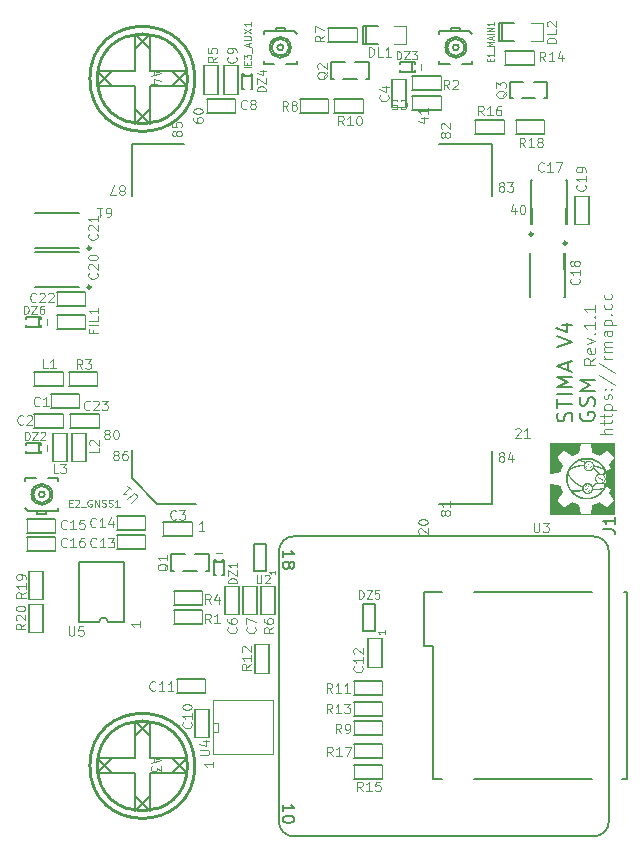
<source format=gbr>
%TF.GenerationSoftware,KiCad,Pcbnew,7.0.8*%
%TF.CreationDate,2024-06-11T21:18:20+02:00*%
%TF.ProjectId,Stima V4 GSM R1_1,5374696d-6120-4563-9420-47534d205231,rev?*%
%TF.SameCoordinates,Original*%
%TF.FileFunction,Legend,Top*%
%TF.FilePolarity,Positive*%
%FSLAX46Y46*%
G04 Gerber Fmt 4.6, Leading zero omitted, Abs format (unit mm)*
G04 Created by KiCad (PCBNEW 7.0.8) date 2024-06-11 21:18:20*
%MOMM*%
%LPD*%
G01*
G04 APERTURE LIST*
%ADD10C,0.000000*%
%ADD11C,0.150000*%
%ADD12C,0.100000*%
%ADD13C,0.080000*%
%ADD14C,0.120000*%
%ADD15C,0.200000*%
%ADD16C,0.254000*%
%ADD17C,0.250000*%
G04 APERTURE END LIST*
D10*
G36*
X171553230Y-109778680D02*
G01*
X171563870Y-109778680D01*
X171563870Y-109782230D01*
X171570970Y-109782230D01*
X171570970Y-109785780D01*
X171578060Y-109785780D01*
X171578060Y-109789330D01*
X171581610Y-109789330D01*
X171581610Y-109792870D01*
X171585160Y-109792870D01*
X171585160Y-109796420D01*
X171588710Y-109796420D01*
X171588710Y-109799970D01*
X171592260Y-109799970D01*
X171592260Y-109807070D01*
X171595810Y-109807070D01*
X171595810Y-109810620D01*
X171599360Y-109810620D01*
X171599360Y-109817710D01*
X171602900Y-109817710D01*
X171602900Y-109828360D01*
X171606450Y-109828360D01*
X171606450Y-109863840D01*
X171602900Y-109863840D01*
X171602900Y-109874480D01*
X171599360Y-109874480D01*
X171599360Y-109881580D01*
X171595810Y-109881580D01*
X171595810Y-109888680D01*
X171592260Y-109888680D01*
X171592260Y-109892230D01*
X171588710Y-109892230D01*
X171588710Y-109895770D01*
X171585160Y-109895770D01*
X171585160Y-109899320D01*
X171581610Y-109899320D01*
X171581610Y-109902870D01*
X171578060Y-109902870D01*
X171578060Y-109906420D01*
X171570970Y-109906420D01*
X171570970Y-109909970D01*
X171560320Y-109909970D01*
X171560320Y-109906420D01*
X171556770Y-109906420D01*
X171556770Y-109892230D01*
X171560320Y-109892230D01*
X171560320Y-109888680D01*
X171563870Y-109888680D01*
X171563870Y-109885130D01*
X171570970Y-109885130D01*
X171570970Y-109878030D01*
X171574520Y-109878030D01*
X171574520Y-109874480D01*
X171578060Y-109874480D01*
X171578060Y-109867390D01*
X171581610Y-109867390D01*
X171581610Y-109860290D01*
X171585160Y-109860290D01*
X171585160Y-109831910D01*
X171581610Y-109831910D01*
X171581610Y-109824810D01*
X171578060Y-109824810D01*
X171578060Y-109817710D01*
X171574520Y-109817710D01*
X171574520Y-109814160D01*
X171570970Y-109814160D01*
X171570970Y-109810620D01*
X171567420Y-109810620D01*
X171567420Y-109807070D01*
X171563870Y-109807070D01*
X171563870Y-109803520D01*
X171556770Y-109803520D01*
X171556770Y-109799970D01*
X171549680Y-109799970D01*
X171549680Y-109796420D01*
X171524840Y-109796420D01*
X171524840Y-109799970D01*
X171514200Y-109799970D01*
X171514200Y-109803520D01*
X171507100Y-109803520D01*
X171507100Y-109807070D01*
X171503550Y-109807070D01*
X171503550Y-109810620D01*
X171500000Y-109810620D01*
X171500000Y-109814160D01*
X171496450Y-109814160D01*
X171496450Y-109817710D01*
X171492910Y-109817710D01*
X171492910Y-109824810D01*
X171489360Y-109824810D01*
X171489360Y-109831910D01*
X171485810Y-109831910D01*
X171485810Y-109860290D01*
X171489360Y-109860290D01*
X171489360Y-109870940D01*
X171492910Y-109870940D01*
X171492910Y-109885130D01*
X171496450Y-109885130D01*
X171496450Y-109895770D01*
X171500000Y-109895770D01*
X171500000Y-109909970D01*
X171503550Y-109909970D01*
X171503550Y-109924160D01*
X171507100Y-109924160D01*
X171507100Y-109934810D01*
X171510650Y-109934810D01*
X171510650Y-109949000D01*
X171514200Y-109949000D01*
X171514200Y-109959640D01*
X171517740Y-109959640D01*
X171517740Y-109973840D01*
X171521290Y-109973840D01*
X171521290Y-109984480D01*
X171524840Y-109984480D01*
X171524840Y-109998670D01*
X171528390Y-109998670D01*
X171528390Y-110009320D01*
X171531940Y-110009320D01*
X171531940Y-110023510D01*
X171535480Y-110023510D01*
X171535480Y-110034160D01*
X171539030Y-110034160D01*
X171539030Y-110048350D01*
X171542580Y-110048350D01*
X171542580Y-110059000D01*
X171546130Y-110059000D01*
X171546130Y-110073190D01*
X171549680Y-110073190D01*
X171549680Y-110083840D01*
X171553230Y-110083840D01*
X171553230Y-110098030D01*
X171556770Y-110098030D01*
X171556770Y-110108670D01*
X171560320Y-110108670D01*
X171560320Y-110122870D01*
X171563870Y-110122870D01*
X171563870Y-110133510D01*
X171567420Y-110133510D01*
X171567420Y-110147700D01*
X171570970Y-110147700D01*
X171570970Y-110161900D01*
X171574520Y-110161900D01*
X171574520Y-110172540D01*
X171578060Y-110172540D01*
X171578060Y-110186740D01*
X171581610Y-110186740D01*
X171581610Y-110197380D01*
X171585160Y-110197380D01*
X171585160Y-110211570D01*
X171588710Y-110211570D01*
X171588710Y-110222220D01*
X171592260Y-110222220D01*
X171592260Y-110236410D01*
X171595810Y-110236410D01*
X171595810Y-110257700D01*
X171578060Y-110257700D01*
X171578060Y-110250600D01*
X171574520Y-110250600D01*
X171574520Y-110239960D01*
X171570970Y-110239960D01*
X171570970Y-110225770D01*
X171567420Y-110225770D01*
X171567420Y-110211570D01*
X171563870Y-110211570D01*
X171563870Y-110200930D01*
X171560320Y-110200930D01*
X171560320Y-110186740D01*
X171556770Y-110186740D01*
X171556770Y-110176090D01*
X171553230Y-110176090D01*
X171553230Y-110161900D01*
X171549680Y-110161900D01*
X171549680Y-110151250D01*
X171546130Y-110151250D01*
X171546130Y-110137060D01*
X171542580Y-110137060D01*
X171542580Y-110126410D01*
X171539030Y-110126410D01*
X171539030Y-110112220D01*
X171535480Y-110112220D01*
X171535480Y-110101580D01*
X171531940Y-110101580D01*
X171531940Y-110087380D01*
X171528390Y-110087380D01*
X171528390Y-110076740D01*
X171524840Y-110076740D01*
X171524840Y-110062550D01*
X171521290Y-110062550D01*
X171521290Y-110051900D01*
X171517740Y-110051900D01*
X171517740Y-110037710D01*
X171514200Y-110037710D01*
X171514200Y-110027060D01*
X171510650Y-110027060D01*
X171510650Y-110012870D01*
X171507100Y-110012870D01*
X171507100Y-110002220D01*
X171503550Y-110002220D01*
X171503550Y-109988030D01*
X171500000Y-109988030D01*
X171500000Y-109973840D01*
X171496450Y-109973840D01*
X171496450Y-109963190D01*
X171492910Y-109963190D01*
X171492910Y-109949000D01*
X171489360Y-109949000D01*
X171489360Y-109938350D01*
X171485810Y-109938350D01*
X171485810Y-109924160D01*
X171482260Y-109924160D01*
X171482260Y-109913520D01*
X171478710Y-109913520D01*
X171478710Y-109899320D01*
X171475160Y-109899320D01*
X171475160Y-109888680D01*
X171471620Y-109888680D01*
X171471620Y-109874480D01*
X171468070Y-109874480D01*
X171468070Y-109860290D01*
X171464520Y-109860290D01*
X171464520Y-109828360D01*
X171468070Y-109828360D01*
X171468070Y-109817710D01*
X171471620Y-109817710D01*
X171471620Y-109810620D01*
X171475160Y-109810620D01*
X171475160Y-109807070D01*
X171478710Y-109807070D01*
X171478710Y-109799970D01*
X171482260Y-109799970D01*
X171482260Y-109796420D01*
X171485810Y-109796420D01*
X171485810Y-109792870D01*
X171489360Y-109792870D01*
X171489360Y-109789330D01*
X171496450Y-109789330D01*
X171496450Y-109785780D01*
X171500000Y-109785780D01*
X171500000Y-109782230D01*
X171507100Y-109782230D01*
X171507100Y-109778680D01*
X171521290Y-109778680D01*
X171521290Y-109775130D01*
X171549680Y-109775130D01*
X171553230Y-109775130D01*
X171553230Y-109778680D01*
G37*
G36*
X173710600Y-112287340D02*
G01*
X168192980Y-112287340D01*
X168192980Y-109611910D01*
X168256840Y-109611910D01*
X168260390Y-109611910D01*
X168260390Y-109622550D01*
X168263940Y-109622550D01*
X168263940Y-109629650D01*
X168267490Y-109629650D01*
X168267490Y-109636750D01*
X168271040Y-109636750D01*
X168271040Y-109640300D01*
X168278130Y-109640300D01*
X168278130Y-109643840D01*
X168281680Y-109643840D01*
X168281680Y-109647390D01*
X168295880Y-109647390D01*
X168295880Y-109650940D01*
X168313620Y-109650940D01*
X168313620Y-109654490D01*
X168334910Y-109654490D01*
X168334910Y-109658040D01*
X168352650Y-109658040D01*
X168352650Y-109661590D01*
X168370390Y-109661590D01*
X168370390Y-109665130D01*
X168391680Y-109665130D01*
X168391680Y-109668680D01*
X168409420Y-109668680D01*
X168409420Y-109672230D01*
X168430710Y-109672230D01*
X168430710Y-109675780D01*
X168448450Y-109675780D01*
X168448450Y-109679330D01*
X168466200Y-109679330D01*
X168466200Y-109682880D01*
X168487490Y-109682880D01*
X168487490Y-109686420D01*
X168505230Y-109686420D01*
X168505230Y-109689970D01*
X168522970Y-109689970D01*
X168522970Y-109693520D01*
X168544260Y-109693520D01*
X168544260Y-109697070D01*
X168562000Y-109697070D01*
X168562000Y-109700620D01*
X168579740Y-109700620D01*
X168579740Y-109704170D01*
X168601030Y-109704170D01*
X168601030Y-109707710D01*
X168618770Y-109707710D01*
X168618770Y-109711260D01*
X168640060Y-109711260D01*
X168640060Y-109714810D01*
X168657800Y-109714810D01*
X168657800Y-109718360D01*
X168675550Y-109718360D01*
X168675550Y-109721910D01*
X168696840Y-109721910D01*
X168696840Y-109725460D01*
X168714580Y-109725460D01*
X168714580Y-109729000D01*
X168732320Y-109729000D01*
X168732320Y-109732550D01*
X168753610Y-109732550D01*
X168753610Y-109736100D01*
X168771350Y-109736100D01*
X168771350Y-109739650D01*
X168792640Y-109739650D01*
X168792640Y-109743200D01*
X168810380Y-109743200D01*
X168810380Y-109746750D01*
X168828120Y-109746750D01*
X168828120Y-109750290D01*
X168849410Y-109750290D01*
X168849410Y-109753840D01*
X168867150Y-109753840D01*
X168867150Y-109757390D01*
X168884900Y-109757390D01*
X168884900Y-109760940D01*
X168906190Y-109760940D01*
X168906190Y-109764490D01*
X168923930Y-109764490D01*
X168923930Y-109768040D01*
X168941670Y-109768040D01*
X168941670Y-109771580D01*
X168962960Y-109771580D01*
X168962960Y-109775130D01*
X168980700Y-109775130D01*
X168980700Y-109778680D01*
X169001990Y-109778680D01*
X169001990Y-109782230D01*
X169019730Y-109782230D01*
X169019730Y-109785780D01*
X169037470Y-109785780D01*
X169037470Y-109789320D01*
X169055220Y-109789320D01*
X169055220Y-109792870D01*
X169062310Y-109792870D01*
X169062310Y-109796420D01*
X169069410Y-109796420D01*
X169069410Y-109799970D01*
X169072960Y-109799970D01*
X169072960Y-109803520D01*
X169080050Y-109803520D01*
X169080050Y-109810610D01*
X169083600Y-109810610D01*
X169083600Y-109814160D01*
X169087150Y-109814160D01*
X169087150Y-109817710D01*
X169090700Y-109817710D01*
X169090700Y-109824810D01*
X169094250Y-109824810D01*
X169094250Y-109831900D01*
X169097790Y-109831900D01*
X169097790Y-109842550D01*
X169101340Y-109842550D01*
X169101340Y-109849650D01*
X169104890Y-109849650D01*
X169104890Y-109860290D01*
X169108440Y-109860290D01*
X169108440Y-109867390D01*
X169111990Y-109867390D01*
X169111990Y-109878030D01*
X169115540Y-109878030D01*
X169115540Y-109885130D01*
X169119080Y-109885130D01*
X169119080Y-109895770D01*
X169122630Y-109895770D01*
X169122630Y-109902870D01*
X169126180Y-109902870D01*
X169126180Y-109909970D01*
X169129730Y-109909970D01*
X169129730Y-109920610D01*
X169133280Y-109920610D01*
X169133280Y-109927710D01*
X169136830Y-109927710D01*
X169136830Y-109938350D01*
X169140370Y-109938350D01*
X169140370Y-109945450D01*
X169143920Y-109945450D01*
X169143920Y-109956100D01*
X169147470Y-109956100D01*
X169147470Y-109963190D01*
X169151020Y-109963190D01*
X169151020Y-109973840D01*
X169154570Y-109973840D01*
X169154570Y-109980930D01*
X169158120Y-109980930D01*
X169158120Y-109988030D01*
X169161660Y-109988030D01*
X169161660Y-109998680D01*
X169165210Y-109998680D01*
X169165210Y-110005770D01*
X169168760Y-110005770D01*
X169168760Y-110016420D01*
X169172310Y-110016420D01*
X169172310Y-110023510D01*
X169175860Y-110023510D01*
X169175860Y-110034160D01*
X169179410Y-110034160D01*
X169179410Y-110041260D01*
X169182950Y-110041260D01*
X169182950Y-110051900D01*
X169186500Y-110051900D01*
X169186500Y-110059000D01*
X169190050Y-110059000D01*
X169190050Y-110066090D01*
X169193600Y-110066090D01*
X169193600Y-110076740D01*
X169197150Y-110076740D01*
X169197150Y-110083830D01*
X169200700Y-110083830D01*
X169200700Y-110094480D01*
X169204240Y-110094480D01*
X169204240Y-110101580D01*
X169207790Y-110101580D01*
X169207790Y-110112220D01*
X169211340Y-110112220D01*
X169211340Y-110119320D01*
X169214890Y-110119320D01*
X169214890Y-110129960D01*
X169218440Y-110129960D01*
X169218440Y-110137060D01*
X169221990Y-110137060D01*
X169221990Y-110144160D01*
X169225530Y-110144160D01*
X169225530Y-110154800D01*
X169229080Y-110154800D01*
X169229080Y-110161900D01*
X169232630Y-110161900D01*
X169232630Y-110172540D01*
X169236180Y-110172540D01*
X169236180Y-110179640D01*
X169239730Y-110179640D01*
X169239730Y-110190280D01*
X169243280Y-110190280D01*
X169243280Y-110197380D01*
X169246820Y-110197380D01*
X169246820Y-110208030D01*
X169250370Y-110208030D01*
X169250370Y-110215120D01*
X169253920Y-110215120D01*
X169253920Y-110222220D01*
X169257470Y-110222220D01*
X169257470Y-110232860D01*
X169261020Y-110232860D01*
X169261020Y-110239960D01*
X169264570Y-110239960D01*
X169264570Y-110250610D01*
X169268110Y-110250610D01*
X169268110Y-110257700D01*
X169271660Y-110257700D01*
X169271660Y-110268350D01*
X169275210Y-110268350D01*
X169275210Y-110275440D01*
X169278760Y-110275440D01*
X169278760Y-110286090D01*
X169282310Y-110286090D01*
X169282310Y-110293190D01*
X169285860Y-110293190D01*
X169285860Y-110300280D01*
X169289400Y-110300280D01*
X169289400Y-110310930D01*
X169292950Y-110310930D01*
X169292950Y-110318020D01*
X169296500Y-110318020D01*
X169296500Y-110328670D01*
X169300050Y-110328670D01*
X169300050Y-110335760D01*
X169303600Y-110335760D01*
X169303600Y-110346410D01*
X169307150Y-110346410D01*
X169307150Y-110374800D01*
X169303600Y-110374800D01*
X169303600Y-110385440D01*
X169300050Y-110385440D01*
X169300050Y-110392540D01*
X169296500Y-110392540D01*
X169296500Y-110399630D01*
X169292950Y-110399630D01*
X169292950Y-110403180D01*
X169289400Y-110403180D01*
X169289400Y-110410280D01*
X169285860Y-110410280D01*
X169285860Y-110413830D01*
X169282310Y-110413830D01*
X169282310Y-110417380D01*
X169278760Y-110417380D01*
X169278760Y-110424470D01*
X169275210Y-110424470D01*
X169275210Y-110428020D01*
X169271660Y-110428020D01*
X169271660Y-110435120D01*
X169268110Y-110435120D01*
X169268110Y-110438670D01*
X169264570Y-110438670D01*
X169264570Y-110445760D01*
X169261020Y-110445760D01*
X169261020Y-110449310D01*
X169257470Y-110449310D01*
X169257470Y-110456410D01*
X169253920Y-110456410D01*
X169253920Y-110459960D01*
X169250370Y-110459960D01*
X169250370Y-110467050D01*
X169246820Y-110467050D01*
X169246820Y-110470600D01*
X169243280Y-110470600D01*
X169243280Y-110477700D01*
X169239730Y-110477700D01*
X169239730Y-110481250D01*
X169236180Y-110481250D01*
X169236180Y-110484790D01*
X169232630Y-110484790D01*
X169232630Y-110491890D01*
X169229080Y-110491890D01*
X169229080Y-110495440D01*
X169225530Y-110495440D01*
X169225530Y-110502540D01*
X169221990Y-110502540D01*
X169221990Y-110506080D01*
X169218440Y-110506080D01*
X169218440Y-110513180D01*
X169214890Y-110513180D01*
X169214890Y-110516730D01*
X169211340Y-110516730D01*
X169211340Y-110523830D01*
X169207790Y-110523830D01*
X169207790Y-110527370D01*
X169204240Y-110527370D01*
X169204240Y-110534470D01*
X169200700Y-110534470D01*
X169200700Y-110538020D01*
X169197150Y-110538020D01*
X169197150Y-110541570D01*
X169193600Y-110541570D01*
X169193600Y-110548660D01*
X169190050Y-110548660D01*
X169190050Y-110552210D01*
X169186500Y-110552210D01*
X169186500Y-110559310D01*
X169182950Y-110559310D01*
X169182950Y-110562860D01*
X169179410Y-110562860D01*
X169179410Y-110569950D01*
X169175860Y-110569950D01*
X169175860Y-110573500D01*
X169172310Y-110573500D01*
X169172310Y-110580600D01*
X169168760Y-110580600D01*
X169168760Y-110584150D01*
X169165210Y-110584150D01*
X169165210Y-110591240D01*
X169161660Y-110591240D01*
X169161660Y-110594790D01*
X169158120Y-110594790D01*
X169158120Y-110601890D01*
X169154570Y-110601890D01*
X169154570Y-110605440D01*
X169151020Y-110605440D01*
X169151020Y-110608980D01*
X169147470Y-110608980D01*
X169147470Y-110616080D01*
X169143920Y-110616080D01*
X169143920Y-110619630D01*
X169140370Y-110619630D01*
X169140370Y-110626730D01*
X169136830Y-110626730D01*
X169136830Y-110630270D01*
X169133280Y-110630270D01*
X169133280Y-110637370D01*
X169129730Y-110637370D01*
X169129730Y-110640920D01*
X169126180Y-110640920D01*
X169126180Y-110648020D01*
X169122630Y-110648020D01*
X169122630Y-110651560D01*
X169119080Y-110651560D01*
X169119080Y-110658660D01*
X169115540Y-110658660D01*
X169115540Y-110662210D01*
X169111990Y-110662210D01*
X169111990Y-110665760D01*
X169108440Y-110665760D01*
X169108440Y-110672850D01*
X169104890Y-110672850D01*
X169104890Y-110676400D01*
X169101340Y-110676400D01*
X169101340Y-110683500D01*
X169097790Y-110683500D01*
X169097790Y-110687050D01*
X169094250Y-110687050D01*
X169094250Y-110694140D01*
X169090700Y-110694140D01*
X169090700Y-110697690D01*
X169087150Y-110697690D01*
X169087150Y-110704790D01*
X169083600Y-110704790D01*
X169083600Y-110708340D01*
X169080050Y-110708340D01*
X169080050Y-110715430D01*
X169076510Y-110715430D01*
X169076510Y-110718980D01*
X169072960Y-110718980D01*
X169072960Y-110726080D01*
X169069410Y-110726080D01*
X169069410Y-110729630D01*
X169065860Y-110729630D01*
X169065860Y-110733180D01*
X169062310Y-110733180D01*
X169062310Y-110740270D01*
X169058760Y-110740270D01*
X169058760Y-110743820D01*
X169055220Y-110743820D01*
X169055220Y-110750920D01*
X169051670Y-110750920D01*
X169051670Y-110754470D01*
X169048120Y-110754470D01*
X169048120Y-110761560D01*
X169044570Y-110761560D01*
X169044570Y-110765110D01*
X169041020Y-110765110D01*
X169041020Y-110772210D01*
X169037470Y-110772210D01*
X169037470Y-110775760D01*
X169033930Y-110775760D01*
X169033930Y-110782850D01*
X169030380Y-110782850D01*
X169030380Y-110786400D01*
X169026830Y-110786400D01*
X169026830Y-110789950D01*
X169023280Y-110789950D01*
X169023280Y-110797050D01*
X169019730Y-110797050D01*
X169019730Y-110800590D01*
X169016180Y-110800590D01*
X169016180Y-110807690D01*
X169012640Y-110807690D01*
X169012640Y-110811240D01*
X169009090Y-110811240D01*
X169009090Y-110818340D01*
X169005540Y-110818340D01*
X169005540Y-110821880D01*
X169001990Y-110821880D01*
X169001990Y-110828980D01*
X168998440Y-110828980D01*
X168998440Y-110832530D01*
X168994890Y-110832530D01*
X168994890Y-110839630D01*
X168991350Y-110839630D01*
X168991350Y-110843170D01*
X168987800Y-110843170D01*
X168987800Y-110850270D01*
X168984250Y-110850270D01*
X168984250Y-110853820D01*
X168980700Y-110853820D01*
X168980700Y-110857370D01*
X168977150Y-110857370D01*
X168977150Y-110864460D01*
X168973600Y-110864460D01*
X168973600Y-110868010D01*
X168970060Y-110868010D01*
X168970060Y-110875110D01*
X168966510Y-110875110D01*
X168966510Y-110878660D01*
X168962960Y-110878660D01*
X168962960Y-110885750D01*
X168959410Y-110885750D01*
X168959410Y-110889300D01*
X168955860Y-110889300D01*
X168955860Y-110896400D01*
X168952310Y-110896400D01*
X168952310Y-110899950D01*
X168948770Y-110899950D01*
X168948770Y-110907040D01*
X168945220Y-110907040D01*
X168945220Y-110910590D01*
X168941670Y-110910590D01*
X168941670Y-110914140D01*
X168938120Y-110914140D01*
X168938120Y-110921240D01*
X168934570Y-110921240D01*
X168934570Y-110924780D01*
X168931020Y-110924780D01*
X168931020Y-110931880D01*
X168927480Y-110931880D01*
X168927480Y-110935430D01*
X168923930Y-110935430D01*
X168923930Y-110942530D01*
X168920380Y-110942530D01*
X168920380Y-110946070D01*
X168916830Y-110946070D01*
X168916830Y-110953170D01*
X168913280Y-110953170D01*
X168913280Y-110956720D01*
X168909730Y-110956720D01*
X168909730Y-110963820D01*
X168906190Y-110963820D01*
X168906190Y-110967360D01*
X168902640Y-110967360D01*
X168902640Y-110970910D01*
X168899090Y-110970910D01*
X168899090Y-110978010D01*
X168895540Y-110978010D01*
X168895540Y-110981560D01*
X168891990Y-110981560D01*
X168891990Y-110988650D01*
X168888440Y-110988650D01*
X168888440Y-110992200D01*
X168884900Y-110992200D01*
X168884900Y-110999300D01*
X168881350Y-110999300D01*
X168881350Y-111002850D01*
X168877800Y-111002850D01*
X168877800Y-111009940D01*
X168874250Y-111009940D01*
X168874250Y-111013490D01*
X168870700Y-111013490D01*
X168870700Y-111020590D01*
X168867150Y-111020590D01*
X168867150Y-111024140D01*
X168863610Y-111024140D01*
X168863610Y-111031230D01*
X168860060Y-111031230D01*
X168860060Y-111038330D01*
X168856510Y-111038330D01*
X168856510Y-111063170D01*
X168860060Y-111063170D01*
X168860060Y-111073810D01*
X168863610Y-111073810D01*
X168863610Y-111077360D01*
X168867150Y-111077360D01*
X168867150Y-111080910D01*
X168870700Y-111080910D01*
X168870700Y-111084460D01*
X168874250Y-111084460D01*
X168874250Y-111088010D01*
X168877800Y-111088010D01*
X168877800Y-111091560D01*
X168881350Y-111091560D01*
X168881350Y-111095100D01*
X168884900Y-111095100D01*
X168884900Y-111098650D01*
X168888440Y-111098650D01*
X168888440Y-111102200D01*
X168891990Y-111102200D01*
X168891990Y-111105750D01*
X168895540Y-111105750D01*
X168895540Y-111109300D01*
X168899090Y-111109300D01*
X168899090Y-111112850D01*
X168902640Y-111112850D01*
X168902640Y-111116390D01*
X168906190Y-111116390D01*
X168906190Y-111119940D01*
X168909730Y-111119940D01*
X168909730Y-111123490D01*
X168913280Y-111123490D01*
X168913280Y-111127040D01*
X168916830Y-111127040D01*
X168916830Y-111130590D01*
X168920380Y-111130590D01*
X168920380Y-111134140D01*
X168923930Y-111134140D01*
X168923930Y-111137680D01*
X168927480Y-111137680D01*
X168927480Y-111141230D01*
X168931020Y-111141230D01*
X168931020Y-111144780D01*
X168934570Y-111144780D01*
X168934570Y-111148330D01*
X168938120Y-111148330D01*
X168938120Y-111151880D01*
X168941670Y-111151880D01*
X168941670Y-111155420D01*
X168945220Y-111155420D01*
X168945220Y-111158970D01*
X168948770Y-111158970D01*
X168948770Y-111162520D01*
X168952310Y-111162520D01*
X168952310Y-111166070D01*
X168955860Y-111166070D01*
X168955860Y-111169620D01*
X168959410Y-111169620D01*
X168959410Y-111173170D01*
X168962960Y-111173170D01*
X168962960Y-111176710D01*
X168966510Y-111176710D01*
X168966510Y-111180260D01*
X168970060Y-111180260D01*
X168970060Y-111183810D01*
X168973600Y-111183810D01*
X168973600Y-111187360D01*
X168977150Y-111187360D01*
X168977150Y-111190910D01*
X168980700Y-111190910D01*
X168980700Y-111194460D01*
X168984250Y-111194460D01*
X168984250Y-111198000D01*
X168987800Y-111198000D01*
X168987800Y-111201550D01*
X168991350Y-111201550D01*
X168991350Y-111205100D01*
X168994890Y-111205100D01*
X168994890Y-111208650D01*
X168998440Y-111208650D01*
X168998440Y-111212200D01*
X169001990Y-111212200D01*
X169001990Y-111215750D01*
X169005540Y-111215750D01*
X169005540Y-111219290D01*
X169009090Y-111219290D01*
X169009090Y-111222840D01*
X169012640Y-111222840D01*
X169012640Y-111226390D01*
X169016180Y-111226390D01*
X169016180Y-111229940D01*
X169019730Y-111229940D01*
X169019730Y-111233490D01*
X169023280Y-111233490D01*
X169023280Y-111237040D01*
X169026830Y-111237040D01*
X169026830Y-111240580D01*
X169030380Y-111240580D01*
X169030380Y-111244130D01*
X169033930Y-111244130D01*
X169033930Y-111247680D01*
X169037470Y-111247680D01*
X169037470Y-111251230D01*
X169041020Y-111251230D01*
X169041020Y-111254780D01*
X169044570Y-111254780D01*
X169044570Y-111258330D01*
X169048120Y-111258330D01*
X169048120Y-111261870D01*
X169051670Y-111261870D01*
X169051670Y-111265420D01*
X169055220Y-111265420D01*
X169055220Y-111268970D01*
X169058760Y-111268970D01*
X169058760Y-111272520D01*
X169062310Y-111272520D01*
X169062310Y-111276070D01*
X169065860Y-111276070D01*
X169065860Y-111279620D01*
X169069410Y-111279620D01*
X169069410Y-111283160D01*
X169072960Y-111283160D01*
X169072960Y-111286710D01*
X169076510Y-111286710D01*
X169076510Y-111290260D01*
X169080050Y-111290260D01*
X169080050Y-111293810D01*
X169083600Y-111293810D01*
X169083600Y-111297360D01*
X169087150Y-111297360D01*
X169087150Y-111300910D01*
X169090700Y-111300910D01*
X169090700Y-111304450D01*
X169094250Y-111304450D01*
X169094250Y-111308000D01*
X169097790Y-111308000D01*
X169097790Y-111311550D01*
X169101340Y-111311550D01*
X169101340Y-111315100D01*
X169104890Y-111315100D01*
X169104890Y-111318650D01*
X169108440Y-111318650D01*
X169108440Y-111322200D01*
X169111990Y-111322200D01*
X169111990Y-111325740D01*
X169115540Y-111325740D01*
X169115540Y-111329290D01*
X169119080Y-111329290D01*
X169119080Y-111332840D01*
X169122630Y-111332840D01*
X169122630Y-111336390D01*
X169126180Y-111336390D01*
X169126180Y-111339940D01*
X169129730Y-111339940D01*
X169129730Y-111343490D01*
X169133280Y-111343490D01*
X169133280Y-111347030D01*
X169136830Y-111347030D01*
X169136830Y-111350580D01*
X169140370Y-111350580D01*
X169140370Y-111354130D01*
X169143920Y-111354130D01*
X169143920Y-111357680D01*
X169147470Y-111357680D01*
X169147470Y-111361230D01*
X169151020Y-111361230D01*
X169151020Y-111364780D01*
X169154570Y-111364780D01*
X169154570Y-111368320D01*
X169158120Y-111368320D01*
X169158120Y-111371870D01*
X169161660Y-111371870D01*
X169161660Y-111375420D01*
X169165210Y-111375420D01*
X169165210Y-111378970D01*
X169168760Y-111378970D01*
X169168760Y-111382520D01*
X169172310Y-111382520D01*
X169172310Y-111386070D01*
X169175860Y-111386070D01*
X169175860Y-111389610D01*
X169179410Y-111389610D01*
X169179410Y-111393160D01*
X169182950Y-111393160D01*
X169182950Y-111396710D01*
X169186500Y-111396710D01*
X169186500Y-111400260D01*
X169190050Y-111400260D01*
X169190050Y-111403810D01*
X169193600Y-111403810D01*
X169193600Y-111407360D01*
X169197150Y-111407360D01*
X169197150Y-111410900D01*
X169200700Y-111410900D01*
X169200700Y-111414450D01*
X169204240Y-111414450D01*
X169204240Y-111418000D01*
X169207790Y-111418000D01*
X169207790Y-111421550D01*
X169211340Y-111421550D01*
X169211340Y-111425100D01*
X169214890Y-111425100D01*
X169214890Y-111428650D01*
X169218440Y-111428650D01*
X169218440Y-111432190D01*
X169221990Y-111432190D01*
X169221990Y-111435740D01*
X169225530Y-111435740D01*
X169225530Y-111439290D01*
X169229080Y-111439290D01*
X169229080Y-111442840D01*
X169232630Y-111442840D01*
X169232630Y-111446390D01*
X169236180Y-111446390D01*
X169236180Y-111449930D01*
X169239730Y-111449930D01*
X169239730Y-111453480D01*
X169243280Y-111453480D01*
X169243280Y-111457030D01*
X169246820Y-111457030D01*
X169246820Y-111460580D01*
X169250370Y-111460580D01*
X169250370Y-111464130D01*
X169253920Y-111464130D01*
X169253920Y-111467680D01*
X169257470Y-111467680D01*
X169257470Y-111471220D01*
X169261020Y-111471220D01*
X169261020Y-111474770D01*
X169264570Y-111474770D01*
X169264570Y-111478320D01*
X169268110Y-111478320D01*
X169268110Y-111481870D01*
X169271660Y-111481870D01*
X169271660Y-111485420D01*
X169275210Y-111485420D01*
X169275210Y-111488970D01*
X169278760Y-111488970D01*
X169278760Y-111492510D01*
X169282310Y-111492510D01*
X169282310Y-111496060D01*
X169285860Y-111496060D01*
X169285860Y-111499610D01*
X169289400Y-111499610D01*
X169289400Y-111503160D01*
X169292950Y-111503160D01*
X169292950Y-111506710D01*
X169296500Y-111506710D01*
X169296500Y-111510260D01*
X169300050Y-111510260D01*
X169300050Y-111513800D01*
X169303600Y-111513800D01*
X169303600Y-111517350D01*
X169307150Y-111517350D01*
X169307150Y-111520900D01*
X169310690Y-111520900D01*
X169310690Y-111524450D01*
X169314240Y-111524450D01*
X169314240Y-111528000D01*
X169317790Y-111528000D01*
X169317790Y-111531550D01*
X169321340Y-111531550D01*
X169321340Y-111535090D01*
X169324890Y-111535090D01*
X169324890Y-111538640D01*
X169328440Y-111538640D01*
X169328440Y-111542190D01*
X169331980Y-111542190D01*
X169331980Y-111545740D01*
X169335530Y-111545740D01*
X169335530Y-111549290D01*
X169339080Y-111549290D01*
X169339080Y-111552840D01*
X169342630Y-111552840D01*
X169342630Y-111556380D01*
X169346180Y-111556380D01*
X169346180Y-111559930D01*
X169349730Y-111559930D01*
X169349730Y-111563480D01*
X169353270Y-111563480D01*
X169353270Y-111567030D01*
X169356820Y-111567030D01*
X169356820Y-111570580D01*
X169360370Y-111570580D01*
X169360370Y-111574130D01*
X169363920Y-111574130D01*
X169363920Y-111577670D01*
X169367470Y-111577670D01*
X169367470Y-111581220D01*
X169371010Y-111581220D01*
X169371010Y-111584770D01*
X169374560Y-111584770D01*
X169374560Y-111588320D01*
X169378110Y-111588320D01*
X169378110Y-111591870D01*
X169381660Y-111591870D01*
X169381660Y-111595420D01*
X169385210Y-111595420D01*
X169385210Y-111598960D01*
X169388760Y-111598960D01*
X169388760Y-111602510D01*
X169392300Y-111602510D01*
X169392300Y-111606060D01*
X169395850Y-111606060D01*
X169395850Y-111609610D01*
X169399400Y-111609610D01*
X169399400Y-111613160D01*
X169402950Y-111613160D01*
X169402950Y-111616710D01*
X169406500Y-111616710D01*
X169406500Y-111620250D01*
X169413590Y-111620250D01*
X169413590Y-111623800D01*
X169424240Y-111623800D01*
X169424240Y-111627350D01*
X169431340Y-111627350D01*
X169431340Y-111623800D01*
X169445530Y-111623800D01*
X169445530Y-111620250D01*
X169452630Y-111620250D01*
X169452630Y-111616710D01*
X169459720Y-111616710D01*
X169459720Y-111613160D01*
X169463270Y-111613160D01*
X169463270Y-111609610D01*
X169470370Y-111609610D01*
X169470370Y-111606060D01*
X169473920Y-111606060D01*
X169473920Y-111602510D01*
X169481010Y-111602510D01*
X169481010Y-111598960D01*
X169484560Y-111598960D01*
X169484560Y-111595420D01*
X169488110Y-111595420D01*
X169488110Y-111591870D01*
X169495210Y-111591870D01*
X169495210Y-111588320D01*
X169498750Y-111588320D01*
X169498750Y-111584770D01*
X169505850Y-111584770D01*
X169505850Y-111581220D01*
X169509400Y-111581220D01*
X169509400Y-111577670D01*
X169516500Y-111577670D01*
X169516500Y-111574130D01*
X169520040Y-111574130D01*
X169520040Y-111570580D01*
X169527140Y-111570580D01*
X169527140Y-111567030D01*
X169530690Y-111567030D01*
X169530690Y-111563480D01*
X169537790Y-111563480D01*
X169537790Y-111559930D01*
X169541330Y-111559930D01*
X169541330Y-111556380D01*
X169544880Y-111556380D01*
X169544880Y-111552840D01*
X169551980Y-111552840D01*
X169551980Y-111549290D01*
X169555530Y-111549290D01*
X169555530Y-111545740D01*
X169562620Y-111545740D01*
X169562620Y-111542190D01*
X169566170Y-111542190D01*
X169566170Y-111538640D01*
X169573270Y-111538640D01*
X169573270Y-111535090D01*
X169576820Y-111535090D01*
X169576820Y-111531550D01*
X169583910Y-111531550D01*
X169583910Y-111528000D01*
X169587460Y-111528000D01*
X169587460Y-111524450D01*
X169594560Y-111524450D01*
X169594560Y-111520900D01*
X169598110Y-111520900D01*
X169598110Y-111517350D01*
X169605200Y-111517350D01*
X169605200Y-111513800D01*
X169608750Y-111513800D01*
X169608750Y-111510260D01*
X169612300Y-111510260D01*
X169612300Y-111506710D01*
X169619400Y-111506710D01*
X169619400Y-111503160D01*
X169622950Y-111503160D01*
X169622950Y-111499610D01*
X169630040Y-111499610D01*
X169630040Y-111496060D01*
X169633590Y-111496060D01*
X169633590Y-111492510D01*
X169640690Y-111492510D01*
X169640690Y-111488970D01*
X169644230Y-111488970D01*
X169644230Y-111485420D01*
X169651330Y-111485420D01*
X169651330Y-111481870D01*
X169654880Y-111481870D01*
X169654880Y-111478320D01*
X169661980Y-111478320D01*
X169661980Y-111474770D01*
X169665520Y-111474770D01*
X169665520Y-111471220D01*
X169669070Y-111471220D01*
X169669070Y-111467680D01*
X169676170Y-111467680D01*
X169676170Y-111464130D01*
X169679720Y-111464130D01*
X169679720Y-111460580D01*
X169686810Y-111460580D01*
X169686810Y-111457030D01*
X169690360Y-111457030D01*
X169690360Y-111453480D01*
X169697460Y-111453480D01*
X169697460Y-111449930D01*
X169701010Y-111449930D01*
X169701010Y-111446390D01*
X169708100Y-111446390D01*
X169708100Y-111442840D01*
X169711650Y-111442840D01*
X169711650Y-111439290D01*
X169718750Y-111439290D01*
X169718750Y-111435740D01*
X169722300Y-111435740D01*
X169722300Y-111432190D01*
X169725850Y-111432190D01*
X169725850Y-111428650D01*
X169732940Y-111428650D01*
X169732940Y-111425100D01*
X169736490Y-111425100D01*
X169736490Y-111421550D01*
X169743590Y-111421550D01*
X169743590Y-111418000D01*
X169747140Y-111418000D01*
X169747140Y-111414450D01*
X169754230Y-111414450D01*
X169754230Y-111410900D01*
X169757780Y-111410900D01*
X169757780Y-111407360D01*
X169764880Y-111407360D01*
X169764880Y-111403810D01*
X169768430Y-111403810D01*
X169768430Y-111400260D01*
X169775520Y-111400260D01*
X169775520Y-111396710D01*
X169779070Y-111396710D01*
X169779070Y-111393160D01*
X169782620Y-111393160D01*
X169782620Y-111389610D01*
X169789720Y-111389610D01*
X169789720Y-111386070D01*
X169793260Y-111386070D01*
X169793260Y-111382520D01*
X169800360Y-111382520D01*
X169800360Y-111378970D01*
X169803910Y-111378970D01*
X169803910Y-111375420D01*
X169811010Y-111375420D01*
X169811010Y-111371870D01*
X169814550Y-111371870D01*
X169814550Y-111368320D01*
X169821650Y-111368320D01*
X169821650Y-111364780D01*
X169825200Y-111364780D01*
X169825200Y-111361230D01*
X169832300Y-111361230D01*
X169832300Y-111357680D01*
X169835840Y-111357680D01*
X169835840Y-111354130D01*
X169842940Y-111354130D01*
X169842940Y-111350580D01*
X169846490Y-111350580D01*
X169846490Y-111347030D01*
X169850040Y-111347030D01*
X169850040Y-111343490D01*
X169857130Y-111343490D01*
X169857130Y-111339940D01*
X169860680Y-111339940D01*
X169860680Y-111336390D01*
X169867780Y-111336390D01*
X169867780Y-111332840D01*
X169871330Y-111332840D01*
X169871330Y-111329290D01*
X169878420Y-111329290D01*
X169878420Y-111325740D01*
X169881970Y-111325740D01*
X169881970Y-111322200D01*
X169889070Y-111322200D01*
X169889070Y-111318650D01*
X169892620Y-111318650D01*
X169892620Y-111315100D01*
X169899710Y-111315100D01*
X169899710Y-111311550D01*
X169903260Y-111311550D01*
X169903260Y-111308000D01*
X169906810Y-111308000D01*
X169906810Y-111304450D01*
X169913910Y-111304450D01*
X169913910Y-111300910D01*
X169917450Y-111300910D01*
X169917450Y-111297360D01*
X169924550Y-111297360D01*
X169924550Y-111293810D01*
X169928100Y-111293810D01*
X169928100Y-111290260D01*
X169935200Y-111290260D01*
X169935200Y-111286710D01*
X169938740Y-111286710D01*
X169938740Y-111283160D01*
X169945840Y-111283160D01*
X169945840Y-111279620D01*
X169949390Y-111279620D01*
X169949390Y-111276070D01*
X169956490Y-111276070D01*
X169956490Y-111272520D01*
X169960030Y-111272520D01*
X169960030Y-111268970D01*
X169963580Y-111268970D01*
X169963580Y-111265420D01*
X169970680Y-111265420D01*
X169970680Y-111261870D01*
X169974230Y-111261870D01*
X169974230Y-111258330D01*
X169981320Y-111258330D01*
X169981320Y-111254780D01*
X169984870Y-111254780D01*
X169984870Y-111251230D01*
X169991970Y-111251230D01*
X169991970Y-111247680D01*
X169995520Y-111247680D01*
X169995520Y-111244130D01*
X170002610Y-111244130D01*
X170002610Y-111240580D01*
X170006160Y-111240580D01*
X170006160Y-111237040D01*
X170013260Y-111237040D01*
X170013260Y-111233490D01*
X170016810Y-111233490D01*
X170016810Y-111229940D01*
X170023900Y-111229940D01*
X170023900Y-111226390D01*
X170027450Y-111226390D01*
X170027450Y-111222840D01*
X170031000Y-111222840D01*
X170031000Y-111219290D01*
X170038100Y-111219290D01*
X170038100Y-111215750D01*
X170041650Y-111215750D01*
X170041650Y-111212200D01*
X170048740Y-111212200D01*
X170048740Y-111208650D01*
X170052290Y-111208650D01*
X170052290Y-111205100D01*
X170059390Y-111205100D01*
X170059390Y-111201550D01*
X170062940Y-111201550D01*
X170062940Y-111198000D01*
X170070030Y-111198000D01*
X170070030Y-111194460D01*
X170073580Y-111194460D01*
X170073580Y-111190910D01*
X170080680Y-111190910D01*
X170080680Y-111187360D01*
X170087770Y-111187360D01*
X170087770Y-111183810D01*
X170126810Y-111183810D01*
X170126810Y-111187360D01*
X170137450Y-111187360D01*
X170137450Y-111190910D01*
X170144550Y-111190910D01*
X170144550Y-111194460D01*
X170151640Y-111194460D01*
X170151640Y-111198000D01*
X170162290Y-111198000D01*
X170162290Y-111201550D01*
X170169390Y-111201550D01*
X170169390Y-111205100D01*
X170176480Y-111205100D01*
X170176480Y-111208650D01*
X170187130Y-111208650D01*
X170187130Y-111212200D01*
X170194220Y-111212200D01*
X170194220Y-111215750D01*
X170201320Y-111215750D01*
X170201320Y-111219290D01*
X170211960Y-111219290D01*
X170211960Y-111222840D01*
X170219060Y-111222840D01*
X170219060Y-111226390D01*
X170226160Y-111226390D01*
X170226160Y-111229940D01*
X170236800Y-111229940D01*
X170236800Y-111233490D01*
X170243900Y-111233490D01*
X170243900Y-111237040D01*
X170251000Y-111237040D01*
X170251000Y-111240580D01*
X170261640Y-111240580D01*
X170261640Y-111244130D01*
X170268740Y-111244130D01*
X170268740Y-111247680D01*
X170275830Y-111247680D01*
X170275830Y-111251230D01*
X170286480Y-111251230D01*
X170286480Y-111254780D01*
X170293580Y-111254780D01*
X170293580Y-111258330D01*
X170300670Y-111258330D01*
X170300670Y-111261870D01*
X170311320Y-111261870D01*
X170311320Y-111265420D01*
X170318410Y-111265420D01*
X170318410Y-111268970D01*
X170325510Y-111268970D01*
X170325510Y-111272520D01*
X170336160Y-111272520D01*
X170336160Y-111276070D01*
X170343250Y-111276070D01*
X170343250Y-111279620D01*
X170350350Y-111279620D01*
X170350350Y-111283160D01*
X170360990Y-111283160D01*
X170360990Y-111286710D01*
X170368090Y-111286710D01*
X170368090Y-111290260D01*
X170375190Y-111290260D01*
X170375190Y-111293810D01*
X170385830Y-111293810D01*
X170385830Y-111297360D01*
X170392930Y-111297360D01*
X170392930Y-111300910D01*
X170400030Y-111300910D01*
X170400030Y-111304450D01*
X170410670Y-111304450D01*
X170410670Y-111308000D01*
X170417770Y-111308000D01*
X170417770Y-111311550D01*
X170424860Y-111311550D01*
X170424860Y-111315100D01*
X170435510Y-111315100D01*
X170435510Y-111318650D01*
X170442610Y-111318650D01*
X170442610Y-111322200D01*
X170449700Y-111322200D01*
X170449700Y-111325740D01*
X170460350Y-111325740D01*
X170460350Y-111329290D01*
X170467440Y-111329290D01*
X170467440Y-111332840D01*
X170474540Y-111332840D01*
X170474540Y-111336390D01*
X170485180Y-111336390D01*
X170485180Y-111339940D01*
X170492280Y-111339940D01*
X170492280Y-111343490D01*
X170499380Y-111343490D01*
X170499380Y-111347030D01*
X170510020Y-111347030D01*
X170510020Y-111350580D01*
X170517120Y-111350580D01*
X170517120Y-111354130D01*
X170524220Y-111354130D01*
X170524220Y-111357680D01*
X170534860Y-111357680D01*
X170534860Y-111361230D01*
X170541960Y-111361230D01*
X170541960Y-111364780D01*
X170549050Y-111364780D01*
X170549050Y-111368320D01*
X170559700Y-111368320D01*
X170559700Y-111371870D01*
X170566800Y-111371870D01*
X170566800Y-111375420D01*
X170573890Y-111375420D01*
X170573890Y-111378970D01*
X170584540Y-111378970D01*
X170584540Y-111382520D01*
X170591630Y-111382520D01*
X170591630Y-111386070D01*
X170598730Y-111386070D01*
X170598730Y-111389610D01*
X170609380Y-111389610D01*
X170609380Y-111393160D01*
X170616470Y-111393160D01*
X170616470Y-111396710D01*
X170623570Y-111396710D01*
X170623570Y-111400260D01*
X170634210Y-111400260D01*
X170634210Y-111403810D01*
X170641310Y-111403810D01*
X170641310Y-111407360D01*
X170648410Y-111407360D01*
X170648410Y-111410900D01*
X170655500Y-111410900D01*
X170655500Y-111414450D01*
X170662600Y-111414450D01*
X170662600Y-111418000D01*
X170669700Y-111418000D01*
X170669700Y-111421550D01*
X170673250Y-111421550D01*
X170673250Y-111425100D01*
X170676790Y-111425100D01*
X170676790Y-111428650D01*
X170680340Y-111428650D01*
X170680340Y-111432190D01*
X170683890Y-111432190D01*
X170683890Y-111435740D01*
X170687440Y-111435740D01*
X170687440Y-111439290D01*
X170690990Y-111439290D01*
X170690990Y-111449930D01*
X170694540Y-111449930D01*
X170694540Y-111460580D01*
X170698080Y-111460580D01*
X170698080Y-111481870D01*
X170701630Y-111481870D01*
X170701630Y-111499610D01*
X170705180Y-111499610D01*
X170705180Y-111517350D01*
X170708730Y-111517350D01*
X170708730Y-111538640D01*
X170712280Y-111538640D01*
X170712280Y-111556380D01*
X170715830Y-111556380D01*
X170715830Y-111574130D01*
X170719370Y-111574130D01*
X170719370Y-111595420D01*
X170722920Y-111595420D01*
X170722920Y-111613160D01*
X170726470Y-111613160D01*
X170726470Y-111634450D01*
X170730020Y-111634450D01*
X170730020Y-111652190D01*
X170733570Y-111652190D01*
X170733570Y-111669930D01*
X170737120Y-111669930D01*
X170737120Y-111691220D01*
X170740660Y-111691220D01*
X170740660Y-111708960D01*
X170744210Y-111708960D01*
X170744210Y-111726700D01*
X170747760Y-111726700D01*
X170747760Y-111747990D01*
X170751310Y-111747990D01*
X170751310Y-111765730D01*
X170754860Y-111765730D01*
X170754860Y-111787020D01*
X170758400Y-111787020D01*
X170758400Y-111804770D01*
X170761950Y-111804770D01*
X170761950Y-111822510D01*
X170765500Y-111822510D01*
X170765500Y-111843800D01*
X170769050Y-111843800D01*
X170769050Y-111861540D01*
X170772600Y-111861540D01*
X170772600Y-111882830D01*
X170776150Y-111882830D01*
X170776150Y-111900570D01*
X170779690Y-111900570D01*
X170779690Y-111918310D01*
X170783240Y-111918310D01*
X170783240Y-111939600D01*
X170786790Y-111939600D01*
X170786790Y-111957340D01*
X170790340Y-111957340D01*
X170790340Y-111975090D01*
X170793890Y-111975090D01*
X170793890Y-111996370D01*
X170797440Y-111996370D01*
X170797440Y-112014120D01*
X170800980Y-112014120D01*
X170800980Y-112035410D01*
X170804530Y-112035410D01*
X170804530Y-112053150D01*
X170808080Y-112053150D01*
X170808080Y-112070890D01*
X170811630Y-112070890D01*
X170811630Y-112092180D01*
X170815180Y-112092180D01*
X170815180Y-112109920D01*
X170818730Y-112109920D01*
X170818730Y-112127660D01*
X170822270Y-112127660D01*
X170822270Y-112148950D01*
X170825820Y-112148950D01*
X170825820Y-112166690D01*
X170829370Y-112166690D01*
X170829370Y-112187980D01*
X170832920Y-112187980D01*
X170832920Y-112198630D01*
X170836470Y-112198630D01*
X170836470Y-112205730D01*
X170840020Y-112205730D01*
X170840020Y-112209270D01*
X170843560Y-112209270D01*
X170843560Y-112212820D01*
X170847110Y-112212820D01*
X170847110Y-112216370D01*
X170850660Y-112216370D01*
X170850660Y-112219920D01*
X170857760Y-112219920D01*
X170857760Y-112223470D01*
X171638390Y-112223470D01*
X171638390Y-112219920D01*
X171645480Y-112219920D01*
X171645480Y-112216370D01*
X171652580Y-112216370D01*
X171652580Y-112212820D01*
X171656130Y-112212820D01*
X171656130Y-112209270D01*
X171659680Y-112209270D01*
X171659680Y-112202180D01*
X171663220Y-112202180D01*
X171663220Y-112195080D01*
X171666770Y-112195080D01*
X171666770Y-112180890D01*
X171670320Y-112180890D01*
X171670320Y-112159600D01*
X171673870Y-112159600D01*
X171673870Y-112141860D01*
X171677420Y-112141860D01*
X171677420Y-112120570D01*
X171680970Y-112120570D01*
X171680970Y-112102820D01*
X171684510Y-112102820D01*
X171684510Y-112085080D01*
X171688060Y-112085080D01*
X171688060Y-112063790D01*
X171691610Y-112063790D01*
X171691610Y-112046050D01*
X171695160Y-112046050D01*
X171695160Y-112028310D01*
X171698710Y-112028310D01*
X171698710Y-112007020D01*
X171702260Y-112007020D01*
X171702260Y-111989280D01*
X171705800Y-111989280D01*
X171705800Y-111967990D01*
X171709350Y-111967990D01*
X171709350Y-111950250D01*
X171712900Y-111950250D01*
X171712900Y-111932510D01*
X171716450Y-111932510D01*
X171716450Y-111911220D01*
X171720000Y-111911220D01*
X171720000Y-111893470D01*
X171723550Y-111893470D01*
X171723550Y-111875730D01*
X171727090Y-111875730D01*
X171727090Y-111854440D01*
X171730640Y-111854440D01*
X171730640Y-111836700D01*
X171734190Y-111836700D01*
X171734190Y-111815410D01*
X171737740Y-111815410D01*
X171737740Y-111797670D01*
X171741290Y-111797670D01*
X171741290Y-111779930D01*
X171744840Y-111779930D01*
X171744840Y-111758640D01*
X171748380Y-111758640D01*
X171748380Y-111740900D01*
X171751930Y-111740900D01*
X171751930Y-111719610D01*
X171755480Y-111719610D01*
X171755480Y-111701870D01*
X171759030Y-111701870D01*
X171759030Y-111684120D01*
X171762580Y-111684120D01*
X171762580Y-111662830D01*
X171766130Y-111662830D01*
X171766130Y-111645090D01*
X171769670Y-111645090D01*
X171769670Y-111627350D01*
X171773220Y-111627350D01*
X171773220Y-111606060D01*
X171776770Y-111606060D01*
X171776770Y-111588320D01*
X171780320Y-111588320D01*
X171780320Y-111567030D01*
X171783870Y-111567030D01*
X171783870Y-111549290D01*
X171787420Y-111549290D01*
X171787420Y-111531550D01*
X171790960Y-111531550D01*
X171790960Y-111510260D01*
X171794510Y-111510260D01*
X171794510Y-111492510D01*
X171798060Y-111492510D01*
X171798060Y-111474770D01*
X171801610Y-111474770D01*
X171801610Y-111464130D01*
X171805160Y-111464130D01*
X171805160Y-111457030D01*
X171808710Y-111457030D01*
X171808710Y-111453480D01*
X171812250Y-111453480D01*
X171812250Y-111446390D01*
X171815800Y-111446390D01*
X171815800Y-111442840D01*
X171822900Y-111442840D01*
X171822900Y-111439290D01*
X171826450Y-111439290D01*
X171826450Y-111435740D01*
X171833540Y-111435740D01*
X171833540Y-111432190D01*
X171840640Y-111432190D01*
X171840640Y-111428650D01*
X171851290Y-111428650D01*
X171851290Y-111425100D01*
X171858380Y-111425100D01*
X171858380Y-111421550D01*
X171869030Y-111421550D01*
X171869030Y-111418000D01*
X171876120Y-111418000D01*
X171876120Y-111414450D01*
X171886770Y-111414450D01*
X171886770Y-111410900D01*
X171893860Y-111410900D01*
X171893860Y-111407360D01*
X171904510Y-111407360D01*
X171904510Y-111403810D01*
X171911610Y-111403810D01*
X171911610Y-111400260D01*
X171918700Y-111400260D01*
X171918700Y-111396710D01*
X171929350Y-111396710D01*
X171929350Y-111393160D01*
X171936440Y-111393160D01*
X171936440Y-111389610D01*
X171947090Y-111389610D01*
X171947090Y-111386070D01*
X171954190Y-111386070D01*
X171954190Y-111382520D01*
X171964830Y-111382520D01*
X171964830Y-111378970D01*
X171971930Y-111378970D01*
X171971930Y-111375420D01*
X171982570Y-111375420D01*
X171982570Y-111371870D01*
X171989670Y-111371870D01*
X171989670Y-111368320D01*
X172000310Y-111368320D01*
X172000310Y-111364780D01*
X172007410Y-111364780D01*
X172007410Y-111361230D01*
X172018060Y-111361230D01*
X172018060Y-111357680D01*
X172025150Y-111357680D01*
X172025150Y-111354130D01*
X172035800Y-111354130D01*
X172035800Y-111350580D01*
X172042890Y-111350580D01*
X172042890Y-111347030D01*
X172053540Y-111347030D01*
X172053540Y-111343490D01*
X172060640Y-111343490D01*
X172060640Y-111339940D01*
X172071280Y-111339940D01*
X172071280Y-111336390D01*
X172078380Y-111336390D01*
X172078380Y-111332840D01*
X172089020Y-111332840D01*
X172089020Y-111329290D01*
X172096120Y-111329290D01*
X172096120Y-111325740D01*
X172106760Y-111325740D01*
X172106760Y-111322200D01*
X172113860Y-111322200D01*
X172113860Y-111318650D01*
X172124510Y-111318650D01*
X172124510Y-111315100D01*
X172131600Y-111315100D01*
X172131600Y-111311550D01*
X172142250Y-111311550D01*
X172142250Y-111308000D01*
X172149340Y-111308000D01*
X172149340Y-111304450D01*
X172159990Y-111304450D01*
X172159990Y-111300910D01*
X172167080Y-111300910D01*
X172167080Y-111297360D01*
X172177730Y-111297360D01*
X172177730Y-111293810D01*
X172184830Y-111293810D01*
X172184830Y-111290260D01*
X172195470Y-111290260D01*
X172195470Y-111286710D01*
X172202570Y-111286710D01*
X172202570Y-111283160D01*
X172213210Y-111283160D01*
X172213210Y-111279620D01*
X172220310Y-111279620D01*
X172220310Y-111276070D01*
X172230950Y-111276070D01*
X172230950Y-111272520D01*
X172238050Y-111272520D01*
X172238050Y-111268970D01*
X172248700Y-111268970D01*
X172248700Y-111265420D01*
X172255790Y-111265420D01*
X172255790Y-111261870D01*
X172266440Y-111261870D01*
X172266440Y-111258330D01*
X172273530Y-111258330D01*
X172273530Y-111254780D01*
X172284180Y-111254780D01*
X172284180Y-111251230D01*
X172291280Y-111251230D01*
X172291280Y-111247680D01*
X172301920Y-111247680D01*
X172301920Y-111244130D01*
X172309020Y-111244130D01*
X172309020Y-111240580D01*
X172319660Y-111240580D01*
X172319660Y-111237040D01*
X172326760Y-111237040D01*
X172326760Y-111233490D01*
X172337400Y-111233490D01*
X172337400Y-111229940D01*
X172344500Y-111229940D01*
X172344500Y-111226390D01*
X172355150Y-111226390D01*
X172355150Y-111222840D01*
X172362240Y-111222840D01*
X172362240Y-111219290D01*
X172372890Y-111219290D01*
X172372890Y-111215750D01*
X172379980Y-111215750D01*
X172379980Y-111212200D01*
X172390630Y-111212200D01*
X172390630Y-111208650D01*
X172401270Y-111208650D01*
X172401270Y-111205100D01*
X172440300Y-111205100D01*
X172440300Y-111208650D01*
X172450950Y-111208650D01*
X172450950Y-111212200D01*
X172454500Y-111212200D01*
X172454500Y-111215750D01*
X172461590Y-111215750D01*
X172461590Y-111219290D01*
X172465140Y-111219290D01*
X172465140Y-111222840D01*
X172472240Y-111222840D01*
X172472240Y-111226390D01*
X172475790Y-111226390D01*
X172475790Y-111229940D01*
X172482880Y-111229940D01*
X172482880Y-111233490D01*
X172486430Y-111233490D01*
X172486430Y-111237040D01*
X172493530Y-111237040D01*
X172493530Y-111240580D01*
X172497080Y-111240580D01*
X172497080Y-111244130D01*
X172500630Y-111244130D01*
X172500630Y-111247680D01*
X172507720Y-111247680D01*
X172507720Y-111251230D01*
X172511270Y-111251230D01*
X172511270Y-111254780D01*
X172518370Y-111254780D01*
X172518370Y-111258330D01*
X172521920Y-111258330D01*
X172521920Y-111261870D01*
X172529010Y-111261870D01*
X172529010Y-111265420D01*
X172532560Y-111265420D01*
X172532560Y-111268970D01*
X172539660Y-111268970D01*
X172539660Y-111272520D01*
X172543210Y-111272520D01*
X172543210Y-111276070D01*
X172550300Y-111276070D01*
X172550300Y-111279620D01*
X172553850Y-111279620D01*
X172553850Y-111283160D01*
X172557400Y-111283160D01*
X172557400Y-111286710D01*
X172564500Y-111286710D01*
X172564500Y-111290260D01*
X172568040Y-111290260D01*
X172568040Y-111293810D01*
X172575140Y-111293810D01*
X172575140Y-111297360D01*
X172578690Y-111297360D01*
X172578690Y-111300910D01*
X172585790Y-111300910D01*
X172585790Y-111304450D01*
X172589330Y-111304450D01*
X172589330Y-111308000D01*
X172596430Y-111308000D01*
X172596430Y-111311550D01*
X172599980Y-111311550D01*
X172599980Y-111315100D01*
X172607080Y-111315100D01*
X172607080Y-111318650D01*
X172610620Y-111318650D01*
X172610620Y-111322200D01*
X172614170Y-111322200D01*
X172614170Y-111325740D01*
X172621270Y-111325740D01*
X172621270Y-111329290D01*
X172624820Y-111329290D01*
X172624820Y-111332840D01*
X172631910Y-111332840D01*
X172631910Y-111336390D01*
X172635460Y-111336390D01*
X172635460Y-111339940D01*
X172642560Y-111339940D01*
X172642560Y-111343490D01*
X172646110Y-111343490D01*
X172646110Y-111347030D01*
X172653200Y-111347030D01*
X172653200Y-111350580D01*
X172656750Y-111350580D01*
X172656750Y-111354130D01*
X172663850Y-111354130D01*
X172663850Y-111357680D01*
X172667400Y-111357680D01*
X172667400Y-111361230D01*
X172674490Y-111361230D01*
X172674490Y-111364780D01*
X172678040Y-111364780D01*
X172678040Y-111368320D01*
X172681590Y-111368320D01*
X172681590Y-111371870D01*
X172688690Y-111371870D01*
X172688690Y-111375420D01*
X172692230Y-111375420D01*
X172692230Y-111378970D01*
X172699330Y-111378970D01*
X172699330Y-111382520D01*
X172702880Y-111382520D01*
X172702880Y-111386070D01*
X172709980Y-111386070D01*
X172709980Y-111389610D01*
X172713520Y-111389610D01*
X172713520Y-111393160D01*
X172720620Y-111393160D01*
X172720620Y-111396710D01*
X172724170Y-111396710D01*
X172724170Y-111400260D01*
X172731270Y-111400260D01*
X172731270Y-111403810D01*
X172734810Y-111403810D01*
X172734810Y-111407360D01*
X172738360Y-111407360D01*
X172738360Y-111410900D01*
X172745460Y-111410900D01*
X172745460Y-111414450D01*
X172749010Y-111414450D01*
X172749010Y-111418000D01*
X172756100Y-111418000D01*
X172756100Y-111421550D01*
X172759650Y-111421550D01*
X172759650Y-111425100D01*
X172766750Y-111425100D01*
X172766750Y-111428650D01*
X172770300Y-111428650D01*
X172770300Y-111432190D01*
X172777390Y-111432190D01*
X172777390Y-111435740D01*
X172780940Y-111435740D01*
X172780940Y-111439290D01*
X172788040Y-111439290D01*
X172788040Y-111442840D01*
X172791590Y-111442840D01*
X172791590Y-111446390D01*
X172795140Y-111446390D01*
X172795140Y-111449930D01*
X172802230Y-111449930D01*
X172802230Y-111453480D01*
X172805780Y-111453480D01*
X172805780Y-111457030D01*
X172812880Y-111457030D01*
X172812880Y-111460580D01*
X172816430Y-111460580D01*
X172816430Y-111464130D01*
X172823520Y-111464130D01*
X172823520Y-111467680D01*
X172827070Y-111467680D01*
X172827070Y-111471220D01*
X172834170Y-111471220D01*
X172834170Y-111474770D01*
X172837720Y-111474770D01*
X172837720Y-111478320D01*
X172844810Y-111478320D01*
X172844810Y-111481870D01*
X172848360Y-111481870D01*
X172848360Y-111485420D01*
X172851910Y-111485420D01*
X172851910Y-111488970D01*
X172859010Y-111488970D01*
X172859010Y-111492510D01*
X172862550Y-111492510D01*
X172862550Y-111496060D01*
X172869650Y-111496060D01*
X172869650Y-111499610D01*
X172873200Y-111499610D01*
X172873200Y-111503160D01*
X172880300Y-111503160D01*
X172880300Y-111506710D01*
X172883840Y-111506710D01*
X172883840Y-111510260D01*
X172890940Y-111510260D01*
X172890940Y-111513800D01*
X172894490Y-111513800D01*
X172894490Y-111517350D01*
X172901590Y-111517350D01*
X172901590Y-111520900D01*
X172905130Y-111520900D01*
X172905130Y-111524450D01*
X172912230Y-111524450D01*
X172912230Y-111528000D01*
X172915780Y-111528000D01*
X172915780Y-111531550D01*
X172919330Y-111531550D01*
X172919330Y-111535090D01*
X172926420Y-111535090D01*
X172926420Y-111538640D01*
X172929970Y-111538640D01*
X172929970Y-111542190D01*
X172937070Y-111542190D01*
X172937070Y-111545740D01*
X172940620Y-111545740D01*
X172940620Y-111549290D01*
X172947710Y-111549290D01*
X172947710Y-111552840D01*
X172951260Y-111552840D01*
X172951260Y-111556380D01*
X172958360Y-111556380D01*
X172958360Y-111559930D01*
X172961910Y-111559930D01*
X172961910Y-111563480D01*
X172969000Y-111563480D01*
X172969000Y-111567030D01*
X172972550Y-111567030D01*
X172972550Y-111570580D01*
X172976100Y-111570580D01*
X172976100Y-111574130D01*
X172983200Y-111574130D01*
X172983200Y-111577670D01*
X172986740Y-111577670D01*
X172986740Y-111581220D01*
X172993840Y-111581220D01*
X172993840Y-111584770D01*
X172997390Y-111584770D01*
X172997390Y-111588320D01*
X173004490Y-111588320D01*
X173004490Y-111591870D01*
X173008030Y-111591870D01*
X173008030Y-111595420D01*
X173015130Y-111595420D01*
X173015130Y-111598960D01*
X173018680Y-111598960D01*
X173018680Y-111602510D01*
X173025780Y-111602510D01*
X173025780Y-111606060D01*
X173029320Y-111606060D01*
X173029320Y-111609610D01*
X173032870Y-111609610D01*
X173032870Y-111613160D01*
X173039970Y-111613160D01*
X173039970Y-111616710D01*
X173043520Y-111616710D01*
X173043520Y-111620250D01*
X173050610Y-111620250D01*
X173050610Y-111623800D01*
X173068360Y-111623800D01*
X173068360Y-111627350D01*
X173071900Y-111627350D01*
X173071900Y-111623800D01*
X173086100Y-111623800D01*
X173086100Y-111620250D01*
X173093190Y-111620250D01*
X173093190Y-111616710D01*
X173096740Y-111616710D01*
X173096740Y-111613160D01*
X173100290Y-111613160D01*
X173100290Y-111609610D01*
X173103840Y-111609610D01*
X173103840Y-111606060D01*
X173107390Y-111606060D01*
X173107390Y-111602510D01*
X173110940Y-111602510D01*
X173110940Y-111598960D01*
X173114480Y-111598960D01*
X173114480Y-111595420D01*
X173118030Y-111595420D01*
X173118030Y-111591870D01*
X173121580Y-111591870D01*
X173121580Y-111588320D01*
X173125130Y-111588320D01*
X173125130Y-111584770D01*
X173128680Y-111584770D01*
X173128680Y-111581220D01*
X173132230Y-111581220D01*
X173132230Y-111577670D01*
X173135770Y-111577670D01*
X173135770Y-111574130D01*
X173139320Y-111574130D01*
X173139320Y-111570580D01*
X173142870Y-111570580D01*
X173142870Y-111567030D01*
X173146420Y-111567030D01*
X173146420Y-111563480D01*
X173149970Y-111563480D01*
X173149970Y-111559930D01*
X173153520Y-111559930D01*
X173153520Y-111556380D01*
X173157060Y-111556380D01*
X173157060Y-111552840D01*
X173160610Y-111552840D01*
X173160610Y-111549290D01*
X173164160Y-111549290D01*
X173164160Y-111545740D01*
X173167710Y-111545740D01*
X173167710Y-111542190D01*
X173171260Y-111542190D01*
X173171260Y-111538640D01*
X173174810Y-111538640D01*
X173174810Y-111535090D01*
X173178350Y-111535090D01*
X173178350Y-111531550D01*
X173181900Y-111531550D01*
X173181900Y-111528000D01*
X173185450Y-111528000D01*
X173185450Y-111524450D01*
X173189000Y-111524450D01*
X173189000Y-111520900D01*
X173192550Y-111520900D01*
X173192550Y-111517350D01*
X173196100Y-111517350D01*
X173196100Y-111513800D01*
X173199640Y-111513800D01*
X173199640Y-111510260D01*
X173203190Y-111510260D01*
X173203190Y-111506710D01*
X173206740Y-111506710D01*
X173206740Y-111503160D01*
X173210290Y-111503160D01*
X173210290Y-111499610D01*
X173213840Y-111499610D01*
X173213840Y-111496060D01*
X173217390Y-111496060D01*
X173217390Y-111492510D01*
X173220930Y-111492510D01*
X173220930Y-111488970D01*
X173224480Y-111488970D01*
X173224480Y-111485420D01*
X173228030Y-111485420D01*
X173228030Y-111481870D01*
X173231580Y-111481870D01*
X173231580Y-111478320D01*
X173235130Y-111478320D01*
X173235130Y-111474770D01*
X173238680Y-111474770D01*
X173238680Y-111471220D01*
X173242220Y-111471220D01*
X173242220Y-111467680D01*
X173245770Y-111467680D01*
X173245770Y-111464130D01*
X173249320Y-111464130D01*
X173249320Y-111460580D01*
X173252870Y-111460580D01*
X173252870Y-111457030D01*
X173256420Y-111457030D01*
X173256420Y-111453480D01*
X173259960Y-111453480D01*
X173259960Y-111449930D01*
X173263510Y-111449930D01*
X173263510Y-111446390D01*
X173267060Y-111446390D01*
X173267060Y-111442840D01*
X173270610Y-111442840D01*
X173270610Y-111439290D01*
X173274160Y-111439290D01*
X173274160Y-111435740D01*
X173277710Y-111435740D01*
X173277710Y-111432190D01*
X173281250Y-111432190D01*
X173281250Y-111428650D01*
X173284800Y-111428650D01*
X173284800Y-111425100D01*
X173288350Y-111425100D01*
X173288350Y-111421550D01*
X173291900Y-111421550D01*
X173291900Y-111418000D01*
X173295450Y-111418000D01*
X173295450Y-111414450D01*
X173299000Y-111414450D01*
X173299000Y-111410900D01*
X173302540Y-111410900D01*
X173302540Y-111407360D01*
X173306090Y-111407360D01*
X173306090Y-111403810D01*
X173309640Y-111403810D01*
X173309640Y-111400260D01*
X173313190Y-111400260D01*
X173313190Y-111396710D01*
X173316740Y-111396710D01*
X173316740Y-111393160D01*
X173320290Y-111393160D01*
X173320290Y-111389610D01*
X173323830Y-111389610D01*
X173323830Y-111386070D01*
X173327380Y-111386070D01*
X173327380Y-111382520D01*
X173330930Y-111382520D01*
X173330930Y-111378970D01*
X173334480Y-111378970D01*
X173334480Y-111375420D01*
X173338030Y-111375420D01*
X173338030Y-111371870D01*
X173341580Y-111371870D01*
X173341580Y-111368320D01*
X173345120Y-111368320D01*
X173345120Y-111364780D01*
X173348670Y-111364780D01*
X173348670Y-111361230D01*
X173352220Y-111361230D01*
X173352220Y-111357680D01*
X173355770Y-111357680D01*
X173355770Y-111354130D01*
X173359320Y-111354130D01*
X173359320Y-111350580D01*
X173362870Y-111350580D01*
X173362870Y-111347030D01*
X173366410Y-111347030D01*
X173366410Y-111343490D01*
X173369960Y-111343490D01*
X173369960Y-111339940D01*
X173373510Y-111339940D01*
X173373510Y-111336390D01*
X173377060Y-111336390D01*
X173377060Y-111332840D01*
X173380610Y-111332840D01*
X173380610Y-111329290D01*
X173384160Y-111329290D01*
X173384160Y-111325740D01*
X173387700Y-111325740D01*
X173387700Y-111322200D01*
X173391250Y-111322200D01*
X173391250Y-111318650D01*
X173394800Y-111318650D01*
X173394800Y-111315100D01*
X173398350Y-111315100D01*
X173398350Y-111311550D01*
X173401900Y-111311550D01*
X173401900Y-111308000D01*
X173405450Y-111308000D01*
X173405450Y-111304450D01*
X173408990Y-111304450D01*
X173408990Y-111300910D01*
X173412540Y-111300910D01*
X173412540Y-111297360D01*
X173416090Y-111297360D01*
X173416090Y-111293810D01*
X173419640Y-111293810D01*
X173419640Y-111290260D01*
X173423190Y-111290260D01*
X173423190Y-111286710D01*
X173426740Y-111286710D01*
X173426740Y-111283160D01*
X173430280Y-111283160D01*
X173430280Y-111279620D01*
X173433830Y-111279620D01*
X173433830Y-111276070D01*
X173437380Y-111276070D01*
X173437380Y-111272520D01*
X173440930Y-111272520D01*
X173440930Y-111268970D01*
X173444480Y-111268970D01*
X173444480Y-111265420D01*
X173448030Y-111265420D01*
X173448030Y-111261870D01*
X173451570Y-111261870D01*
X173451570Y-111258330D01*
X173455120Y-111258330D01*
X173455120Y-111254780D01*
X173458670Y-111254780D01*
X173458670Y-111251230D01*
X173462220Y-111251230D01*
X173462220Y-111247680D01*
X173465770Y-111247680D01*
X173465770Y-111244130D01*
X173469320Y-111244130D01*
X173469320Y-111240580D01*
X173472860Y-111240580D01*
X173472860Y-111237040D01*
X173476410Y-111237040D01*
X173476410Y-111233490D01*
X173479960Y-111233490D01*
X173479960Y-111229940D01*
X173483510Y-111229940D01*
X173483510Y-111226390D01*
X173487060Y-111226390D01*
X173487060Y-111222840D01*
X173490610Y-111222840D01*
X173490610Y-111219290D01*
X173494150Y-111219290D01*
X173494150Y-111215750D01*
X173497700Y-111215750D01*
X173497700Y-111212200D01*
X173501250Y-111212200D01*
X173501250Y-111208650D01*
X173504800Y-111208650D01*
X173504800Y-111205100D01*
X173508350Y-111205100D01*
X173508350Y-111201550D01*
X173511900Y-111201550D01*
X173511900Y-111198000D01*
X173515440Y-111198000D01*
X173515440Y-111194460D01*
X173518990Y-111194460D01*
X173518990Y-111190910D01*
X173522540Y-111190910D01*
X173522540Y-111187360D01*
X173526090Y-111187360D01*
X173526090Y-111183810D01*
X173529640Y-111183810D01*
X173529640Y-111180260D01*
X173533180Y-111180260D01*
X173533180Y-111176710D01*
X173536730Y-111176710D01*
X173536730Y-111173170D01*
X173540280Y-111173170D01*
X173540280Y-111169620D01*
X173543830Y-111169620D01*
X173543830Y-111166070D01*
X173547380Y-111166070D01*
X173547380Y-111162520D01*
X173550930Y-111162520D01*
X173550930Y-111158970D01*
X173554470Y-111158970D01*
X173554470Y-111155420D01*
X173558020Y-111155420D01*
X173558020Y-111151880D01*
X173561570Y-111151880D01*
X173561570Y-111148330D01*
X173565120Y-111148330D01*
X173565120Y-111144780D01*
X173568670Y-111144780D01*
X173568670Y-111141230D01*
X173572220Y-111141230D01*
X173572220Y-111137680D01*
X173575760Y-111137680D01*
X173575760Y-111134140D01*
X173579310Y-111134140D01*
X173579310Y-111130590D01*
X173582860Y-111130590D01*
X173582860Y-111127040D01*
X173586410Y-111127040D01*
X173586410Y-111123490D01*
X173589960Y-111123490D01*
X173589960Y-111119940D01*
X173593510Y-111119940D01*
X173593510Y-111116390D01*
X173597050Y-111116390D01*
X173597050Y-111112850D01*
X173600600Y-111112850D01*
X173600600Y-111109300D01*
X173604150Y-111109300D01*
X173604150Y-111105750D01*
X173607700Y-111105750D01*
X173607700Y-111102200D01*
X173611250Y-111102200D01*
X173611250Y-111098650D01*
X173614800Y-111098650D01*
X173614800Y-111095100D01*
X173618340Y-111095100D01*
X173618340Y-111091560D01*
X173621890Y-111091560D01*
X173621890Y-111088010D01*
X173625440Y-111088010D01*
X173625440Y-111084460D01*
X173628990Y-111084460D01*
X173628990Y-111080910D01*
X173632540Y-111080910D01*
X173632540Y-111077360D01*
X173636090Y-111077360D01*
X173636090Y-111070270D01*
X173639630Y-111070270D01*
X173639630Y-111059620D01*
X173643180Y-111059620D01*
X173643180Y-111041880D01*
X173639630Y-111041880D01*
X173639630Y-111034780D01*
X173636090Y-111034780D01*
X173636090Y-111027690D01*
X173632540Y-111027690D01*
X173632540Y-111020590D01*
X173628990Y-111020590D01*
X173628990Y-111017040D01*
X173625440Y-111017040D01*
X173625440Y-111009940D01*
X173621890Y-111009940D01*
X173621890Y-111006400D01*
X173618340Y-111006400D01*
X173618340Y-110999300D01*
X173614800Y-110999300D01*
X173614800Y-110995750D01*
X173611250Y-110995750D01*
X173611250Y-110988650D01*
X173607700Y-110988650D01*
X173607700Y-110985110D01*
X173604150Y-110985110D01*
X173604150Y-110981560D01*
X173600600Y-110981560D01*
X173600600Y-110974460D01*
X173597050Y-110974460D01*
X173597050Y-110970910D01*
X173593510Y-110970910D01*
X173593510Y-110963820D01*
X173589960Y-110963820D01*
X173589960Y-110960270D01*
X173586410Y-110960270D01*
X173586410Y-110953170D01*
X173582860Y-110953170D01*
X173582860Y-110949620D01*
X173579310Y-110949620D01*
X173579310Y-110942530D01*
X173575760Y-110942530D01*
X173575760Y-110938980D01*
X173572220Y-110938980D01*
X173572220Y-110931880D01*
X173568670Y-110931880D01*
X173568670Y-110928330D01*
X173565120Y-110928330D01*
X173565120Y-110921240D01*
X173561570Y-110921240D01*
X173561570Y-110917690D01*
X173558020Y-110917690D01*
X173558020Y-110914140D01*
X173554470Y-110914140D01*
X173554470Y-110907040D01*
X173550930Y-110907040D01*
X173550930Y-110903490D01*
X173547380Y-110903490D01*
X173547380Y-110896400D01*
X173543830Y-110896400D01*
X173543830Y-110892850D01*
X173540280Y-110892850D01*
X173540280Y-110885750D01*
X173536730Y-110885750D01*
X173536730Y-110882200D01*
X173533180Y-110882200D01*
X173533180Y-110875110D01*
X173529640Y-110875110D01*
X173529640Y-110871560D01*
X173526090Y-110871560D01*
X173526090Y-110864460D01*
X173522540Y-110864460D01*
X173522540Y-110860920D01*
X173518990Y-110860920D01*
X173518990Y-110857370D01*
X173515440Y-110857370D01*
X173515440Y-110850270D01*
X173511900Y-110850270D01*
X173511900Y-110846720D01*
X173508350Y-110846720D01*
X173508350Y-110839630D01*
X173504800Y-110839630D01*
X173504800Y-110836080D01*
X173501250Y-110836080D01*
X173501250Y-110828980D01*
X173497700Y-110828980D01*
X173497700Y-110825430D01*
X173494150Y-110825430D01*
X173494150Y-110818340D01*
X173490610Y-110818340D01*
X173490610Y-110814790D01*
X173487060Y-110814790D01*
X173487060Y-110807690D01*
X173483510Y-110807690D01*
X173483510Y-110804140D01*
X173479960Y-110804140D01*
X173479960Y-110797050D01*
X173476410Y-110797050D01*
X173476410Y-110793500D01*
X173472860Y-110793500D01*
X173472860Y-110789950D01*
X173469320Y-110789950D01*
X173469320Y-110782850D01*
X173465770Y-110782850D01*
X173465770Y-110779300D01*
X173462220Y-110779300D01*
X173462220Y-110772210D01*
X173458670Y-110772210D01*
X173458670Y-110768660D01*
X173455120Y-110768660D01*
X173455120Y-110761560D01*
X173451570Y-110761560D01*
X173451570Y-110758010D01*
X173448030Y-110758010D01*
X173448030Y-110750920D01*
X173444480Y-110750920D01*
X173444480Y-110747370D01*
X173440930Y-110747370D01*
X173440930Y-110740270D01*
X173437380Y-110740270D01*
X173437380Y-110736720D01*
X173433830Y-110736720D01*
X173433830Y-110733180D01*
X173430280Y-110733180D01*
X173430280Y-110726080D01*
X173426740Y-110726080D01*
X173426740Y-110722530D01*
X173423190Y-110722530D01*
X173423190Y-110715430D01*
X173419640Y-110715430D01*
X173419640Y-110711890D01*
X173416090Y-110711890D01*
X173416090Y-110704790D01*
X173412540Y-110704790D01*
X173412540Y-110701240D01*
X173408990Y-110701240D01*
X173408990Y-110694140D01*
X173405450Y-110694140D01*
X173405450Y-110690600D01*
X173401900Y-110690600D01*
X173401900Y-110683500D01*
X173398350Y-110683500D01*
X173398350Y-110679950D01*
X173394800Y-110679950D01*
X173394800Y-110672850D01*
X173391250Y-110672850D01*
X173391250Y-110669310D01*
X173387700Y-110669310D01*
X173387700Y-110665760D01*
X173384160Y-110665760D01*
X173384160Y-110658660D01*
X173380610Y-110658660D01*
X173380610Y-110655110D01*
X173377060Y-110655110D01*
X173377060Y-110648020D01*
X173373510Y-110648020D01*
X173373510Y-110644470D01*
X173369960Y-110644470D01*
X173369960Y-110637370D01*
X173366410Y-110637370D01*
X173366410Y-110633820D01*
X173362870Y-110633820D01*
X173362870Y-110626730D01*
X173359320Y-110626730D01*
X173359320Y-110623180D01*
X173355770Y-110623180D01*
X173355770Y-110616080D01*
X173352220Y-110616080D01*
X173352220Y-110612530D01*
X173348670Y-110612530D01*
X173348670Y-110608980D01*
X173345120Y-110608980D01*
X173345120Y-110601890D01*
X173341580Y-110601890D01*
X173341580Y-110598340D01*
X173338030Y-110598340D01*
X173338030Y-110591240D01*
X173334480Y-110591240D01*
X173334480Y-110587700D01*
X173330930Y-110587700D01*
X173330930Y-110580600D01*
X173327380Y-110580600D01*
X173327380Y-110577050D01*
X173323830Y-110577050D01*
X173323830Y-110569950D01*
X173320290Y-110569950D01*
X173320290Y-110566410D01*
X173316740Y-110566410D01*
X173316740Y-110559310D01*
X173313190Y-110559310D01*
X173313190Y-110555760D01*
X173309640Y-110555760D01*
X173309640Y-110548660D01*
X173306090Y-110548660D01*
X173306090Y-110545120D01*
X173302540Y-110545120D01*
X173302540Y-110541570D01*
X173299000Y-110541570D01*
X173299000Y-110534470D01*
X173295450Y-110534470D01*
X173295450Y-110530920D01*
X173291900Y-110530920D01*
X173291900Y-110523830D01*
X173288350Y-110523830D01*
X173288350Y-110520280D01*
X173284800Y-110520280D01*
X173284800Y-110513180D01*
X173281250Y-110513180D01*
X173281250Y-110509630D01*
X173277710Y-110509630D01*
X173277710Y-110502540D01*
X173274160Y-110502540D01*
X173274160Y-110498990D01*
X173270610Y-110498990D01*
X173270610Y-110491890D01*
X173267060Y-110491890D01*
X173267060Y-110488340D01*
X173263510Y-110488340D01*
X173263510Y-110484790D01*
X173259960Y-110484790D01*
X173259960Y-110477700D01*
X173256420Y-110477700D01*
X173256420Y-110474150D01*
X173252870Y-110474150D01*
X173252870Y-110467050D01*
X173249320Y-110467050D01*
X173249320Y-110463500D01*
X173245770Y-110463500D01*
X173245770Y-110456410D01*
X173242220Y-110456410D01*
X173242220Y-110452860D01*
X173238680Y-110452860D01*
X173238680Y-110445760D01*
X173235130Y-110445760D01*
X173235130Y-110438670D01*
X173231580Y-110438670D01*
X173231580Y-110431570D01*
X173228030Y-110431570D01*
X173228030Y-110403180D01*
X173231580Y-110403180D01*
X173231580Y-110392540D01*
X173235130Y-110392540D01*
X173235130Y-110385440D01*
X173238680Y-110385440D01*
X173238680Y-110378340D01*
X173242220Y-110378340D01*
X173242220Y-110371250D01*
X173245770Y-110371250D01*
X173245770Y-110364150D01*
X173249320Y-110364150D01*
X173249320Y-110357050D01*
X173252870Y-110357050D01*
X173252870Y-110353510D01*
X173256420Y-110353510D01*
X173256420Y-110346410D01*
X173259960Y-110346410D01*
X173259960Y-110339310D01*
X173263510Y-110339310D01*
X173263510Y-110332220D01*
X173267060Y-110332220D01*
X173267060Y-110325120D01*
X173270610Y-110325120D01*
X173270610Y-110318020D01*
X173274160Y-110318020D01*
X173274160Y-110310930D01*
X173277710Y-110310930D01*
X173277710Y-110303830D01*
X173281250Y-110303830D01*
X173281250Y-110300280D01*
X173284800Y-110300280D01*
X173284800Y-110293190D01*
X173288350Y-110293190D01*
X173288350Y-110286090D01*
X173291900Y-110286090D01*
X173291900Y-110278990D01*
X173295450Y-110278990D01*
X173295450Y-110271900D01*
X173299000Y-110271900D01*
X173299000Y-110264800D01*
X173302540Y-110264800D01*
X173302540Y-110257700D01*
X173306090Y-110257700D01*
X173306090Y-110250610D01*
X173309640Y-110250610D01*
X173309640Y-110247060D01*
X173313190Y-110247060D01*
X173313190Y-110239960D01*
X173316740Y-110239960D01*
X173316740Y-110232860D01*
X173320290Y-110232860D01*
X173320290Y-110225770D01*
X173323830Y-110225770D01*
X173323830Y-110218670D01*
X173327380Y-110218670D01*
X173327380Y-110211570D01*
X173330930Y-110211570D01*
X173330930Y-110204480D01*
X173334480Y-110204480D01*
X173334480Y-110200930D01*
X173338030Y-110200930D01*
X173338030Y-110193830D01*
X173341580Y-110193830D01*
X173341580Y-110186740D01*
X173345120Y-110186740D01*
X173345120Y-110179640D01*
X173348670Y-110179640D01*
X173348670Y-110172540D01*
X173352220Y-110172540D01*
X173352220Y-110165450D01*
X173355770Y-110165450D01*
X173355770Y-110158350D01*
X173359320Y-110158350D01*
X173359320Y-110151250D01*
X173362870Y-110151250D01*
X173362870Y-110147700D01*
X173366410Y-110147700D01*
X173366410Y-110140610D01*
X173369960Y-110140610D01*
X173369960Y-110133510D01*
X173373510Y-110133510D01*
X173373510Y-110105120D01*
X173369960Y-110105120D01*
X173369960Y-110101580D01*
X173366410Y-110101580D01*
X173366410Y-110098030D01*
X173362870Y-110098030D01*
X173362870Y-110094480D01*
X173359320Y-110094480D01*
X173359320Y-110090930D01*
X173352220Y-110090930D01*
X173352220Y-110087380D01*
X173348670Y-110087380D01*
X173348670Y-110083830D01*
X173341580Y-110083830D01*
X173341580Y-110080290D01*
X173334480Y-110080290D01*
X173334480Y-110076740D01*
X173327380Y-110076740D01*
X173327380Y-110073190D01*
X173323830Y-110073190D01*
X173323830Y-110069640D01*
X173316740Y-110069640D01*
X173316740Y-110066090D01*
X173309640Y-110066090D01*
X173309640Y-110062540D01*
X173306090Y-110062540D01*
X173306090Y-110059000D01*
X173299000Y-110059000D01*
X173299000Y-110055450D01*
X173291900Y-110055450D01*
X173291900Y-110051900D01*
X173288350Y-110051900D01*
X173288350Y-110048350D01*
X173281250Y-110048350D01*
X173281250Y-110044800D01*
X173274160Y-110044800D01*
X173274160Y-110041260D01*
X173270610Y-110041260D01*
X173270610Y-110037710D01*
X173263510Y-110037710D01*
X173263510Y-110034160D01*
X173256420Y-110034160D01*
X173256420Y-110030610D01*
X173249320Y-110030610D01*
X173249320Y-110027060D01*
X173245770Y-110027060D01*
X173245770Y-110023510D01*
X173238680Y-110023510D01*
X173238680Y-110019970D01*
X173231580Y-110019970D01*
X173231580Y-110016420D01*
X173228030Y-110016420D01*
X173228030Y-110012870D01*
X173220930Y-110012870D01*
X173220930Y-110009320D01*
X173213840Y-110009320D01*
X173213840Y-110005770D01*
X173210290Y-110005770D01*
X173210290Y-110002220D01*
X173203190Y-110002220D01*
X173203190Y-109998680D01*
X173196100Y-109998680D01*
X173196100Y-109995130D01*
X173192550Y-109995130D01*
X173192550Y-109991580D01*
X173185450Y-109991580D01*
X173185450Y-109988030D01*
X173178350Y-109988030D01*
X173178350Y-109984480D01*
X173171260Y-109984480D01*
X173171260Y-109980930D01*
X173167710Y-109980930D01*
X173167710Y-109977390D01*
X173160610Y-109977390D01*
X173160610Y-109973840D01*
X173153520Y-109973840D01*
X173153520Y-109970290D01*
X173149970Y-109970290D01*
X173149970Y-109966740D01*
X173142870Y-109966740D01*
X173142870Y-109963190D01*
X173135770Y-109963190D01*
X173135770Y-109959640D01*
X173132230Y-109959640D01*
X173132230Y-109956100D01*
X173125130Y-109956100D01*
X173125130Y-109952550D01*
X173118030Y-109952550D01*
X173118030Y-109949000D01*
X173114480Y-109949000D01*
X173114480Y-109945450D01*
X173107390Y-109945450D01*
X173107390Y-109941900D01*
X173100290Y-109941900D01*
X173100290Y-109938350D01*
X173093190Y-109938350D01*
X173093190Y-109934810D01*
X173089650Y-109934810D01*
X173089650Y-109931260D01*
X173082550Y-109931260D01*
X173082550Y-109927710D01*
X173075450Y-109927710D01*
X173075450Y-109924160D01*
X173071900Y-109924160D01*
X173071900Y-109920610D01*
X173064810Y-109920610D01*
X173064810Y-109917060D01*
X173057710Y-109917060D01*
X173057710Y-109913520D01*
X173054160Y-109913520D01*
X173054160Y-109909970D01*
X173047070Y-109909970D01*
X173047070Y-109906420D01*
X173039970Y-109906420D01*
X173039970Y-109902870D01*
X173036420Y-109902870D01*
X173036420Y-109899320D01*
X173025780Y-109899320D01*
X173025780Y-109895770D01*
X173018680Y-109895770D01*
X173018680Y-109899320D01*
X173004490Y-109899320D01*
X173004490Y-109902870D01*
X172997390Y-109902870D01*
X172997390Y-109906420D01*
X172990290Y-109906420D01*
X172990290Y-109909970D01*
X172986740Y-109909970D01*
X172986740Y-109913520D01*
X172979650Y-109913520D01*
X172979650Y-109920610D01*
X172976100Y-109920610D01*
X172976100Y-109927710D01*
X172972550Y-109927710D01*
X172972550Y-109931260D01*
X172969000Y-109931260D01*
X172969000Y-109938350D01*
X172965450Y-109938350D01*
X172965450Y-109945450D01*
X172961910Y-109945450D01*
X172961910Y-109949000D01*
X172958360Y-109949000D01*
X172958360Y-109956100D01*
X172954810Y-109956100D01*
X172954810Y-109963190D01*
X172951260Y-109963190D01*
X172951260Y-109966740D01*
X172947710Y-109966740D01*
X172947710Y-109973840D01*
X172944170Y-109973840D01*
X172944170Y-109977390D01*
X172940620Y-109977390D01*
X172940620Y-109984480D01*
X172937070Y-109984480D01*
X172937070Y-109988030D01*
X172933520Y-109988030D01*
X172933520Y-109995130D01*
X172929970Y-109995130D01*
X172929970Y-109998680D01*
X172926420Y-109998680D01*
X172926420Y-110002220D01*
X172922880Y-110002220D01*
X172922880Y-110009320D01*
X172919330Y-110009320D01*
X172919330Y-110012870D01*
X172915780Y-110012870D01*
X172915780Y-110016420D01*
X172912230Y-110016420D01*
X172912230Y-110019970D01*
X172908680Y-110019970D01*
X172908680Y-110027060D01*
X172905130Y-110027060D01*
X172905130Y-110030610D01*
X172901590Y-110030610D01*
X172901590Y-110037710D01*
X172898040Y-110037710D01*
X172898040Y-110044800D01*
X172894490Y-110044800D01*
X172894490Y-110048350D01*
X172890940Y-110048350D01*
X172890940Y-110055450D01*
X172887390Y-110055450D01*
X172887390Y-110059000D01*
X172883840Y-110059000D01*
X172883840Y-110066090D01*
X172880300Y-110066090D01*
X172880300Y-110069640D01*
X172876750Y-110069640D01*
X172876750Y-110076740D01*
X172873200Y-110076740D01*
X172873200Y-110083830D01*
X172869650Y-110083830D01*
X172869650Y-110087380D01*
X172866100Y-110087380D01*
X172866100Y-110094480D01*
X172862550Y-110094480D01*
X172862550Y-110098030D01*
X172859010Y-110098030D01*
X172859010Y-110105120D01*
X172855460Y-110105120D01*
X172855460Y-110112220D01*
X172851910Y-110112220D01*
X172851910Y-110115770D01*
X172848360Y-110115770D01*
X172848360Y-110122870D01*
X172844810Y-110122870D01*
X172844810Y-110126410D01*
X172841260Y-110126410D01*
X172841260Y-110133510D01*
X172837720Y-110133510D01*
X172837720Y-110137060D01*
X172834170Y-110137060D01*
X172834170Y-110144160D01*
X172830620Y-110144160D01*
X172830620Y-110147700D01*
X172827070Y-110147700D01*
X172827070Y-110154800D01*
X172823520Y-110154800D01*
X172823520Y-110158350D01*
X172819970Y-110158350D01*
X172819970Y-110165450D01*
X172816430Y-110165450D01*
X172816430Y-110168990D01*
X172812880Y-110168990D01*
X172812880Y-110176090D01*
X172809330Y-110176090D01*
X172809330Y-110179640D01*
X172805780Y-110179640D01*
X172805780Y-110186740D01*
X172802230Y-110186740D01*
X172802230Y-110190280D01*
X172798680Y-110190280D01*
X172798680Y-110197380D01*
X172795140Y-110197380D01*
X172795140Y-110200930D01*
X172791590Y-110200930D01*
X172791590Y-110204480D01*
X172788040Y-110204480D01*
X172788040Y-110211570D01*
X172784490Y-110211570D01*
X172784490Y-110215120D01*
X172780940Y-110215120D01*
X172780940Y-110222220D01*
X172777390Y-110222220D01*
X172777390Y-110225770D01*
X172773850Y-110225770D01*
X172773850Y-110229320D01*
X172770300Y-110229320D01*
X172770300Y-110236410D01*
X172766750Y-110236410D01*
X172766750Y-110239960D01*
X172763200Y-110239960D01*
X172763200Y-110243510D01*
X172759650Y-110243510D01*
X172759650Y-110250610D01*
X172756100Y-110250610D01*
X172756100Y-110254150D01*
X172752560Y-110254150D01*
X172752560Y-110261250D01*
X172749010Y-110261250D01*
X172749010Y-110264800D01*
X172745460Y-110264800D01*
X172745460Y-110268350D01*
X172741910Y-110268350D01*
X172741910Y-110275440D01*
X172738360Y-110275440D01*
X172738360Y-110278990D01*
X172734810Y-110278990D01*
X172734810Y-110282540D01*
X172731270Y-110282540D01*
X172731270Y-110286090D01*
X172727720Y-110286090D01*
X172727720Y-110293190D01*
X172724170Y-110293190D01*
X172724170Y-110296730D01*
X172720620Y-110296730D01*
X172720620Y-110300280D01*
X172717070Y-110300280D01*
X172717070Y-110307380D01*
X172713520Y-110307380D01*
X172713520Y-110310930D01*
X172709980Y-110310930D01*
X172709980Y-110314480D01*
X172706430Y-110314480D01*
X172706430Y-110318020D01*
X172702880Y-110318020D01*
X172702880Y-110325120D01*
X172699330Y-110325120D01*
X172699330Y-110328670D01*
X172695780Y-110328670D01*
X172695780Y-110332220D01*
X172692230Y-110332220D01*
X172692230Y-110335760D01*
X172688690Y-110335760D01*
X172688690Y-110339310D01*
X172685140Y-110339310D01*
X172685140Y-110346410D01*
X172681590Y-110346410D01*
X172681590Y-110349960D01*
X172678040Y-110349960D01*
X172678040Y-110353510D01*
X172674490Y-110353510D01*
X172674490Y-110357050D01*
X172670950Y-110357050D01*
X172670950Y-110360600D01*
X172667400Y-110360600D01*
X172667400Y-110364150D01*
X172663850Y-110364150D01*
X172663850Y-110371250D01*
X172660300Y-110371250D01*
X172660300Y-110374800D01*
X172656750Y-110374800D01*
X172656750Y-110378340D01*
X172653200Y-110378340D01*
X172653200Y-110381890D01*
X172649660Y-110381890D01*
X172649660Y-110385440D01*
X172646110Y-110385440D01*
X172646110Y-110388990D01*
X172642560Y-110388990D01*
X172642560Y-110392540D01*
X172639010Y-110392540D01*
X172639010Y-110399630D01*
X172635460Y-110399630D01*
X172635460Y-110403180D01*
X172631910Y-110403180D01*
X172631910Y-110406730D01*
X172628370Y-110406730D01*
X172628370Y-110410280D01*
X172624820Y-110410280D01*
X172624820Y-110413830D01*
X172621270Y-110413830D01*
X172621270Y-110417380D01*
X172617720Y-110417380D01*
X172617720Y-110420920D01*
X172614170Y-110420920D01*
X172614170Y-110424470D01*
X172610620Y-110424470D01*
X172610620Y-110428020D01*
X172607080Y-110428020D01*
X172607080Y-110431570D01*
X172603530Y-110431570D01*
X172603530Y-110435120D01*
X172599980Y-110435120D01*
X172599980Y-110438670D01*
X172596430Y-110438670D01*
X172596430Y-110445760D01*
X172592880Y-110445760D01*
X172592880Y-110449310D01*
X172589330Y-110449310D01*
X172589330Y-110452860D01*
X172585790Y-110452860D01*
X172585790Y-110456410D01*
X172582240Y-110456410D01*
X172582240Y-110459960D01*
X172578690Y-110459960D01*
X172578690Y-110463500D01*
X172575140Y-110463500D01*
X172575140Y-110467050D01*
X172571590Y-110467050D01*
X172571590Y-110470600D01*
X172568040Y-110470600D01*
X172568040Y-110474150D01*
X172564500Y-110474150D01*
X172564500Y-110477700D01*
X172560950Y-110477700D01*
X172560950Y-110481250D01*
X172557400Y-110481250D01*
X172557400Y-110484790D01*
X172553850Y-110484790D01*
X172553850Y-110488340D01*
X172550300Y-110488340D01*
X172550300Y-110491890D01*
X172543210Y-110491890D01*
X172543210Y-110495440D01*
X172539660Y-110495440D01*
X172539660Y-110498990D01*
X172536110Y-110498990D01*
X172536110Y-110502540D01*
X172532560Y-110502540D01*
X172532560Y-110506080D01*
X172529010Y-110506080D01*
X172529010Y-110509630D01*
X172525460Y-110509630D01*
X172525460Y-110513180D01*
X172521920Y-110513180D01*
X172521920Y-110516730D01*
X172518370Y-110516730D01*
X172518370Y-110520280D01*
X172514820Y-110520280D01*
X172514820Y-110523830D01*
X172511270Y-110523830D01*
X172511270Y-110527370D01*
X172507720Y-110527370D01*
X172507720Y-110530920D01*
X172504170Y-110530920D01*
X172504170Y-110534470D01*
X172497080Y-110534470D01*
X172497080Y-110538020D01*
X172493530Y-110538020D01*
X172493530Y-110541570D01*
X172489980Y-110541570D01*
X172489980Y-110545120D01*
X172486430Y-110545120D01*
X172486430Y-110548660D01*
X172482880Y-110548660D01*
X172482880Y-110552210D01*
X172479340Y-110552210D01*
X172479340Y-110555760D01*
X172475790Y-110555760D01*
X172475790Y-110559310D01*
X172468690Y-110559310D01*
X172468690Y-110562860D01*
X172465140Y-110562860D01*
X172465140Y-110566410D01*
X172461590Y-110566410D01*
X172461590Y-110569950D01*
X172458050Y-110569950D01*
X172458050Y-110573500D01*
X172454500Y-110573500D01*
X172454500Y-110577050D01*
X172450950Y-110577050D01*
X172450950Y-110580600D01*
X172443850Y-110580600D01*
X172443850Y-110584150D01*
X172440300Y-110584150D01*
X172440300Y-110587700D01*
X172436760Y-110587700D01*
X172436760Y-110591240D01*
X172433210Y-110591240D01*
X172433210Y-110594790D01*
X172426110Y-110594790D01*
X172426110Y-110598340D01*
X172422560Y-110598340D01*
X172422560Y-110601890D01*
X172419010Y-110601890D01*
X172419010Y-110605440D01*
X172415470Y-110605440D01*
X172415470Y-110608980D01*
X172408370Y-110608980D01*
X172408370Y-110612530D01*
X172404820Y-110612530D01*
X172404820Y-110616080D01*
X172401270Y-110616080D01*
X172401270Y-110619630D01*
X172394180Y-110619630D01*
X172394180Y-110623180D01*
X172390630Y-110623180D01*
X172390630Y-110626730D01*
X172387080Y-110626730D01*
X172387080Y-110630270D01*
X172379980Y-110630270D01*
X172379980Y-110633820D01*
X172376440Y-110633820D01*
X172376440Y-110637370D01*
X172372890Y-110637370D01*
X172372890Y-110640920D01*
X172365790Y-110640920D01*
X172365790Y-110644470D01*
X172362240Y-110644470D01*
X172362240Y-110648020D01*
X172355150Y-110648020D01*
X172355150Y-110651560D01*
X172351600Y-110651560D01*
X172351600Y-110655110D01*
X172348050Y-110655110D01*
X172348050Y-110658660D01*
X172340950Y-110658660D01*
X172340950Y-110662210D01*
X172337400Y-110662210D01*
X172337400Y-110665760D01*
X172330310Y-110665760D01*
X172330310Y-110669310D01*
X172326760Y-110669310D01*
X172326760Y-110672850D01*
X172319660Y-110672850D01*
X172319660Y-110676400D01*
X172316110Y-110676400D01*
X172316110Y-110679950D01*
X172309020Y-110679950D01*
X172309020Y-110683500D01*
X172305470Y-110683500D01*
X172305470Y-110687050D01*
X172298370Y-110687050D01*
X172298370Y-110690600D01*
X172294820Y-110690600D01*
X172294820Y-110694140D01*
X172287730Y-110694140D01*
X172287730Y-110697690D01*
X172284180Y-110697690D01*
X172284180Y-110701240D01*
X172277080Y-110701240D01*
X172277080Y-110704790D01*
X172269990Y-110704790D01*
X172269990Y-110708340D01*
X172266440Y-110708340D01*
X172266440Y-110711890D01*
X172259340Y-110711890D01*
X172259340Y-110715430D01*
X172252240Y-110715430D01*
X172252240Y-110718980D01*
X172248700Y-110718980D01*
X172248700Y-110722530D01*
X172241600Y-110722530D01*
X172241600Y-110726080D01*
X172234500Y-110726080D01*
X172234500Y-110729630D01*
X172230950Y-110729630D01*
X172230950Y-110733180D01*
X172223860Y-110733180D01*
X172223860Y-110736720D01*
X172216760Y-110736720D01*
X172216760Y-110740270D01*
X172209660Y-110740270D01*
X172209660Y-110743820D01*
X172206120Y-110743820D01*
X172206120Y-110747370D01*
X172199020Y-110747370D01*
X172199020Y-110750920D01*
X172191920Y-110750920D01*
X172191920Y-110754470D01*
X172184830Y-110754470D01*
X172184830Y-110758010D01*
X172177730Y-110758010D01*
X172177730Y-110761560D01*
X172174180Y-110761560D01*
X172174180Y-110765110D01*
X172167080Y-110765110D01*
X172167080Y-110768660D01*
X172159990Y-110768660D01*
X172159990Y-110772210D01*
X172152890Y-110772210D01*
X172152890Y-110775760D01*
X172145790Y-110775760D01*
X172145790Y-110779300D01*
X172138700Y-110779300D01*
X172138700Y-110782850D01*
X172131600Y-110782850D01*
X172131600Y-110786400D01*
X172120960Y-110786400D01*
X172120960Y-110789950D01*
X172113860Y-110789950D01*
X172113860Y-110793500D01*
X172106760Y-110793500D01*
X172106760Y-110797050D01*
X172099670Y-110797050D01*
X172099670Y-110800590D01*
X172092570Y-110800590D01*
X172092570Y-110804140D01*
X172085470Y-110804140D01*
X172085470Y-110807690D01*
X172078380Y-110807690D01*
X172078380Y-110811240D01*
X172067730Y-110811240D01*
X172067730Y-110814790D01*
X172060640Y-110814790D01*
X172060640Y-110818340D01*
X172053540Y-110818340D01*
X172053540Y-110821880D01*
X172042890Y-110821880D01*
X172042890Y-110825430D01*
X172035800Y-110825430D01*
X172035800Y-110828980D01*
X172028700Y-110828980D01*
X172028700Y-110832530D01*
X172018060Y-110832530D01*
X172018060Y-110836080D01*
X172007410Y-110836080D01*
X172007410Y-110839630D01*
X172000310Y-110839630D01*
X172000310Y-110843170D01*
X171989670Y-110843170D01*
X171989670Y-110846720D01*
X171982570Y-110846720D01*
X171982570Y-110850270D01*
X171971930Y-110850270D01*
X171971930Y-110853820D01*
X171961280Y-110853820D01*
X171961280Y-110857370D01*
X171954190Y-110857370D01*
X171954190Y-110860920D01*
X171943540Y-110860920D01*
X171943540Y-110864460D01*
X171932900Y-110864460D01*
X171932900Y-110868010D01*
X171918700Y-110868010D01*
X171918700Y-110871560D01*
X171908060Y-110871560D01*
X171908060Y-110875110D01*
X171897410Y-110875110D01*
X171897410Y-110878660D01*
X171886770Y-110878660D01*
X171886770Y-110882200D01*
X171876120Y-110882200D01*
X171876120Y-110885750D01*
X171861930Y-110885750D01*
X171861930Y-110889300D01*
X171851290Y-110889300D01*
X171851290Y-110892850D01*
X171837090Y-110892850D01*
X171837090Y-110896400D01*
X171826450Y-110896400D01*
X171826450Y-110899950D01*
X171812250Y-110899950D01*
X171812250Y-110903490D01*
X171798060Y-110903490D01*
X171798060Y-110907040D01*
X171783870Y-110907040D01*
X171783870Y-110910590D01*
X171766130Y-110910590D01*
X171766130Y-110914140D01*
X171751930Y-110914140D01*
X171751930Y-110917690D01*
X171734190Y-110917690D01*
X171734190Y-110921240D01*
X171720000Y-110921240D01*
X171720000Y-110924780D01*
X171698710Y-110924780D01*
X171698710Y-110928330D01*
X171680970Y-110928330D01*
X171680970Y-110931880D01*
X171659680Y-110931880D01*
X171659680Y-110935430D01*
X171641930Y-110935430D01*
X171641930Y-110938980D01*
X171617100Y-110938980D01*
X171617100Y-110942530D01*
X171588710Y-110942530D01*
X171588710Y-110946070D01*
X171563870Y-110946070D01*
X171563870Y-110949620D01*
X171528390Y-110949620D01*
X171528390Y-110953170D01*
X171489360Y-110953170D01*
X171489360Y-110956720D01*
X171436130Y-110956720D01*
X171436130Y-110960270D01*
X171184200Y-110960270D01*
X171184200Y-110956720D01*
X171138070Y-110956720D01*
X171138070Y-110953170D01*
X171102590Y-110953170D01*
X171102590Y-110949620D01*
X171074200Y-110949620D01*
X171074200Y-110946070D01*
X171049370Y-110946070D01*
X171049370Y-110942530D01*
X171028080Y-110942530D01*
X171028080Y-110938980D01*
X171006790Y-110938980D01*
X171006790Y-110935430D01*
X170985500Y-110935430D01*
X170985500Y-110931880D01*
X170967760Y-110931880D01*
X170967760Y-110928330D01*
X170950010Y-110928330D01*
X170950010Y-110924780D01*
X170935820Y-110924780D01*
X170935820Y-110921240D01*
X170921630Y-110921240D01*
X170921630Y-110917690D01*
X170903890Y-110917690D01*
X170903890Y-110914140D01*
X170889690Y-110914140D01*
X170889690Y-110910590D01*
X170875500Y-110910590D01*
X170875500Y-110907040D01*
X170861310Y-110907040D01*
X170861310Y-110903490D01*
X170850660Y-110903490D01*
X170850660Y-110899950D01*
X170836470Y-110899950D01*
X170836470Y-110896400D01*
X170825820Y-110896400D01*
X170825820Y-110892850D01*
X170815180Y-110892850D01*
X170815180Y-110889300D01*
X170800980Y-110889300D01*
X170800980Y-110885750D01*
X170790340Y-110885750D01*
X170790340Y-110882200D01*
X170779690Y-110882200D01*
X170779690Y-110878660D01*
X170769050Y-110878660D01*
X170769050Y-110875110D01*
X170758400Y-110875110D01*
X170758400Y-110871560D01*
X170747760Y-110871560D01*
X170747760Y-110868010D01*
X170740660Y-110868010D01*
X170740660Y-110864460D01*
X170730020Y-110864460D01*
X170730020Y-110860920D01*
X170719370Y-110860920D01*
X170719370Y-110857370D01*
X170708730Y-110857370D01*
X170708730Y-110853820D01*
X170701630Y-110853820D01*
X170701630Y-110850270D01*
X170690990Y-110850270D01*
X170690990Y-110846720D01*
X170683890Y-110846720D01*
X170683890Y-110843170D01*
X170673250Y-110843170D01*
X170673250Y-110839630D01*
X170666150Y-110839630D01*
X170666150Y-110836080D01*
X170659050Y-110836080D01*
X170659050Y-110832530D01*
X170648410Y-110832530D01*
X170648410Y-110828980D01*
X170641310Y-110828980D01*
X170641310Y-110825430D01*
X170634210Y-110825430D01*
X170634210Y-110821880D01*
X170623570Y-110821880D01*
X170623570Y-110818340D01*
X170616470Y-110818340D01*
X170616470Y-110814790D01*
X170609380Y-110814790D01*
X170609380Y-110811240D01*
X170602280Y-110811240D01*
X170602280Y-110807690D01*
X170595180Y-110807690D01*
X170595180Y-110804140D01*
X170588090Y-110804140D01*
X170588090Y-110800590D01*
X170580990Y-110800590D01*
X170580990Y-110797050D01*
X170573890Y-110797050D01*
X170573890Y-110793500D01*
X170566800Y-110793500D01*
X170566800Y-110789950D01*
X170559700Y-110789950D01*
X170559700Y-110786400D01*
X170552600Y-110786400D01*
X170552600Y-110782850D01*
X170545510Y-110782850D01*
X170545510Y-110779300D01*
X170538410Y-110779300D01*
X170538410Y-110775760D01*
X170531310Y-110775760D01*
X170531310Y-110772210D01*
X170524220Y-110772210D01*
X170524220Y-110768660D01*
X170517120Y-110768660D01*
X170517120Y-110765110D01*
X170513570Y-110765110D01*
X170513570Y-110761560D01*
X170506470Y-110761560D01*
X170506470Y-110758010D01*
X170499380Y-110758010D01*
X170499380Y-110754470D01*
X170492280Y-110754470D01*
X170492280Y-110750920D01*
X170488730Y-110750920D01*
X170488730Y-110747370D01*
X170481640Y-110747370D01*
X170481640Y-110743820D01*
X170474540Y-110743820D01*
X170474540Y-110740270D01*
X170467440Y-110740270D01*
X170467440Y-110736720D01*
X170463900Y-110736720D01*
X170463900Y-110733180D01*
X170456800Y-110733180D01*
X170456800Y-110729630D01*
X170449700Y-110729630D01*
X170449700Y-110726080D01*
X170446150Y-110726080D01*
X170446150Y-110722530D01*
X170439060Y-110722530D01*
X170439060Y-110718980D01*
X170435510Y-110718980D01*
X170435510Y-110715430D01*
X170428410Y-110715430D01*
X170428410Y-110711890D01*
X170421320Y-110711890D01*
X170421320Y-110708340D01*
X170417770Y-110708340D01*
X170417770Y-110704790D01*
X170410670Y-110704790D01*
X170410670Y-110701240D01*
X170407120Y-110701240D01*
X170407120Y-110697690D01*
X170400030Y-110697690D01*
X170400030Y-110694140D01*
X170396480Y-110694140D01*
X170396480Y-110690600D01*
X170389380Y-110690600D01*
X170389380Y-110687050D01*
X170385830Y-110687050D01*
X170385830Y-110683500D01*
X170378740Y-110683500D01*
X170378740Y-110679950D01*
X170375190Y-110679950D01*
X170375190Y-110676400D01*
X170368090Y-110676400D01*
X170368090Y-110672850D01*
X170364540Y-110672850D01*
X170364540Y-110669310D01*
X170360990Y-110669310D01*
X170360990Y-110665760D01*
X170353900Y-110665760D01*
X170353900Y-110662210D01*
X170350350Y-110662210D01*
X170350350Y-110658660D01*
X170343250Y-110658660D01*
X170343250Y-110655110D01*
X170339700Y-110655110D01*
X170339700Y-110651560D01*
X170336160Y-110651560D01*
X170336160Y-110648020D01*
X170329060Y-110648020D01*
X170329060Y-110644470D01*
X170325510Y-110644470D01*
X170325510Y-110640920D01*
X170318410Y-110640920D01*
X170318410Y-110637370D01*
X170314870Y-110637370D01*
X170314870Y-110633820D01*
X170311320Y-110633820D01*
X170311320Y-110630270D01*
X170307770Y-110630270D01*
X170307770Y-110626730D01*
X170300670Y-110626730D01*
X170300670Y-110623180D01*
X170297120Y-110623180D01*
X170297120Y-110619630D01*
X170293580Y-110619630D01*
X170293580Y-110616080D01*
X170286480Y-110616080D01*
X170286480Y-110612530D01*
X170282930Y-110612530D01*
X170282930Y-110608980D01*
X170279380Y-110608980D01*
X170279380Y-110605440D01*
X170275830Y-110605440D01*
X170275830Y-110601890D01*
X170268740Y-110601890D01*
X170268740Y-110598340D01*
X170265190Y-110598340D01*
X170265190Y-110594790D01*
X170261640Y-110594790D01*
X170261640Y-110591240D01*
X170258090Y-110591240D01*
X170258090Y-110587700D01*
X170251000Y-110587700D01*
X170251000Y-110584150D01*
X170247450Y-110584150D01*
X170247450Y-110580600D01*
X170243900Y-110580600D01*
X170243900Y-110577050D01*
X170240350Y-110577050D01*
X170240350Y-110573500D01*
X170236800Y-110573500D01*
X170236800Y-110569950D01*
X170233250Y-110569950D01*
X170233250Y-110566410D01*
X170226160Y-110566410D01*
X170226160Y-110562860D01*
X170222610Y-110562860D01*
X170222610Y-110559310D01*
X170219060Y-110559310D01*
X170219060Y-110555760D01*
X170215510Y-110555760D01*
X170215510Y-110552210D01*
X170211960Y-110552210D01*
X170211960Y-110548660D01*
X170208420Y-110548660D01*
X170208420Y-110545120D01*
X170204870Y-110545120D01*
X170204870Y-110541570D01*
X170197770Y-110541570D01*
X170197770Y-110538020D01*
X170194220Y-110538020D01*
X170194220Y-110534470D01*
X170190680Y-110534470D01*
X170190680Y-110530920D01*
X170187130Y-110530920D01*
X170187130Y-110527370D01*
X170183580Y-110527370D01*
X170183580Y-110523830D01*
X170180030Y-110523830D01*
X170180030Y-110520280D01*
X170176480Y-110520280D01*
X170176480Y-110516730D01*
X170172930Y-110516730D01*
X170172930Y-110513180D01*
X170169390Y-110513180D01*
X170169390Y-110509630D01*
X170165840Y-110509630D01*
X170165840Y-110506080D01*
X170162290Y-110506080D01*
X170162290Y-110502540D01*
X170158740Y-110502540D01*
X170158740Y-110498990D01*
X170155190Y-110498990D01*
X170155190Y-110495440D01*
X170151640Y-110495440D01*
X170151640Y-110491890D01*
X170144550Y-110491890D01*
X170144550Y-110488340D01*
X170141000Y-110488340D01*
X170141000Y-110484790D01*
X170137450Y-110484790D01*
X170137450Y-110481250D01*
X170133900Y-110481250D01*
X170133900Y-110477700D01*
X170130350Y-110477700D01*
X170130350Y-110474150D01*
X170126810Y-110474150D01*
X170126810Y-110470600D01*
X170123260Y-110470600D01*
X170123260Y-110467050D01*
X170119710Y-110467050D01*
X170119710Y-110463500D01*
X170116160Y-110463500D01*
X170116160Y-110459960D01*
X170112610Y-110459960D01*
X170112610Y-110452860D01*
X170109060Y-110452860D01*
X170109060Y-110449310D01*
X170105520Y-110449310D01*
X170105520Y-110445760D01*
X170101970Y-110445760D01*
X170101970Y-110442210D01*
X170098420Y-110442210D01*
X170098420Y-110438670D01*
X170094870Y-110438670D01*
X170094870Y-110435120D01*
X170091320Y-110435120D01*
X170091320Y-110431570D01*
X170087770Y-110431570D01*
X170087770Y-110428020D01*
X170084230Y-110428020D01*
X170084230Y-110424470D01*
X170080680Y-110424470D01*
X170080680Y-110420920D01*
X170077130Y-110420920D01*
X170077130Y-110417380D01*
X170073580Y-110417380D01*
X170073580Y-110413830D01*
X170070030Y-110413830D01*
X170070030Y-110410280D01*
X170066480Y-110410280D01*
X170066480Y-110406730D01*
X170062940Y-110406730D01*
X170062940Y-110399630D01*
X170059390Y-110399630D01*
X170059390Y-110396090D01*
X170055840Y-110396090D01*
X170055840Y-110392540D01*
X170052290Y-110392540D01*
X170052290Y-110388990D01*
X170048740Y-110388990D01*
X170048740Y-110385440D01*
X170045190Y-110385440D01*
X170045190Y-110381890D01*
X170041650Y-110381890D01*
X170041650Y-110374800D01*
X170038100Y-110374800D01*
X170038100Y-110371250D01*
X170034550Y-110371250D01*
X170034550Y-110367700D01*
X170031000Y-110367700D01*
X170031000Y-110364150D01*
X170027450Y-110364150D01*
X170027450Y-110360600D01*
X170023900Y-110360600D01*
X170023900Y-110357050D01*
X170020360Y-110357050D01*
X170020360Y-110353510D01*
X170016810Y-110353510D01*
X170016810Y-110346410D01*
X170013260Y-110346410D01*
X170013260Y-110342860D01*
X170009710Y-110342860D01*
X170009710Y-110339310D01*
X170006160Y-110339310D01*
X170006160Y-110335760D01*
X170002610Y-110335760D01*
X170002610Y-110328670D01*
X169999070Y-110328670D01*
X169999070Y-110325120D01*
X169995520Y-110325120D01*
X169995520Y-110321570D01*
X169991970Y-110321570D01*
X169991970Y-110318020D01*
X169988420Y-110318020D01*
X169988420Y-110310930D01*
X169984870Y-110310930D01*
X169984870Y-110307380D01*
X169981320Y-110307380D01*
X169981320Y-110303830D01*
X169977780Y-110303830D01*
X169977780Y-110300280D01*
X169974230Y-110300280D01*
X169974230Y-110293190D01*
X169970680Y-110293190D01*
X169970680Y-110289640D01*
X170133900Y-110289640D01*
X170137450Y-110289640D01*
X170137450Y-110293190D01*
X170141000Y-110293190D01*
X170141000Y-110296730D01*
X170144550Y-110296730D01*
X170144550Y-110300280D01*
X170148100Y-110300280D01*
X170148100Y-110303830D01*
X170151640Y-110303830D01*
X170151640Y-110307380D01*
X170155190Y-110307380D01*
X170155190Y-110310930D01*
X170158740Y-110310930D01*
X170158740Y-110314480D01*
X170162290Y-110314480D01*
X170162290Y-110321570D01*
X170165840Y-110321570D01*
X170165840Y-110325120D01*
X170169390Y-110325120D01*
X170169390Y-110328670D01*
X170172930Y-110328670D01*
X170172930Y-110332220D01*
X170176480Y-110332220D01*
X170176480Y-110335760D01*
X170180030Y-110335760D01*
X170180030Y-110339310D01*
X170183580Y-110339310D01*
X170183580Y-110342860D01*
X170187130Y-110342860D01*
X170187130Y-110346410D01*
X170190680Y-110346410D01*
X170190680Y-110349960D01*
X170194220Y-110349960D01*
X170194220Y-110353510D01*
X170197770Y-110353510D01*
X170197770Y-110357050D01*
X170201320Y-110357050D01*
X170201320Y-110360600D01*
X170204870Y-110360600D01*
X170204870Y-110364150D01*
X170208420Y-110364150D01*
X170208420Y-110367700D01*
X170211960Y-110367700D01*
X170211960Y-110371250D01*
X170215510Y-110371250D01*
X170215510Y-110374800D01*
X170219060Y-110374800D01*
X170219060Y-110378340D01*
X170222610Y-110378340D01*
X170222610Y-110381890D01*
X170229710Y-110381890D01*
X170229710Y-110385440D01*
X170233250Y-110385440D01*
X170233250Y-110388990D01*
X170236800Y-110388990D01*
X170236800Y-110392540D01*
X170240350Y-110392540D01*
X170240350Y-110396090D01*
X170243900Y-110396090D01*
X170243900Y-110399630D01*
X170247450Y-110399630D01*
X170247450Y-110403180D01*
X170251000Y-110403180D01*
X170251000Y-110406730D01*
X170254540Y-110406730D01*
X170254540Y-110410280D01*
X170258090Y-110410280D01*
X170258090Y-110413830D01*
X170261640Y-110413830D01*
X170261640Y-110417380D01*
X170265190Y-110417380D01*
X170265190Y-110420920D01*
X170272290Y-110420920D01*
X170272290Y-110424470D01*
X170275830Y-110424470D01*
X170275830Y-110428020D01*
X170279380Y-110428020D01*
X170279380Y-110431570D01*
X170282930Y-110431570D01*
X170282930Y-110435120D01*
X170286480Y-110435120D01*
X170286480Y-110438670D01*
X170290030Y-110438670D01*
X170290030Y-110442210D01*
X170297120Y-110442210D01*
X170297120Y-110445760D01*
X170300670Y-110445760D01*
X170300670Y-110449310D01*
X170304220Y-110449310D01*
X170304220Y-110452860D01*
X170307770Y-110452860D01*
X170307770Y-110456410D01*
X170311320Y-110456410D01*
X170311320Y-110459960D01*
X170318410Y-110459960D01*
X170318410Y-110463500D01*
X170321960Y-110463500D01*
X170321960Y-110467050D01*
X170325510Y-110467050D01*
X170325510Y-110470600D01*
X170329060Y-110470600D01*
X170329060Y-110474150D01*
X170336160Y-110474150D01*
X170336160Y-110477700D01*
X170339700Y-110477700D01*
X170339700Y-110481250D01*
X170343250Y-110481250D01*
X170343250Y-110484790D01*
X170350350Y-110484790D01*
X170350350Y-110488340D01*
X170353900Y-110488340D01*
X170353900Y-110491890D01*
X170357450Y-110491890D01*
X170357450Y-110495440D01*
X170360990Y-110495440D01*
X170360990Y-110498990D01*
X170368090Y-110498990D01*
X170368090Y-110502540D01*
X170371640Y-110502540D01*
X170371640Y-110506080D01*
X170375190Y-110506080D01*
X170375190Y-110509630D01*
X170382280Y-110509630D01*
X170382280Y-110513180D01*
X170385830Y-110513180D01*
X170385830Y-110516730D01*
X170389380Y-110516730D01*
X170389380Y-110520280D01*
X170396480Y-110520280D01*
X170396480Y-110523830D01*
X170400030Y-110523830D01*
X170400030Y-110527370D01*
X170407120Y-110527370D01*
X170407120Y-110530920D01*
X170410670Y-110530920D01*
X170410670Y-110534470D01*
X170417770Y-110534470D01*
X170417770Y-110538020D01*
X170421320Y-110538020D01*
X170421320Y-110541570D01*
X170424860Y-110541570D01*
X170424860Y-110545120D01*
X170431960Y-110545120D01*
X170431960Y-110548660D01*
X170435510Y-110548660D01*
X170435510Y-110552210D01*
X170442610Y-110552210D01*
X170442610Y-110555760D01*
X170446150Y-110555760D01*
X170446150Y-110559310D01*
X170453250Y-110559310D01*
X170453250Y-110562860D01*
X170456800Y-110562860D01*
X170456800Y-110566410D01*
X170463900Y-110566410D01*
X170463900Y-110569950D01*
X170470990Y-110569950D01*
X170470990Y-110573500D01*
X170474540Y-110573500D01*
X170474540Y-110577050D01*
X170481640Y-110577050D01*
X170481640Y-110580600D01*
X170485180Y-110580600D01*
X170485180Y-110584150D01*
X170492280Y-110584150D01*
X170492280Y-110587700D01*
X170499380Y-110587700D01*
X170499380Y-110591240D01*
X170502930Y-110591240D01*
X170502930Y-110594790D01*
X170510020Y-110594790D01*
X170510020Y-110598340D01*
X170517120Y-110598340D01*
X170517120Y-110601890D01*
X170520670Y-110601890D01*
X170520670Y-110605440D01*
X170527760Y-110605440D01*
X170527760Y-110608980D01*
X170534860Y-110608980D01*
X170534860Y-110612530D01*
X170541960Y-110612530D01*
X170541960Y-110616080D01*
X170545510Y-110616080D01*
X170545510Y-110619630D01*
X170552600Y-110619630D01*
X170552600Y-110623180D01*
X170559700Y-110623180D01*
X170559700Y-110626730D01*
X170566800Y-110626730D01*
X170566800Y-110630270D01*
X170573890Y-110630270D01*
X170573890Y-110633820D01*
X170577440Y-110633820D01*
X170577440Y-110637370D01*
X170584540Y-110637370D01*
X170584540Y-110640920D01*
X170591630Y-110640920D01*
X170591630Y-110644470D01*
X170598730Y-110644470D01*
X170598730Y-110648020D01*
X170605830Y-110648020D01*
X170605830Y-110651560D01*
X170612920Y-110651560D01*
X170612920Y-110655110D01*
X170620020Y-110655110D01*
X170620020Y-110658660D01*
X170627120Y-110658660D01*
X170627120Y-110662210D01*
X170634210Y-110662210D01*
X170634210Y-110665760D01*
X170644860Y-110665760D01*
X170644860Y-110669310D01*
X170651960Y-110669310D01*
X170651960Y-110672850D01*
X170659050Y-110672850D01*
X170659050Y-110676400D01*
X170666150Y-110676400D01*
X170666150Y-110679950D01*
X170673250Y-110679950D01*
X170673250Y-110683500D01*
X170680340Y-110683500D01*
X170680340Y-110687050D01*
X170690990Y-110687050D01*
X170690990Y-110690600D01*
X170698080Y-110690600D01*
X170698080Y-110694140D01*
X170705180Y-110694140D01*
X170705180Y-110697690D01*
X170715830Y-110697690D01*
X170715830Y-110701240D01*
X170722920Y-110701240D01*
X170722920Y-110704790D01*
X170730020Y-110704790D01*
X170730020Y-110708340D01*
X170740660Y-110708340D01*
X170740660Y-110711890D01*
X170751310Y-110711890D01*
X170751310Y-110715430D01*
X170758400Y-110715430D01*
X170758400Y-110718980D01*
X170769050Y-110718980D01*
X170769050Y-110722530D01*
X170779690Y-110722530D01*
X170779690Y-110726080D01*
X170786790Y-110726080D01*
X170786790Y-110729630D01*
X170797440Y-110729630D01*
X170797440Y-110733180D01*
X170808080Y-110733180D01*
X170808080Y-110736720D01*
X170818730Y-110736720D01*
X170818730Y-110740270D01*
X170829370Y-110740270D01*
X170829370Y-110743820D01*
X170840020Y-110743820D01*
X170840020Y-110747370D01*
X170850660Y-110747370D01*
X170850660Y-110750920D01*
X170861310Y-110750920D01*
X170861310Y-110754470D01*
X170871950Y-110754470D01*
X170871950Y-110758010D01*
X170886140Y-110758010D01*
X170886140Y-110761560D01*
X170896790Y-110761560D01*
X170896790Y-110765110D01*
X170910980Y-110765110D01*
X170910980Y-110768660D01*
X170925180Y-110768660D01*
X170925180Y-110772210D01*
X170939370Y-110772210D01*
X170939370Y-110775760D01*
X170950010Y-110775760D01*
X170950010Y-110779300D01*
X170967760Y-110779300D01*
X170967760Y-110782850D01*
X170981950Y-110782850D01*
X170981950Y-110786400D01*
X170999690Y-110786400D01*
X170999690Y-110789950D01*
X171017430Y-110789950D01*
X171017430Y-110793500D01*
X171031620Y-110793500D01*
X171031620Y-110797050D01*
X171052910Y-110797050D01*
X171052910Y-110800590D01*
X171074200Y-110800590D01*
X171074200Y-110804140D01*
X171095490Y-110804140D01*
X171095490Y-110807690D01*
X171120330Y-110807690D01*
X171120330Y-110811240D01*
X171152270Y-110811240D01*
X171152270Y-110814790D01*
X171180650Y-110814790D01*
X171180650Y-110818340D01*
X171226780Y-110818340D01*
X171226780Y-110821880D01*
X171311940Y-110821880D01*
X171311940Y-110825430D01*
X171372260Y-110825430D01*
X171372260Y-110821880D01*
X171453870Y-110821880D01*
X171453870Y-110818340D01*
X171500000Y-110818340D01*
X171500000Y-110814790D01*
X171528390Y-110814790D01*
X171528390Y-110811240D01*
X171556780Y-110811240D01*
X171556780Y-110807690D01*
X171585160Y-110807690D01*
X171585160Y-110804140D01*
X171606450Y-110804140D01*
X171606450Y-110800590D01*
X171624190Y-110800590D01*
X171624190Y-110797050D01*
X171645480Y-110797050D01*
X171645480Y-110793500D01*
X171663220Y-110793500D01*
X171663220Y-110789950D01*
X171680970Y-110789950D01*
X171680970Y-110786400D01*
X171695160Y-110786400D01*
X171695160Y-110782850D01*
X171712900Y-110782850D01*
X171712900Y-110779300D01*
X171727090Y-110779300D01*
X171727090Y-110775760D01*
X171741290Y-110775760D01*
X171741290Y-110772210D01*
X171755480Y-110772210D01*
X171755480Y-110768660D01*
X171766130Y-110768660D01*
X171766130Y-110765110D01*
X171780320Y-110765110D01*
X171780320Y-110761560D01*
X171794510Y-110761560D01*
X171794510Y-110758010D01*
X171805160Y-110758010D01*
X171805160Y-110754470D01*
X171819350Y-110754470D01*
X171819350Y-110750920D01*
X171830000Y-110750920D01*
X171830000Y-110747370D01*
X171840640Y-110747370D01*
X171840640Y-110743820D01*
X171851290Y-110743820D01*
X171851290Y-110740270D01*
X171861930Y-110740270D01*
X171861930Y-110736720D01*
X171872570Y-110736720D01*
X171872570Y-110733180D01*
X171883220Y-110733180D01*
X171883220Y-110729630D01*
X171893860Y-110729630D01*
X171893860Y-110726080D01*
X171900960Y-110726080D01*
X171900960Y-110722530D01*
X171911610Y-110722530D01*
X171911610Y-110718980D01*
X171918700Y-110718980D01*
X171918700Y-110715430D01*
X171929350Y-110715430D01*
X171929350Y-110711890D01*
X171939990Y-110711890D01*
X171939990Y-110708340D01*
X171947090Y-110708340D01*
X171947090Y-110704790D01*
X171957730Y-110704790D01*
X171957730Y-110701240D01*
X171964830Y-110701240D01*
X171964830Y-110697690D01*
X171971930Y-110697690D01*
X171971930Y-110694140D01*
X171982570Y-110694140D01*
X171982570Y-110690600D01*
X171989670Y-110690600D01*
X171989670Y-110687050D01*
X171996770Y-110687050D01*
X171996770Y-110683500D01*
X172003860Y-110683500D01*
X172003860Y-110679950D01*
X172014510Y-110679950D01*
X172014510Y-110676400D01*
X172021600Y-110676400D01*
X172021600Y-110672850D01*
X172028700Y-110672850D01*
X172028700Y-110669310D01*
X172035800Y-110669310D01*
X172035800Y-110665760D01*
X172042890Y-110665760D01*
X172042890Y-110662210D01*
X172049990Y-110662210D01*
X172049990Y-110658660D01*
X172057090Y-110658660D01*
X172057090Y-110655110D01*
X172064180Y-110655110D01*
X172064180Y-110651560D01*
X172071280Y-110651560D01*
X172071280Y-110648020D01*
X172078380Y-110648020D01*
X172078380Y-110644470D01*
X172085470Y-110644470D01*
X172085470Y-110640920D01*
X172092570Y-110640920D01*
X172092570Y-110637370D01*
X172099670Y-110637370D01*
X172099670Y-110633820D01*
X172106760Y-110633820D01*
X172106760Y-110630270D01*
X172113860Y-110630270D01*
X172113860Y-110626730D01*
X172120960Y-110626730D01*
X172120960Y-110623180D01*
X172124510Y-110623180D01*
X172124510Y-110619630D01*
X172131600Y-110619630D01*
X172131600Y-110616080D01*
X172138700Y-110616080D01*
X172138700Y-110612530D01*
X172145790Y-110612530D01*
X172145790Y-110608980D01*
X172152890Y-110608980D01*
X172152890Y-110605440D01*
X172156440Y-110605440D01*
X172156440Y-110601890D01*
X172163540Y-110601890D01*
X172163540Y-110598340D01*
X172170630Y-110598340D01*
X172170630Y-110594790D01*
X172177730Y-110594790D01*
X172177730Y-110591240D01*
X172181280Y-110591240D01*
X172181280Y-110587700D01*
X172188370Y-110587700D01*
X172188370Y-110584150D01*
X172191920Y-110584150D01*
X172191920Y-110580600D01*
X172199020Y-110580600D01*
X172199020Y-110577050D01*
X172202570Y-110577050D01*
X172202570Y-110573500D01*
X172209660Y-110573500D01*
X172209660Y-110569950D01*
X172216760Y-110569950D01*
X172216760Y-110566410D01*
X172220310Y-110566410D01*
X172220310Y-110562860D01*
X172227410Y-110562860D01*
X172227410Y-110559310D01*
X172230950Y-110559310D01*
X172230950Y-110555760D01*
X172238050Y-110555760D01*
X172238050Y-110552210D01*
X172241600Y-110552210D01*
X172241600Y-110548660D01*
X172248700Y-110548660D01*
X172248700Y-110545120D01*
X172252240Y-110545120D01*
X172252240Y-110541570D01*
X172259340Y-110541570D01*
X172259340Y-110538020D01*
X172262890Y-110538020D01*
X172262890Y-110534470D01*
X172269990Y-110534470D01*
X172269990Y-110530920D01*
X172273530Y-110530920D01*
X172273530Y-110527370D01*
X172277080Y-110527370D01*
X172277080Y-110523830D01*
X172284180Y-110523830D01*
X172284180Y-110520280D01*
X172287730Y-110520280D01*
X172287730Y-110516730D01*
X172294820Y-110516730D01*
X172294820Y-110513180D01*
X172298370Y-110513180D01*
X172298370Y-110509630D01*
X172301920Y-110509630D01*
X172301920Y-110506080D01*
X172309020Y-110506080D01*
X172309020Y-110502540D01*
X172312570Y-110502540D01*
X172312570Y-110498990D01*
X172316110Y-110498990D01*
X172316110Y-110495440D01*
X172323210Y-110495440D01*
X172323210Y-110491890D01*
X172326760Y-110491890D01*
X172326760Y-110488340D01*
X172330310Y-110488340D01*
X172330310Y-110484790D01*
X172333860Y-110484790D01*
X172333860Y-110481250D01*
X172340950Y-110481250D01*
X172340950Y-110477700D01*
X172344500Y-110477700D01*
X172344500Y-110474150D01*
X172348050Y-110474150D01*
X172348050Y-110470600D01*
X172355150Y-110470600D01*
X172355150Y-110467050D01*
X172358690Y-110467050D01*
X172358690Y-110463500D01*
X172362240Y-110463500D01*
X172362240Y-110459960D01*
X172365790Y-110459960D01*
X172365790Y-110456410D01*
X172372890Y-110456410D01*
X172372890Y-110452860D01*
X172376440Y-110452860D01*
X172376440Y-110449310D01*
X172379980Y-110449310D01*
X172379980Y-110445760D01*
X172383530Y-110445760D01*
X172383530Y-110442210D01*
X172387080Y-110442210D01*
X172387080Y-110438670D01*
X172390630Y-110438670D01*
X172390630Y-110435120D01*
X172397730Y-110435120D01*
X172397730Y-110431570D01*
X172401270Y-110431570D01*
X172401270Y-110428020D01*
X172404820Y-110428020D01*
X172404820Y-110424470D01*
X172408370Y-110424470D01*
X172408370Y-110420920D01*
X172411920Y-110420920D01*
X172411920Y-110417380D01*
X172415470Y-110417380D01*
X172415470Y-110413830D01*
X172419010Y-110413830D01*
X172419010Y-110410280D01*
X172426110Y-110410280D01*
X172426110Y-110406730D01*
X172429660Y-110406730D01*
X172429660Y-110403180D01*
X172433210Y-110403180D01*
X172433210Y-110399630D01*
X172436760Y-110399630D01*
X172436760Y-110396090D01*
X172440300Y-110396090D01*
X172440300Y-110392540D01*
X172443850Y-110392540D01*
X172443850Y-110388990D01*
X172447400Y-110388990D01*
X172447400Y-110385440D01*
X172450950Y-110385440D01*
X172450950Y-110381890D01*
X172454500Y-110381890D01*
X172454500Y-110378340D01*
X172458050Y-110378340D01*
X172458050Y-110374800D01*
X172461590Y-110374800D01*
X172461590Y-110371250D01*
X172465140Y-110371250D01*
X172465140Y-110367700D01*
X172468690Y-110367700D01*
X172468690Y-110364150D01*
X172472240Y-110364150D01*
X172472240Y-110360600D01*
X172479340Y-110360600D01*
X172479340Y-110357050D01*
X172482880Y-110357050D01*
X172482880Y-110353510D01*
X172486430Y-110353510D01*
X172486430Y-110349960D01*
X172489980Y-110349960D01*
X172489980Y-110346410D01*
X172493530Y-110346410D01*
X172493530Y-110342860D01*
X172497080Y-110342860D01*
X172497080Y-110339310D01*
X172500630Y-110339310D01*
X172500630Y-110335760D01*
X172504170Y-110335760D01*
X172504170Y-110328670D01*
X172507720Y-110328670D01*
X172507720Y-110325120D01*
X172511270Y-110325120D01*
X172511270Y-110321570D01*
X172514820Y-110321570D01*
X172514820Y-110318020D01*
X172518370Y-110318020D01*
X172518370Y-110314480D01*
X172521920Y-110314480D01*
X172521920Y-110310930D01*
X172525460Y-110310930D01*
X172525460Y-110307380D01*
X172529010Y-110307380D01*
X172529010Y-110303830D01*
X172532560Y-110303830D01*
X172532560Y-110300280D01*
X172536110Y-110300280D01*
X172536110Y-110296730D01*
X172539660Y-110296730D01*
X172539660Y-110293190D01*
X172543210Y-110293190D01*
X172543210Y-110289640D01*
X172546750Y-110289640D01*
X172546750Y-110286090D01*
X172550300Y-110286090D01*
X172550300Y-110282540D01*
X172553850Y-110282540D01*
X172553850Y-110278990D01*
X172557400Y-110278990D01*
X172557400Y-110271900D01*
X172560950Y-110271900D01*
X172560950Y-110268350D01*
X172564500Y-110268350D01*
X172564500Y-110264800D01*
X172568040Y-110264800D01*
X172568040Y-110261250D01*
X172571590Y-110261250D01*
X172571590Y-110257700D01*
X172575140Y-110257700D01*
X172575140Y-110250610D01*
X172578690Y-110250610D01*
X172578690Y-110247060D01*
X172582240Y-110247060D01*
X172582240Y-110243510D01*
X172585790Y-110243510D01*
X172585790Y-110239960D01*
X172589330Y-110239960D01*
X172589330Y-110236410D01*
X172592880Y-110236410D01*
X172592880Y-110232860D01*
X172596430Y-110232860D01*
X172596430Y-110225770D01*
X172599980Y-110225770D01*
X172599980Y-110222220D01*
X172603530Y-110222220D01*
X172603530Y-110218670D01*
X172607080Y-110218670D01*
X172607080Y-110215120D01*
X172610620Y-110215120D01*
X172610620Y-110208030D01*
X172614170Y-110208030D01*
X172614170Y-110204480D01*
X172617720Y-110204480D01*
X172617720Y-110200930D01*
X172621270Y-110200930D01*
X172621270Y-110193830D01*
X172624820Y-110193830D01*
X172624820Y-110190280D01*
X172628370Y-110190280D01*
X172628370Y-110186740D01*
X172631910Y-110186740D01*
X172631910Y-110183190D01*
X172635460Y-110183190D01*
X172635460Y-110176090D01*
X172639010Y-110176090D01*
X172639010Y-110172540D01*
X172642560Y-110172540D01*
X172642560Y-110168990D01*
X172646110Y-110168990D01*
X172646110Y-110161900D01*
X172649660Y-110161900D01*
X172649660Y-110158350D01*
X172653200Y-110158350D01*
X172653200Y-110154800D01*
X172656750Y-110154800D01*
X172656750Y-110147700D01*
X172660300Y-110147700D01*
X172660300Y-110144160D01*
X172663850Y-110144160D01*
X172663850Y-110137060D01*
X172667400Y-110137060D01*
X172667400Y-110133510D01*
X172670950Y-110133510D01*
X172670950Y-110126410D01*
X172674490Y-110126410D01*
X172674490Y-110122870D01*
X172678040Y-110122870D01*
X172678040Y-110119320D01*
X172681590Y-110119320D01*
X172681590Y-110112220D01*
X172685140Y-110112220D01*
X172685140Y-110108670D01*
X172688690Y-110108670D01*
X172688690Y-110105120D01*
X172674490Y-110105120D01*
X172674490Y-110108670D01*
X172660300Y-110108670D01*
X172660300Y-110112220D01*
X172646110Y-110112220D01*
X172646110Y-110115770D01*
X172628370Y-110115770D01*
X172628370Y-110119320D01*
X172614170Y-110119320D01*
X172614170Y-110122870D01*
X172596430Y-110122870D01*
X172596430Y-110126410D01*
X172582240Y-110126410D01*
X172582240Y-110129960D01*
X172564500Y-110129960D01*
X172564500Y-110133510D01*
X172546750Y-110133510D01*
X172546750Y-110137060D01*
X172529010Y-110137060D01*
X172529010Y-110140610D01*
X172507720Y-110140610D01*
X172507720Y-110144160D01*
X172489980Y-110144160D01*
X172489980Y-110147700D01*
X172468690Y-110147700D01*
X172468690Y-110151250D01*
X172447400Y-110151250D01*
X172447400Y-110154800D01*
X172422560Y-110154800D01*
X172422560Y-110158350D01*
X172397730Y-110158350D01*
X172397730Y-110161900D01*
X172372890Y-110161900D01*
X172372890Y-110165450D01*
X172340950Y-110165450D01*
X172340950Y-110168990D01*
X172309020Y-110168990D01*
X172309020Y-110172540D01*
X172273530Y-110172540D01*
X172273530Y-110176090D01*
X172230950Y-110176090D01*
X172230950Y-110179640D01*
X172174180Y-110179640D01*
X172174180Y-110183190D01*
X172081930Y-110183190D01*
X172081930Y-110186740D01*
X171993220Y-110186740D01*
X171993220Y-110183190D01*
X171883220Y-110183190D01*
X171883220Y-110179640D01*
X171858380Y-110179640D01*
X171858380Y-110190280D01*
X171854830Y-110190280D01*
X171854830Y-110200930D01*
X171851290Y-110200930D01*
X171851290Y-110208030D01*
X171847740Y-110208030D01*
X171847740Y-110218670D01*
X171844190Y-110218670D01*
X171844190Y-110225770D01*
X171840640Y-110225770D01*
X171840640Y-110232860D01*
X171837090Y-110232860D01*
X171837090Y-110239960D01*
X171833540Y-110239960D01*
X171833540Y-110247060D01*
X171830000Y-110247060D01*
X171830000Y-110257700D01*
X171826450Y-110257700D01*
X171826450Y-110264800D01*
X171822900Y-110264800D01*
X171822900Y-110268350D01*
X171819350Y-110268350D01*
X171819350Y-110275440D01*
X171815800Y-110275440D01*
X171815800Y-110282540D01*
X171812250Y-110282540D01*
X171812250Y-110286090D01*
X171808710Y-110286090D01*
X171808710Y-110293190D01*
X171805160Y-110293190D01*
X171805160Y-110300280D01*
X171801610Y-110300280D01*
X171801610Y-110303830D01*
X171798060Y-110303830D01*
X171798060Y-110307380D01*
X171794510Y-110307380D01*
X171794510Y-110314480D01*
X171790960Y-110314480D01*
X171790960Y-110318020D01*
X171787420Y-110318020D01*
X171787420Y-110325120D01*
X171783870Y-110325120D01*
X171783870Y-110328670D01*
X171780320Y-110328670D01*
X171780320Y-110332220D01*
X171776770Y-110332220D01*
X171776770Y-110339310D01*
X171773220Y-110339310D01*
X171773220Y-110342860D01*
X171769670Y-110342860D01*
X171769670Y-110346410D01*
X171766130Y-110346410D01*
X171766130Y-110349960D01*
X171762580Y-110349960D01*
X171762580Y-110353510D01*
X171759030Y-110353510D01*
X171759030Y-110357050D01*
X171755480Y-110357050D01*
X171755480Y-110360600D01*
X171751930Y-110360600D01*
X171751930Y-110364150D01*
X171748380Y-110364150D01*
X171748380Y-110367700D01*
X171744840Y-110367700D01*
X171744840Y-110371250D01*
X171741290Y-110371250D01*
X171741290Y-110374800D01*
X171737740Y-110374800D01*
X171737740Y-110378340D01*
X171734190Y-110378340D01*
X171734190Y-110381890D01*
X171730640Y-110381890D01*
X171730640Y-110385440D01*
X171727090Y-110385440D01*
X171727090Y-110388990D01*
X171723550Y-110388990D01*
X171723550Y-110392540D01*
X171720000Y-110392540D01*
X171720000Y-110396090D01*
X171716450Y-110396090D01*
X171716450Y-110399630D01*
X171712900Y-110399630D01*
X171712900Y-110403180D01*
X171705800Y-110403180D01*
X171705800Y-110406730D01*
X171702260Y-110406730D01*
X171702260Y-110410280D01*
X171698710Y-110410280D01*
X171698710Y-110413830D01*
X171691610Y-110413830D01*
X171691610Y-110417380D01*
X171688060Y-110417380D01*
X171688060Y-110420920D01*
X171684510Y-110420920D01*
X171684510Y-110424470D01*
X171680970Y-110424470D01*
X171680970Y-110428020D01*
X171673870Y-110428020D01*
X171673870Y-110431570D01*
X171670320Y-110431570D01*
X171670320Y-110435120D01*
X171663220Y-110435120D01*
X171663220Y-110438670D01*
X171656130Y-110438670D01*
X171656130Y-110442210D01*
X171652580Y-110442210D01*
X171652580Y-110445760D01*
X171645480Y-110445760D01*
X171645480Y-110449310D01*
X171638390Y-110449310D01*
X171638390Y-110452860D01*
X171634840Y-110452860D01*
X171634840Y-110456410D01*
X171627740Y-110456410D01*
X171627740Y-110459960D01*
X171617100Y-110459960D01*
X171617100Y-110463500D01*
X171610000Y-110463500D01*
X171610000Y-110467050D01*
X171602900Y-110467050D01*
X171602900Y-110470600D01*
X171595810Y-110470600D01*
X171595810Y-110474150D01*
X171588710Y-110474150D01*
X171588710Y-110477700D01*
X171578060Y-110477700D01*
X171578060Y-110481250D01*
X171570970Y-110481250D01*
X171570970Y-110484790D01*
X171560320Y-110484790D01*
X171560320Y-110488340D01*
X171549680Y-110488340D01*
X171549680Y-110491890D01*
X171535490Y-110491890D01*
X171535490Y-110495440D01*
X171521290Y-110495440D01*
X171521290Y-110498990D01*
X171510650Y-110498990D01*
X171510650Y-110502540D01*
X171489360Y-110502540D01*
X171489360Y-110506080D01*
X171468070Y-110506080D01*
X171468070Y-110509630D01*
X171425490Y-110509630D01*
X171425490Y-110513180D01*
X171393550Y-110513180D01*
X171393550Y-110509630D01*
X171347420Y-110509630D01*
X171347420Y-110506080D01*
X171322590Y-110506080D01*
X171322590Y-110502540D01*
X171304840Y-110502540D01*
X171304840Y-110498990D01*
X171290650Y-110498990D01*
X171290650Y-110495440D01*
X171276460Y-110495440D01*
X171276460Y-110491890D01*
X171265810Y-110491890D01*
X171265810Y-110488340D01*
X171255170Y-110488340D01*
X171255170Y-110484790D01*
X171244520Y-110484790D01*
X171244520Y-110481250D01*
X171233880Y-110481250D01*
X171233880Y-110477700D01*
X171223230Y-110477700D01*
X171223230Y-110474150D01*
X171216140Y-110474150D01*
X171216140Y-110470600D01*
X171209040Y-110470600D01*
X171209040Y-110467050D01*
X171201940Y-110467050D01*
X171201940Y-110463500D01*
X171194850Y-110463500D01*
X171194850Y-110459960D01*
X171187750Y-110459960D01*
X171187750Y-110456410D01*
X171180650Y-110456410D01*
X171180650Y-110452860D01*
X171173560Y-110452860D01*
X171173560Y-110449310D01*
X171170010Y-110449310D01*
X171170010Y-110445760D01*
X171162910Y-110445760D01*
X171162910Y-110442210D01*
X171155820Y-110442210D01*
X171155820Y-110438670D01*
X171152270Y-110438670D01*
X171152270Y-110435120D01*
X171145170Y-110435120D01*
X171145170Y-110431570D01*
X171138070Y-110431570D01*
X171138070Y-110428020D01*
X171134530Y-110428020D01*
X171134530Y-110424470D01*
X171130980Y-110424470D01*
X171130980Y-110420920D01*
X171123880Y-110420920D01*
X171123880Y-110417380D01*
X171120330Y-110417380D01*
X171120330Y-110413830D01*
X171116780Y-110413830D01*
X171116780Y-110410280D01*
X171109690Y-110410280D01*
X171109690Y-110406730D01*
X171106140Y-110406730D01*
X171106140Y-110403180D01*
X171102590Y-110403180D01*
X171102590Y-110399630D01*
X171099040Y-110399630D01*
X171099040Y-110396090D01*
X171095490Y-110396090D01*
X171095490Y-110392540D01*
X171091950Y-110392540D01*
X171091950Y-110388990D01*
X171084850Y-110388990D01*
X171084850Y-110385440D01*
X171081300Y-110385440D01*
X171081300Y-110381890D01*
X171077750Y-110381890D01*
X171077750Y-110378340D01*
X171074200Y-110378340D01*
X171074200Y-110374800D01*
X171070660Y-110374800D01*
X171070660Y-110371250D01*
X171067110Y-110371250D01*
X171067110Y-110367700D01*
X171063560Y-110367700D01*
X171063560Y-110364150D01*
X171060010Y-110364150D01*
X171060010Y-110360600D01*
X171056460Y-110360600D01*
X171056460Y-110353510D01*
X171052910Y-110353510D01*
X171052910Y-110349960D01*
X171049370Y-110349960D01*
X171049370Y-110346410D01*
X171045820Y-110346410D01*
X171045820Y-110342860D01*
X171042270Y-110342860D01*
X171042270Y-110339310D01*
X171038720Y-110339310D01*
X171038720Y-110335760D01*
X171035170Y-110335760D01*
X171035170Y-110328670D01*
X171031620Y-110328670D01*
X171031620Y-110325120D01*
X171028080Y-110325120D01*
X171028080Y-110321570D01*
X171024530Y-110321570D01*
X171024530Y-110314480D01*
X171020980Y-110314480D01*
X171020980Y-110310930D01*
X171017430Y-110310930D01*
X171017430Y-110307380D01*
X171013880Y-110307380D01*
X171013880Y-110300280D01*
X171010340Y-110300280D01*
X171010340Y-110296730D01*
X171006790Y-110296730D01*
X171006790Y-110289640D01*
X171003240Y-110289640D01*
X171003240Y-110282540D01*
X170999690Y-110282540D01*
X170999690Y-110278990D01*
X170996140Y-110278990D01*
X170996140Y-110271900D01*
X170992590Y-110271900D01*
X170992590Y-110264800D01*
X170989050Y-110264800D01*
X170989050Y-110257700D01*
X170985500Y-110257700D01*
X170985500Y-110250610D01*
X170960660Y-110250610D01*
X170960660Y-110254150D01*
X170942920Y-110254150D01*
X170942920Y-110257700D01*
X170925180Y-110257700D01*
X170925180Y-110261250D01*
X170903890Y-110261250D01*
X170903890Y-110264800D01*
X170882600Y-110264800D01*
X170882600Y-110268350D01*
X170861310Y-110268350D01*
X170861310Y-110271900D01*
X170836470Y-110271900D01*
X170836470Y-110275440D01*
X170811630Y-110275440D01*
X170811630Y-110278990D01*
X170786790Y-110278990D01*
X170786790Y-110282540D01*
X170758400Y-110282540D01*
X170758400Y-110286090D01*
X170722920Y-110286090D01*
X170722920Y-110289640D01*
X170690990Y-110289640D01*
X170690990Y-110293190D01*
X170644860Y-110293190D01*
X170644860Y-110296730D01*
X170588090Y-110296730D01*
X170588090Y-110300280D01*
X170478090Y-110300280D01*
X170478090Y-110303830D01*
X170421320Y-110303830D01*
X170421320Y-110300280D01*
X170300670Y-110300280D01*
X170300670Y-110296730D01*
X170251000Y-110296730D01*
X170251000Y-110293190D01*
X170204870Y-110293190D01*
X170204870Y-110289640D01*
X170169390Y-110289640D01*
X170169390Y-110286090D01*
X170137450Y-110286090D01*
X170137450Y-110282540D01*
X170133900Y-110282540D01*
X170133900Y-110289640D01*
X169970680Y-110289640D01*
X169967130Y-110289640D01*
X169967130Y-110286090D01*
X169963580Y-110286090D01*
X169963580Y-110278990D01*
X169960030Y-110278990D01*
X169960030Y-110275440D01*
X169956490Y-110275440D01*
X169956490Y-110271900D01*
X169952940Y-110271900D01*
X169952940Y-110264800D01*
X169949390Y-110264800D01*
X169949390Y-110261250D01*
X169945840Y-110261250D01*
X169945840Y-110257700D01*
X169942290Y-110257700D01*
X169942290Y-110250610D01*
X169938740Y-110250610D01*
X169938740Y-110247060D01*
X169935200Y-110247060D01*
X169935200Y-110239960D01*
X169931650Y-110239960D01*
X169931650Y-110236410D01*
X169928100Y-110236410D01*
X169928100Y-110232860D01*
X169924550Y-110232860D01*
X169924550Y-110225770D01*
X169921000Y-110225770D01*
X169921000Y-110222220D01*
X169917450Y-110222220D01*
X169917450Y-110215120D01*
X169913910Y-110215120D01*
X169913910Y-110211570D01*
X169910360Y-110211570D01*
X169910360Y-110208030D01*
X169906810Y-110208030D01*
X169906810Y-110200930D01*
X169903260Y-110200930D01*
X169903260Y-110193830D01*
X169899710Y-110193830D01*
X169899710Y-110190280D01*
X169896170Y-110190280D01*
X169896170Y-110183190D01*
X169892620Y-110183190D01*
X169892620Y-110179640D01*
X169889070Y-110179640D01*
X169889070Y-110172540D01*
X169885520Y-110172540D01*
X169885520Y-110168990D01*
X169881970Y-110168990D01*
X169881970Y-110161900D01*
X169878420Y-110161900D01*
X169878420Y-110158350D01*
X169874880Y-110158350D01*
X169874880Y-110151250D01*
X169871330Y-110151250D01*
X169871330Y-110147700D01*
X169867780Y-110147700D01*
X169867780Y-110140610D01*
X169864230Y-110140610D01*
X169864230Y-110137060D01*
X169860680Y-110137060D01*
X169860680Y-110129960D01*
X169857130Y-110129960D01*
X169857130Y-110122870D01*
X169853590Y-110122870D01*
X169853590Y-110119320D01*
X169850040Y-110119320D01*
X169850040Y-110112220D01*
X169846490Y-110112220D01*
X169846490Y-110105120D01*
X169842940Y-110105120D01*
X169842940Y-110101580D01*
X169839390Y-110101580D01*
X169839390Y-110094480D01*
X169835840Y-110094480D01*
X169835840Y-110087380D01*
X169832300Y-110087380D01*
X169832300Y-110083830D01*
X169828750Y-110083830D01*
X169828750Y-110076740D01*
X169825200Y-110076740D01*
X169825200Y-110069640D01*
X169821650Y-110069640D01*
X169821650Y-110062540D01*
X169818100Y-110062540D01*
X169818100Y-110059000D01*
X169814550Y-110059000D01*
X169814550Y-110051900D01*
X169811010Y-110051900D01*
X169811010Y-110044800D01*
X169807460Y-110044800D01*
X169807460Y-110037710D01*
X169803910Y-110037710D01*
X169803910Y-110030610D01*
X169800360Y-110030610D01*
X169800360Y-110023510D01*
X169796810Y-110023510D01*
X169796810Y-110016420D01*
X169793260Y-110016420D01*
X169793260Y-110012870D01*
X169789720Y-110012870D01*
X169789720Y-110005770D01*
X169786170Y-110005770D01*
X169786170Y-109998680D01*
X169782620Y-109998680D01*
X169782620Y-109991580D01*
X169779070Y-109991580D01*
X169779070Y-109984480D01*
X169775520Y-109984480D01*
X169775520Y-109977390D01*
X169771970Y-109977390D01*
X169771970Y-109970290D01*
X169768430Y-109970290D01*
X169768430Y-109963190D01*
X169764880Y-109963190D01*
X169764880Y-109956100D01*
X169761330Y-109956100D01*
X169761330Y-109949000D01*
X169757780Y-109949000D01*
X169757780Y-109941900D01*
X169754230Y-109941900D01*
X169754230Y-109934810D01*
X169750680Y-109934810D01*
X169750680Y-109924160D01*
X169747140Y-109924160D01*
X169747140Y-109917060D01*
X169743590Y-109917060D01*
X169743590Y-109909970D01*
X169740040Y-109909970D01*
X169740040Y-109902870D01*
X169736490Y-109902870D01*
X169736490Y-109895770D01*
X169732940Y-109895770D01*
X169732940Y-109885130D01*
X169729390Y-109885130D01*
X169729390Y-109878030D01*
X169725850Y-109878030D01*
X169725850Y-109870940D01*
X169722300Y-109870940D01*
X169722300Y-109860290D01*
X169718750Y-109860290D01*
X169718750Y-109853190D01*
X169715200Y-109853190D01*
X169715200Y-109846100D01*
X169711650Y-109846100D01*
X169711650Y-109835450D01*
X169708100Y-109835450D01*
X169708100Y-109828360D01*
X169704560Y-109828360D01*
X169704560Y-109817710D01*
X169701010Y-109817710D01*
X169701010Y-109810610D01*
X169697460Y-109810610D01*
X169697460Y-109799970D01*
X169693910Y-109799970D01*
X169693910Y-109792870D01*
X169690360Y-109792870D01*
X169690360Y-109782230D01*
X169686810Y-109782230D01*
X169686810Y-109771580D01*
X169683270Y-109771580D01*
X169683270Y-109764490D01*
X169679720Y-109764490D01*
X169679720Y-109753840D01*
X169676170Y-109753840D01*
X169676170Y-109743200D01*
X169672620Y-109743200D01*
X169672620Y-109732550D01*
X169669070Y-109732550D01*
X169669070Y-109721910D01*
X169665520Y-109721910D01*
X169665520Y-109711260D01*
X169661980Y-109711260D01*
X169661980Y-109700620D01*
X169658430Y-109700620D01*
X169658430Y-109689970D01*
X169654880Y-109689970D01*
X169654880Y-109679330D01*
X169651330Y-109679330D01*
X169651330Y-109665130D01*
X169647780Y-109665130D01*
X169647780Y-109654490D01*
X169644230Y-109654490D01*
X169644230Y-109643840D01*
X169640690Y-109643840D01*
X169640690Y-109629650D01*
X169637140Y-109629650D01*
X169637140Y-109619010D01*
X169633590Y-109619010D01*
X169633590Y-109604810D01*
X169630040Y-109604810D01*
X169630040Y-109590620D01*
X169626490Y-109590620D01*
X169626490Y-109576430D01*
X169622950Y-109576430D01*
X169622950Y-109562230D01*
X169619400Y-109562230D01*
X169619400Y-109548040D01*
X169615850Y-109548040D01*
X169615850Y-109533850D01*
X169612300Y-109533850D01*
X169612300Y-109516100D01*
X169608750Y-109516100D01*
X169608750Y-109498360D01*
X169605200Y-109498360D01*
X169605200Y-109480620D01*
X169601660Y-109480620D01*
X169601660Y-109462880D01*
X169598110Y-109462880D01*
X169598110Y-109441590D01*
X169594560Y-109441590D01*
X169594560Y-109420300D01*
X169591010Y-109420300D01*
X169591010Y-109395460D01*
X169587460Y-109395460D01*
X169587460Y-109367080D01*
X169583910Y-109367080D01*
X169583910Y-109338690D01*
X169580370Y-109338690D01*
X169580370Y-109299660D01*
X169576820Y-109299660D01*
X169576820Y-109281920D01*
X169715200Y-109281920D01*
X169718750Y-109281920D01*
X169718750Y-109335140D01*
X169722300Y-109335140D01*
X169722300Y-109377720D01*
X169725850Y-109377720D01*
X169725850Y-109406110D01*
X169729390Y-109406110D01*
X169729390Y-109430950D01*
X169732940Y-109430950D01*
X169732940Y-109455780D01*
X169736490Y-109455780D01*
X169736490Y-109477070D01*
X169740040Y-109477070D01*
X169740040Y-109498360D01*
X169743590Y-109498360D01*
X169743590Y-109516100D01*
X169747140Y-109516100D01*
X169747140Y-109533850D01*
X169750680Y-109533850D01*
X169750680Y-109548040D01*
X169754230Y-109548040D01*
X169754230Y-109565780D01*
X169757780Y-109565780D01*
X169757780Y-109579970D01*
X169761330Y-109579970D01*
X169761330Y-109594170D01*
X169764880Y-109594170D01*
X169764880Y-109608360D01*
X169768430Y-109608360D01*
X169768430Y-109622550D01*
X169771970Y-109622550D01*
X169771970Y-109636750D01*
X169775520Y-109636750D01*
X169775520Y-109647390D01*
X169779070Y-109647390D01*
X169779070Y-109661590D01*
X169782620Y-109661590D01*
X169782620Y-109672230D01*
X169786170Y-109672230D01*
X169786170Y-109682880D01*
X169789720Y-109682880D01*
X169789720Y-109693520D01*
X169793260Y-109693520D01*
X169793260Y-109704170D01*
X169796810Y-109704170D01*
X169796810Y-109718360D01*
X169800360Y-109718360D01*
X169800360Y-109729000D01*
X169803910Y-109729000D01*
X169803910Y-109736100D01*
X169807460Y-109736100D01*
X169807460Y-109746750D01*
X169811010Y-109746750D01*
X169811010Y-109757390D01*
X169814550Y-109757390D01*
X169814550Y-109768040D01*
X169818100Y-109768040D01*
X169818100Y-109775130D01*
X169821650Y-109775130D01*
X169821650Y-109785780D01*
X169825200Y-109785780D01*
X169825200Y-109796420D01*
X169828750Y-109796420D01*
X169828750Y-109803520D01*
X169832300Y-109803520D01*
X169832300Y-109814160D01*
X169835840Y-109814160D01*
X169835840Y-109821260D01*
X169839390Y-109821260D01*
X169839390Y-109828360D01*
X169842940Y-109828360D01*
X169842940Y-109839000D01*
X169846490Y-109839000D01*
X169846490Y-109846100D01*
X169850040Y-109846100D01*
X169850040Y-109856740D01*
X169853590Y-109856740D01*
X169853590Y-109863840D01*
X169857130Y-109863840D01*
X169857130Y-109870940D01*
X169860680Y-109870940D01*
X169860680Y-109878030D01*
X169864230Y-109878030D01*
X169864230Y-109885130D01*
X169867780Y-109885130D01*
X169867780Y-109892230D01*
X169871330Y-109892230D01*
X169871330Y-109899320D01*
X169874880Y-109899320D01*
X169874880Y-109909970D01*
X169878420Y-109909970D01*
X169878420Y-109917060D01*
X169881970Y-109917060D01*
X169881970Y-109924160D01*
X169885520Y-109924160D01*
X169885520Y-109931260D01*
X169889070Y-109931260D01*
X169889070Y-109938350D01*
X169892620Y-109938350D01*
X169892620Y-109945450D01*
X169896170Y-109945450D01*
X169896170Y-109949000D01*
X169899710Y-109949000D01*
X169899710Y-109956100D01*
X169903260Y-109956100D01*
X169903260Y-109963190D01*
X169906810Y-109963190D01*
X169906810Y-109970290D01*
X169910360Y-109970290D01*
X169910360Y-109977390D01*
X169913910Y-109977390D01*
X169913910Y-109984480D01*
X169917450Y-109984480D01*
X169917450Y-109991580D01*
X169921000Y-109991580D01*
X169921000Y-109998680D01*
X169924550Y-109998680D01*
X169924550Y-110002220D01*
X169928100Y-110002220D01*
X169928100Y-110009320D01*
X169931650Y-110009320D01*
X169931650Y-110016420D01*
X169935200Y-110016420D01*
X169935200Y-110019970D01*
X169938740Y-110019970D01*
X169938740Y-110027060D01*
X169942290Y-110027060D01*
X169942290Y-110034160D01*
X169945840Y-110034160D01*
X169945840Y-110041260D01*
X169949390Y-110041260D01*
X169949390Y-110044800D01*
X169952940Y-110044800D01*
X169952940Y-110051900D01*
X169956490Y-110051900D01*
X169956490Y-110055450D01*
X169960030Y-110055450D01*
X169960030Y-110062540D01*
X169963580Y-110062540D01*
X169963580Y-110066090D01*
X169967130Y-110066090D01*
X169967130Y-110073190D01*
X169970680Y-110073190D01*
X169970680Y-110080290D01*
X169974230Y-110080290D01*
X169974230Y-110083830D01*
X169977780Y-110083830D01*
X169977780Y-110090930D01*
X169981320Y-110090930D01*
X169981320Y-110094480D01*
X169984870Y-110094480D01*
X169984870Y-110101580D01*
X169988420Y-110101580D01*
X169988420Y-110105120D01*
X169991970Y-110105120D01*
X169991970Y-110112220D01*
X169995520Y-110112220D01*
X169995520Y-110115770D01*
X169999070Y-110115770D01*
X169999070Y-110122870D01*
X170002610Y-110122870D01*
X170002610Y-110126410D01*
X170006160Y-110126410D01*
X170006160Y-110129960D01*
X170009710Y-110129960D01*
X170009710Y-110137060D01*
X170013260Y-110137060D01*
X170013260Y-110140610D01*
X170016810Y-110140610D01*
X170016810Y-110147700D01*
X170020360Y-110147700D01*
X170020360Y-110151250D01*
X170027450Y-110151250D01*
X170027450Y-110154800D01*
X170048740Y-110154800D01*
X170048740Y-110158350D01*
X170073580Y-110158350D01*
X170073580Y-110161900D01*
X170098420Y-110161900D01*
X170098420Y-110165450D01*
X170126810Y-110165450D01*
X170126810Y-110168990D01*
X170155190Y-110168990D01*
X170155190Y-110172540D01*
X170190680Y-110172540D01*
X170190680Y-110176090D01*
X170226160Y-110176090D01*
X170226160Y-110179640D01*
X170275830Y-110179640D01*
X170275830Y-110183190D01*
X170343250Y-110183190D01*
X170343250Y-110186740D01*
X170552600Y-110186740D01*
X170552600Y-110183190D01*
X170620020Y-110183190D01*
X170620020Y-110179640D01*
X170666150Y-110179640D01*
X170666150Y-110176090D01*
X170705180Y-110176090D01*
X170705180Y-110172540D01*
X170737120Y-110172540D01*
X170737120Y-110168990D01*
X170769050Y-110168990D01*
X170769050Y-110165450D01*
X170793890Y-110165450D01*
X170793890Y-110161900D01*
X170818730Y-110161900D01*
X170818730Y-110158350D01*
X170843560Y-110158350D01*
X170843560Y-110154800D01*
X170864850Y-110154800D01*
X170864850Y-110151250D01*
X170868400Y-110151250D01*
X170871950Y-110151250D01*
X170886140Y-110151250D01*
X170886140Y-110147700D01*
X170907430Y-110147700D01*
X170907430Y-110144160D01*
X170925180Y-110144160D01*
X170925180Y-110140610D01*
X170942920Y-110140610D01*
X170942920Y-110129960D01*
X170939370Y-110129960D01*
X170939370Y-110108670D01*
X170935820Y-110108670D01*
X170935820Y-110080290D01*
X170932270Y-110080290D01*
X170932270Y-110066090D01*
X171056460Y-110066090D01*
X171060010Y-110066090D01*
X171060010Y-110094480D01*
X171063560Y-110094480D01*
X171063560Y-110112220D01*
X171067110Y-110112220D01*
X171067110Y-110126410D01*
X171070660Y-110126410D01*
X171070660Y-110140610D01*
X171074200Y-110140610D01*
X171074200Y-110151250D01*
X171077750Y-110151250D01*
X171077750Y-110161900D01*
X171081300Y-110161900D01*
X171081300Y-110168990D01*
X171084850Y-110168990D01*
X171084850Y-110179640D01*
X171088400Y-110179640D01*
X171088400Y-110186740D01*
X171091950Y-110186740D01*
X171091950Y-110193830D01*
X171095490Y-110193830D01*
X171095490Y-110200930D01*
X171099040Y-110200930D01*
X171099040Y-110208030D01*
X171102590Y-110208030D01*
X171102590Y-110211570D01*
X171106140Y-110211570D01*
X171106140Y-110218670D01*
X171109690Y-110218670D01*
X171109690Y-110225770D01*
X171113240Y-110225770D01*
X171113240Y-110229320D01*
X171116780Y-110229320D01*
X171116780Y-110236410D01*
X171120330Y-110236410D01*
X171120330Y-110239960D01*
X171123880Y-110239960D01*
X171123880Y-110243510D01*
X171127430Y-110243510D01*
X171127430Y-110250610D01*
X171130980Y-110250610D01*
X171130980Y-110254150D01*
X171134530Y-110254150D01*
X171134530Y-110257700D01*
X171138070Y-110257700D01*
X171138070Y-110264800D01*
X171141620Y-110264800D01*
X171141620Y-110268350D01*
X171145170Y-110268350D01*
X171145170Y-110271900D01*
X171148720Y-110271900D01*
X171148720Y-110275440D01*
X171152270Y-110275440D01*
X171152270Y-110278990D01*
X171155820Y-110278990D01*
X171155820Y-110282540D01*
X171159360Y-110282540D01*
X171159360Y-110286090D01*
X171162910Y-110286090D01*
X171162910Y-110289640D01*
X171166460Y-110289640D01*
X171166460Y-110293190D01*
X171170010Y-110293190D01*
X171170010Y-110296730D01*
X171173560Y-110296730D01*
X171173560Y-110300280D01*
X171177110Y-110300280D01*
X171177110Y-110303830D01*
X171180650Y-110303830D01*
X171180650Y-110307380D01*
X171187750Y-110307380D01*
X171187750Y-110310930D01*
X171191300Y-110310930D01*
X171191300Y-110314480D01*
X171194850Y-110314480D01*
X171194850Y-110318020D01*
X171201940Y-110318020D01*
X171201940Y-110321570D01*
X171205490Y-110321570D01*
X171205490Y-110325120D01*
X171209040Y-110325120D01*
X171209040Y-110328670D01*
X171216140Y-110328670D01*
X171216140Y-110332220D01*
X171223230Y-110332220D01*
X171223230Y-110335760D01*
X171226780Y-110335760D01*
X171226780Y-110339310D01*
X171233880Y-110339310D01*
X171233880Y-110342860D01*
X171240980Y-110342860D01*
X171240980Y-110346410D01*
X171248070Y-110346410D01*
X171248070Y-110349960D01*
X171255170Y-110349960D01*
X171255170Y-110353510D01*
X171262270Y-110353510D01*
X171262270Y-110357050D01*
X171269360Y-110357050D01*
X171269360Y-110360600D01*
X171280010Y-110360600D01*
X171280010Y-110364150D01*
X171287100Y-110364150D01*
X171287100Y-110367700D01*
X171297750Y-110367700D01*
X171297750Y-110371250D01*
X171308390Y-110371250D01*
X171308390Y-110374800D01*
X171322590Y-110374800D01*
X171322590Y-110378340D01*
X171336780Y-110378340D01*
X171336780Y-110381890D01*
X171361620Y-110381890D01*
X171361620Y-110385440D01*
X171453870Y-110385440D01*
X171453870Y-110381890D01*
X171475160Y-110381890D01*
X171475160Y-110378340D01*
X171489360Y-110378340D01*
X171489360Y-110374800D01*
X171503550Y-110374800D01*
X171503550Y-110371250D01*
X171517740Y-110371250D01*
X171517740Y-110367700D01*
X171524840Y-110367700D01*
X171524840Y-110364150D01*
X171535490Y-110364150D01*
X171535490Y-110360600D01*
X171546130Y-110360600D01*
X171546130Y-110357050D01*
X171553230Y-110357050D01*
X171553230Y-110353510D01*
X171560320Y-110353510D01*
X171560320Y-110349960D01*
X171567420Y-110349960D01*
X171567420Y-110346410D01*
X171574520Y-110346410D01*
X171574520Y-110342860D01*
X171581610Y-110342860D01*
X171581610Y-110339310D01*
X171585160Y-110339310D01*
X171585160Y-110335760D01*
X171592260Y-110335760D01*
X171592260Y-110332220D01*
X171599350Y-110332220D01*
X171599350Y-110328670D01*
X171602900Y-110328670D01*
X171602900Y-110325120D01*
X171606450Y-110325120D01*
X171606450Y-110321570D01*
X171613550Y-110321570D01*
X171613550Y-110318020D01*
X171617100Y-110318020D01*
X171617100Y-110314480D01*
X171624190Y-110314480D01*
X171624190Y-110310930D01*
X171627740Y-110310930D01*
X171627740Y-110307380D01*
X171631290Y-110307380D01*
X171631290Y-110303830D01*
X171634840Y-110303830D01*
X171634840Y-110300280D01*
X171638390Y-110300280D01*
X171638390Y-110296730D01*
X171641930Y-110296730D01*
X171641930Y-110293190D01*
X171649030Y-110293190D01*
X171649030Y-110289640D01*
X171652580Y-110289640D01*
X171652580Y-110286090D01*
X171656130Y-110286090D01*
X171656130Y-110282540D01*
X171659680Y-110282540D01*
X171659680Y-110275440D01*
X171663220Y-110275440D01*
X171663220Y-110271900D01*
X171666770Y-110271900D01*
X171666770Y-110268350D01*
X171670320Y-110268350D01*
X171670320Y-110264800D01*
X171673870Y-110264800D01*
X171673870Y-110261250D01*
X171677420Y-110261250D01*
X171677420Y-110257700D01*
X171680970Y-110257700D01*
X171680970Y-110250610D01*
X171684510Y-110250610D01*
X171684510Y-110247060D01*
X171688060Y-110247060D01*
X171688060Y-110243510D01*
X171691610Y-110243510D01*
X171691610Y-110239960D01*
X171695160Y-110239960D01*
X171695160Y-110232860D01*
X171698710Y-110232860D01*
X171698710Y-110225770D01*
X171702260Y-110225770D01*
X171702260Y-110222220D01*
X171705800Y-110222220D01*
X171705800Y-110215120D01*
X171709350Y-110215120D01*
X171709350Y-110211570D01*
X171712900Y-110211570D01*
X171712900Y-110204480D01*
X171716450Y-110204480D01*
X171716450Y-110197380D01*
X171720000Y-110197380D01*
X171720000Y-110190280D01*
X171723550Y-110190280D01*
X171723550Y-110183190D01*
X171727090Y-110183190D01*
X171727090Y-110176090D01*
X171730640Y-110176090D01*
X171730640Y-110165450D01*
X171734190Y-110165450D01*
X171734190Y-110154800D01*
X171737740Y-110154800D01*
X171737740Y-110147700D01*
X171741290Y-110147700D01*
X171741290Y-110133510D01*
X171744840Y-110133510D01*
X171744840Y-110122870D01*
X171748380Y-110122870D01*
X171748380Y-110105120D01*
X171751930Y-110105120D01*
X171751930Y-110083830D01*
X171755480Y-110083830D01*
X171755480Y-109991580D01*
X171751930Y-109991580D01*
X171751930Y-109966740D01*
X171748380Y-109966740D01*
X171748380Y-109952550D01*
X171744840Y-109952550D01*
X171744840Y-109938350D01*
X171741290Y-109938350D01*
X171741290Y-109927710D01*
X171737740Y-109927710D01*
X171737740Y-109917060D01*
X171734190Y-109917060D01*
X171734190Y-109906420D01*
X171861930Y-109906420D01*
X171865480Y-109906420D01*
X171865480Y-109920610D01*
X171869030Y-109920610D01*
X171869030Y-109934810D01*
X171872570Y-109934810D01*
X171872570Y-109956100D01*
X171876120Y-109956100D01*
X171876120Y-109977390D01*
X171879670Y-109977390D01*
X171879670Y-110019970D01*
X171883220Y-110019970D01*
X171883220Y-110051900D01*
X171879670Y-110051900D01*
X171879670Y-110066090D01*
X171893860Y-110066090D01*
X171897410Y-110066090D01*
X171922250Y-110066090D01*
X171922250Y-110069640D01*
X172145790Y-110069640D01*
X172145790Y-110066090D01*
X172206120Y-110066090D01*
X172206120Y-110062540D01*
X172252240Y-110062540D01*
X172252240Y-110059000D01*
X172291280Y-110059000D01*
X172291280Y-110055450D01*
X172323210Y-110055450D01*
X172323210Y-110051900D01*
X172355150Y-110051900D01*
X172355150Y-110048350D01*
X172379980Y-110048350D01*
X172379980Y-110044800D01*
X172404820Y-110044800D01*
X172404820Y-110041260D01*
X172429660Y-110041260D01*
X172429660Y-110037710D01*
X172450950Y-110037710D01*
X172450950Y-110034160D01*
X172472240Y-110034160D01*
X172472240Y-110030610D01*
X172489980Y-110030610D01*
X172489980Y-110027060D01*
X172511270Y-110027060D01*
X172511270Y-110023510D01*
X172529010Y-110023510D01*
X172529010Y-110019970D01*
X172546750Y-110019970D01*
X172546750Y-110016420D01*
X172560950Y-110016420D01*
X172560950Y-110012870D01*
X172578690Y-110012870D01*
X172578690Y-110009320D01*
X172596430Y-110009320D01*
X172596430Y-110005770D01*
X172610620Y-110005770D01*
X172610620Y-110002220D01*
X172624820Y-110002220D01*
X172624820Y-109998680D01*
X172639010Y-109998680D01*
X172639010Y-109995130D01*
X172653200Y-109995130D01*
X172653200Y-109991580D01*
X172670950Y-109991580D01*
X172670950Y-109988030D01*
X172681590Y-109988030D01*
X172681590Y-109984480D01*
X172695780Y-109984480D01*
X172695780Y-109980930D01*
X172709980Y-109980930D01*
X172709980Y-109977390D01*
X172720620Y-109977390D01*
X172720620Y-109973840D01*
X172734810Y-109973840D01*
X172734810Y-109970290D01*
X172745460Y-109970290D01*
X172745460Y-109966740D01*
X172759650Y-109966740D01*
X172759650Y-109963190D01*
X172770300Y-109963190D01*
X172770300Y-109959640D01*
X172773850Y-109959640D01*
X172773850Y-109956100D01*
X172777390Y-109956100D01*
X172777390Y-109949000D01*
X172780940Y-109949000D01*
X172780940Y-109941900D01*
X172784490Y-109941900D01*
X172784490Y-109934810D01*
X172788040Y-109934810D01*
X172788040Y-109927710D01*
X172791590Y-109927710D01*
X172791590Y-109920610D01*
X172795140Y-109920610D01*
X172795140Y-109913520D01*
X172798680Y-109913520D01*
X172798680Y-109909970D01*
X172802230Y-109909970D01*
X172802230Y-109899320D01*
X172805780Y-109899320D01*
X172805780Y-109892230D01*
X172809330Y-109892230D01*
X172809330Y-109888680D01*
X172805780Y-109888680D01*
X172805780Y-109874480D01*
X172802230Y-109874480D01*
X172802230Y-109860290D01*
X172798680Y-109860290D01*
X172798680Y-109846100D01*
X172795140Y-109846100D01*
X172795140Y-109831900D01*
X172791590Y-109831900D01*
X172791590Y-109817710D01*
X172788040Y-109817710D01*
X172788040Y-109803520D01*
X172784490Y-109803520D01*
X172784490Y-109789320D01*
X172780940Y-109789320D01*
X172780940Y-109775130D01*
X172777390Y-109775130D01*
X172777390Y-109760940D01*
X172773850Y-109760940D01*
X172773850Y-109750290D01*
X172770300Y-109750290D01*
X172770300Y-109736100D01*
X172766750Y-109736100D01*
X172766750Y-109725460D01*
X172763200Y-109725460D01*
X172763200Y-109711260D01*
X172759650Y-109711260D01*
X172759650Y-109697070D01*
X172756100Y-109697070D01*
X172756100Y-109686420D01*
X172752560Y-109686420D01*
X172752560Y-109675780D01*
X172749010Y-109675780D01*
X172749010Y-109665130D01*
X172745460Y-109665130D01*
X172745460Y-109654490D01*
X172741910Y-109654490D01*
X172741910Y-109640300D01*
X172738360Y-109640300D01*
X172738360Y-109629650D01*
X172734810Y-109629650D01*
X172734810Y-109619010D01*
X172731270Y-109619010D01*
X172731270Y-109608360D01*
X172727720Y-109608360D01*
X172727720Y-109597720D01*
X172724170Y-109597720D01*
X172724170Y-109587070D01*
X172720620Y-109587070D01*
X172720620Y-109583520D01*
X172713520Y-109583520D01*
X172713520Y-109587070D01*
X172709980Y-109587070D01*
X172709980Y-109590620D01*
X172702880Y-109590620D01*
X172702880Y-109594170D01*
X172695780Y-109594170D01*
X172695780Y-109597720D01*
X172688690Y-109597720D01*
X172688690Y-109601260D01*
X172681590Y-109601260D01*
X172681590Y-109604810D01*
X172674490Y-109604810D01*
X172674490Y-109608360D01*
X172667400Y-109608360D01*
X172667400Y-109611910D01*
X172660300Y-109611910D01*
X172660300Y-109615460D01*
X172649660Y-109615460D01*
X172649660Y-109619010D01*
X172642560Y-109619010D01*
X172642560Y-109622550D01*
X172631910Y-109622550D01*
X172631910Y-109626100D01*
X172624820Y-109626100D01*
X172624820Y-109629650D01*
X172610620Y-109629650D01*
X172610620Y-109633200D01*
X172596430Y-109633200D01*
X172596430Y-109636750D01*
X172585790Y-109636750D01*
X172585790Y-109640300D01*
X172564500Y-109640300D01*
X172564500Y-109643840D01*
X172546750Y-109643840D01*
X172546750Y-109647390D01*
X172507720Y-109647390D01*
X172507720Y-109650940D01*
X172454500Y-109650940D01*
X172454500Y-109647390D01*
X172426110Y-109647390D01*
X172426110Y-109643840D01*
X172401270Y-109643840D01*
X172401270Y-109640300D01*
X172387080Y-109640300D01*
X172387080Y-109636750D01*
X172369340Y-109636750D01*
X172369340Y-109633200D01*
X172358690Y-109633200D01*
X172358690Y-109629650D01*
X172348050Y-109629650D01*
X172348050Y-109626100D01*
X172337400Y-109626100D01*
X172337400Y-109622550D01*
X172326760Y-109622550D01*
X172326760Y-109619010D01*
X172319660Y-109619010D01*
X172319660Y-109615460D01*
X172309020Y-109615460D01*
X172309020Y-109611910D01*
X172301920Y-109611910D01*
X172301920Y-109608360D01*
X172291280Y-109608360D01*
X172291280Y-109604810D01*
X172287730Y-109604810D01*
X172287730Y-109601260D01*
X172280630Y-109601260D01*
X172280630Y-109597720D01*
X172273530Y-109597720D01*
X172273530Y-109594170D01*
X172259340Y-109594170D01*
X172259340Y-109597720D01*
X172255790Y-109597720D01*
X172255790Y-109601260D01*
X172252240Y-109601260D01*
X172252240Y-109604810D01*
X172248700Y-109604810D01*
X172248700Y-109608360D01*
X172245150Y-109608360D01*
X172245150Y-109611910D01*
X172241600Y-109611910D01*
X172241600Y-109615460D01*
X172238050Y-109615460D01*
X172238050Y-109619010D01*
X172234500Y-109619010D01*
X172234500Y-109622550D01*
X172227410Y-109622550D01*
X172227410Y-109626100D01*
X172223860Y-109626100D01*
X172223860Y-109629650D01*
X172220310Y-109629650D01*
X172220310Y-109633200D01*
X172216760Y-109633200D01*
X172216760Y-109636750D01*
X172213210Y-109636750D01*
X172213210Y-109640300D01*
X172209660Y-109640300D01*
X172209660Y-109643840D01*
X172206120Y-109643840D01*
X172206120Y-109647390D01*
X172199020Y-109647390D01*
X172199020Y-109650940D01*
X172195470Y-109650940D01*
X172195470Y-109654490D01*
X172191920Y-109654490D01*
X172191920Y-109658040D01*
X172188370Y-109658040D01*
X172188370Y-109661590D01*
X172184830Y-109661590D01*
X172184830Y-109665130D01*
X172181280Y-109665130D01*
X172181280Y-109668680D01*
X172174180Y-109668680D01*
X172174180Y-109672230D01*
X172170630Y-109672230D01*
X172170630Y-109675780D01*
X172167080Y-109675780D01*
X172167080Y-109679330D01*
X172163540Y-109679330D01*
X172163540Y-109682880D01*
X172159990Y-109682880D01*
X172159990Y-109686420D01*
X172152890Y-109686420D01*
X172152890Y-109689970D01*
X172149340Y-109689970D01*
X172149340Y-109693520D01*
X172145790Y-109693520D01*
X172145790Y-109697070D01*
X172142250Y-109697070D01*
X172142250Y-109700620D01*
X172135150Y-109700620D01*
X172135150Y-109704170D01*
X172131600Y-109704170D01*
X172131600Y-109707710D01*
X172128050Y-109707710D01*
X172128050Y-109711260D01*
X172124510Y-109711260D01*
X172124510Y-109714810D01*
X172120960Y-109714810D01*
X172120960Y-109718360D01*
X172113860Y-109718360D01*
X172113860Y-109721910D01*
X172110310Y-109721910D01*
X172110310Y-109725460D01*
X172106760Y-109725460D01*
X172106760Y-109729000D01*
X172103220Y-109729000D01*
X172103220Y-109732550D01*
X172096120Y-109732550D01*
X172096120Y-109736100D01*
X172092570Y-109736100D01*
X172092570Y-109739650D01*
X172089020Y-109739650D01*
X172089020Y-109743200D01*
X172081930Y-109743200D01*
X172081930Y-109746750D01*
X172078380Y-109746750D01*
X172078380Y-109750290D01*
X172074830Y-109750290D01*
X172074830Y-109753840D01*
X172067730Y-109753840D01*
X172067730Y-109757390D01*
X172064180Y-109757390D01*
X172064180Y-109760940D01*
X172060640Y-109760940D01*
X172060640Y-109764490D01*
X172057090Y-109764490D01*
X172057090Y-109768040D01*
X172049990Y-109768040D01*
X172049990Y-109771580D01*
X172046440Y-109771580D01*
X172046440Y-109775130D01*
X172042890Y-109775130D01*
X172042890Y-109778680D01*
X172035800Y-109778680D01*
X172035800Y-109782230D01*
X172032250Y-109782230D01*
X172032250Y-109785780D01*
X172028700Y-109785780D01*
X172028700Y-109789320D01*
X172021600Y-109789320D01*
X172021600Y-109792870D01*
X172018060Y-109792870D01*
X172018060Y-109796420D01*
X172010960Y-109796420D01*
X172010960Y-109799970D01*
X172007410Y-109799970D01*
X172007410Y-109803520D01*
X172000310Y-109803520D01*
X172000310Y-109807070D01*
X171996770Y-109807070D01*
X171996770Y-109810610D01*
X171993220Y-109810610D01*
X171993220Y-109814160D01*
X171986120Y-109814160D01*
X171986120Y-109817710D01*
X171982570Y-109817710D01*
X171982570Y-109821260D01*
X171975480Y-109821260D01*
X171975480Y-109824810D01*
X171971930Y-109824810D01*
X171971930Y-109828360D01*
X171968380Y-109828360D01*
X171968380Y-109831900D01*
X171961280Y-109831900D01*
X171961280Y-109835450D01*
X171957730Y-109835450D01*
X171957730Y-109839000D01*
X171950640Y-109839000D01*
X171950640Y-109842550D01*
X171947090Y-109842550D01*
X171947090Y-109846100D01*
X171939990Y-109846100D01*
X171939990Y-109849650D01*
X171936440Y-109849650D01*
X171936440Y-109853190D01*
X171929350Y-109853190D01*
X171929350Y-109856740D01*
X171925800Y-109856740D01*
X171925800Y-109860290D01*
X171918700Y-109860290D01*
X171918700Y-109863840D01*
X171915150Y-109863840D01*
X171915150Y-109867390D01*
X171908060Y-109867390D01*
X171908060Y-109870940D01*
X171904510Y-109870940D01*
X171904510Y-109874480D01*
X171897410Y-109874480D01*
X171897410Y-109878030D01*
X171893860Y-109878030D01*
X171893860Y-109881580D01*
X171886770Y-109881580D01*
X171886770Y-109885130D01*
X171879670Y-109885130D01*
X171879670Y-109888680D01*
X171876120Y-109888680D01*
X171876120Y-109892230D01*
X171869030Y-109892230D01*
X171869030Y-109895770D01*
X171865480Y-109895770D01*
X171865480Y-109899320D01*
X171861930Y-109899320D01*
X171861930Y-109906420D01*
X171734190Y-109906420D01*
X171730640Y-109906420D01*
X171730640Y-109899320D01*
X171727090Y-109899320D01*
X171727090Y-109892230D01*
X171723550Y-109892230D01*
X171723550Y-109885130D01*
X171720000Y-109885130D01*
X171720000Y-109878030D01*
X171716450Y-109878030D01*
X171716450Y-109870940D01*
X171712900Y-109870940D01*
X171712900Y-109863840D01*
X171709350Y-109863840D01*
X171709350Y-109856740D01*
X171705800Y-109856740D01*
X171705800Y-109853190D01*
X171702260Y-109853190D01*
X171702260Y-109846100D01*
X171698710Y-109846100D01*
X171698710Y-109842550D01*
X171695160Y-109842550D01*
X171695160Y-109835450D01*
X171691610Y-109835450D01*
X171691610Y-109831900D01*
X171688060Y-109831900D01*
X171688060Y-109824810D01*
X171684510Y-109824810D01*
X171684510Y-109821260D01*
X171680970Y-109821260D01*
X171680970Y-109817710D01*
X171677420Y-109817710D01*
X171677420Y-109814160D01*
X171673870Y-109814160D01*
X171673870Y-109807070D01*
X171670320Y-109807070D01*
X171670320Y-109803520D01*
X171666770Y-109803520D01*
X171666770Y-109799970D01*
X171663220Y-109799970D01*
X171663220Y-109796420D01*
X171659680Y-109796420D01*
X171659680Y-109792870D01*
X171656130Y-109792870D01*
X171656130Y-109789320D01*
X171652580Y-109789320D01*
X171652580Y-109785780D01*
X171649030Y-109785780D01*
X171649030Y-109782230D01*
X171645480Y-109782230D01*
X171645480Y-109778680D01*
X171641930Y-109778680D01*
X171641930Y-109775130D01*
X171638390Y-109775130D01*
X171638390Y-109771580D01*
X171634840Y-109771580D01*
X171634840Y-109768040D01*
X171627740Y-109768040D01*
X171627740Y-109764490D01*
X171624190Y-109764490D01*
X171624190Y-109760940D01*
X171620640Y-109760940D01*
X171620640Y-109757390D01*
X171613550Y-109757390D01*
X171613550Y-109753840D01*
X171610000Y-109753840D01*
X171610000Y-109750290D01*
X171606450Y-109750290D01*
X171606450Y-109746750D01*
X171599350Y-109746750D01*
X171599350Y-109743200D01*
X171592260Y-109743200D01*
X171592260Y-109739650D01*
X171588710Y-109739650D01*
X171588710Y-109736100D01*
X171581610Y-109736100D01*
X171581610Y-109732550D01*
X171578060Y-109732550D01*
X171578060Y-109729000D01*
X171570970Y-109729000D01*
X171570970Y-109725460D01*
X171563870Y-109725460D01*
X171563870Y-109721910D01*
X171556780Y-109721910D01*
X171556780Y-109718360D01*
X171549680Y-109718360D01*
X171549680Y-109714810D01*
X171539030Y-109714810D01*
X171539030Y-109711260D01*
X171528390Y-109711260D01*
X171528390Y-109707710D01*
X171521290Y-109707710D01*
X171521290Y-109704170D01*
X171510650Y-109704170D01*
X171510650Y-109700620D01*
X171496450Y-109700620D01*
X171496450Y-109697070D01*
X171482260Y-109697070D01*
X171482260Y-109693520D01*
X171460970Y-109693520D01*
X171460970Y-109689970D01*
X171429040Y-109689970D01*
X171429040Y-109686420D01*
X171382910Y-109686420D01*
X171382910Y-109689970D01*
X171350970Y-109689970D01*
X171350970Y-109693520D01*
X171333230Y-109693520D01*
X171333230Y-109697070D01*
X171319040Y-109697070D01*
X171319040Y-109700620D01*
X171304840Y-109700620D01*
X171304840Y-109704170D01*
X171294200Y-109704170D01*
X171294200Y-109707710D01*
X171283560Y-109707710D01*
X171283560Y-109711260D01*
X171272910Y-109711260D01*
X171272910Y-109714810D01*
X171265810Y-109714810D01*
X171265810Y-109718360D01*
X171258720Y-109718360D01*
X171258720Y-109721910D01*
X171251620Y-109721910D01*
X171251620Y-109725460D01*
X171244520Y-109725460D01*
X171244520Y-109729000D01*
X171237430Y-109729000D01*
X171237430Y-109732550D01*
X171230330Y-109732550D01*
X171230330Y-109736100D01*
X171226780Y-109736100D01*
X171226780Y-109739650D01*
X171219690Y-109739650D01*
X171219690Y-109743200D01*
X171212590Y-109743200D01*
X171212590Y-109746750D01*
X171209040Y-109746750D01*
X171209040Y-109750290D01*
X171205490Y-109750290D01*
X171205490Y-109753840D01*
X171198400Y-109753840D01*
X171198400Y-109757390D01*
X171194850Y-109757390D01*
X171194850Y-109760940D01*
X171191300Y-109760940D01*
X171191300Y-109764490D01*
X171184200Y-109764490D01*
X171184200Y-109768040D01*
X171180650Y-109768040D01*
X171180650Y-109771580D01*
X171177110Y-109771580D01*
X171177110Y-109775130D01*
X171173560Y-109775130D01*
X171173560Y-109778680D01*
X171170010Y-109778680D01*
X171170010Y-109782230D01*
X171166460Y-109782230D01*
X171166460Y-109785780D01*
X171162910Y-109785780D01*
X171162910Y-109789320D01*
X171159360Y-109789320D01*
X171159360Y-109792870D01*
X171155820Y-109792870D01*
X171155820Y-109796420D01*
X171152270Y-109796420D01*
X171152270Y-109799970D01*
X171148720Y-109799970D01*
X171148720Y-109803520D01*
X171145170Y-109803520D01*
X171145170Y-109807070D01*
X171141620Y-109807070D01*
X171141620Y-109810610D01*
X171138070Y-109810610D01*
X171138070Y-109814160D01*
X171134530Y-109814160D01*
X171134530Y-109821260D01*
X171130980Y-109821260D01*
X171130980Y-109824810D01*
X171127430Y-109824810D01*
X171127430Y-109828360D01*
X171123880Y-109828360D01*
X171123880Y-109835450D01*
X171120330Y-109835450D01*
X171120330Y-109839000D01*
X171116780Y-109839000D01*
X171116780Y-109842550D01*
X171113240Y-109842550D01*
X171113240Y-109849650D01*
X171109690Y-109849650D01*
X171109690Y-109856740D01*
X171106140Y-109856740D01*
X171106140Y-109860290D01*
X171102590Y-109860290D01*
X171102590Y-109867390D01*
X171099040Y-109867390D01*
X171099040Y-109874480D01*
X171095490Y-109874480D01*
X171095490Y-109881580D01*
X171091950Y-109881580D01*
X171091950Y-109888680D01*
X171088400Y-109888680D01*
X171088400Y-109895770D01*
X171084850Y-109895770D01*
X171084850Y-109902870D01*
X171081300Y-109902870D01*
X171081300Y-109913520D01*
X171077750Y-109913520D01*
X171077750Y-109924160D01*
X171074200Y-109924160D01*
X171074200Y-109934810D01*
X171070660Y-109934810D01*
X171070660Y-109945450D01*
X171067110Y-109945450D01*
X171067110Y-109959640D01*
X171063560Y-109959640D01*
X171063560Y-109980930D01*
X171060010Y-109980930D01*
X171060010Y-110009320D01*
X171056460Y-110009320D01*
X171056460Y-110066090D01*
X170932270Y-110066090D01*
X170932270Y-109991580D01*
X170935820Y-109991580D01*
X170935820Y-109966740D01*
X170939370Y-109966740D01*
X170939370Y-109952550D01*
X170932270Y-109952550D01*
X170932270Y-109949000D01*
X170921630Y-109949000D01*
X170921630Y-109945450D01*
X170914530Y-109945450D01*
X170914530Y-109941900D01*
X170907430Y-109941900D01*
X170907430Y-109938350D01*
X170900340Y-109938350D01*
X170900340Y-109934810D01*
X170893240Y-109934810D01*
X170893240Y-109931260D01*
X170886140Y-109931260D01*
X170886140Y-109927710D01*
X170879050Y-109927710D01*
X170879050Y-109924160D01*
X170868400Y-109924160D01*
X170868400Y-109920610D01*
X170861310Y-109920610D01*
X170861310Y-109917060D01*
X170854210Y-109917060D01*
X170854210Y-109913520D01*
X170847110Y-109913520D01*
X170847110Y-109909970D01*
X170840020Y-109909970D01*
X170840020Y-109906420D01*
X170832920Y-109906420D01*
X170832920Y-109902870D01*
X170825820Y-109902870D01*
X170825820Y-109899320D01*
X170818730Y-109899320D01*
X170818730Y-109895770D01*
X170811630Y-109895770D01*
X170811630Y-109892230D01*
X170804530Y-109892230D01*
X170804530Y-109888680D01*
X170797440Y-109888680D01*
X170797440Y-109885130D01*
X170790340Y-109885130D01*
X170790340Y-109881580D01*
X170783240Y-109881580D01*
X170783240Y-109878030D01*
X170779690Y-109878030D01*
X170779690Y-109874480D01*
X170772600Y-109874480D01*
X170772600Y-109870940D01*
X170765500Y-109870940D01*
X170765500Y-109867390D01*
X170758400Y-109867390D01*
X170758400Y-109863840D01*
X170751310Y-109863840D01*
X170751310Y-109860290D01*
X170744210Y-109860290D01*
X170744210Y-109856740D01*
X170740660Y-109856740D01*
X170740660Y-109853190D01*
X170733570Y-109853190D01*
X170733570Y-109849650D01*
X170726470Y-109849650D01*
X170726470Y-109846100D01*
X170719370Y-109846100D01*
X170719370Y-109842550D01*
X170712280Y-109842550D01*
X170712280Y-109839000D01*
X170708730Y-109839000D01*
X170708730Y-109835450D01*
X170701630Y-109835450D01*
X170701630Y-109831900D01*
X170694540Y-109831900D01*
X170694540Y-109828360D01*
X170687440Y-109828360D01*
X170687440Y-109824810D01*
X170683890Y-109824810D01*
X170683890Y-109821260D01*
X170676790Y-109821260D01*
X170676790Y-109817710D01*
X170669700Y-109817710D01*
X170669700Y-109814160D01*
X170666150Y-109814160D01*
X170666150Y-109810610D01*
X170659050Y-109810610D01*
X170659050Y-109807070D01*
X170651960Y-109807070D01*
X170651960Y-109803520D01*
X170644860Y-109803520D01*
X170644860Y-109799970D01*
X170641310Y-109799970D01*
X170641310Y-109796420D01*
X170634210Y-109796420D01*
X170634210Y-109792870D01*
X170630670Y-109792870D01*
X170630670Y-109789320D01*
X170623570Y-109789320D01*
X170623570Y-109785780D01*
X170616470Y-109785780D01*
X170616470Y-109782230D01*
X170612920Y-109782230D01*
X170612920Y-109778680D01*
X170605830Y-109778680D01*
X170605830Y-109775130D01*
X170602280Y-109775130D01*
X170602280Y-109771580D01*
X170595180Y-109771580D01*
X170595180Y-109768040D01*
X170588090Y-109768040D01*
X170588090Y-109764490D01*
X170584540Y-109764490D01*
X170584540Y-109760940D01*
X170577440Y-109760940D01*
X170577440Y-109757390D01*
X170573890Y-109757390D01*
X170573890Y-109753840D01*
X170566800Y-109753840D01*
X170566800Y-109750290D01*
X170563250Y-109750290D01*
X170563250Y-109746750D01*
X170556150Y-109746750D01*
X170556150Y-109743200D01*
X170552600Y-109743200D01*
X170552600Y-109739650D01*
X170545510Y-109739650D01*
X170545510Y-109736100D01*
X170541960Y-109736100D01*
X170541960Y-109732550D01*
X170534860Y-109732550D01*
X170534860Y-109729000D01*
X170531310Y-109729000D01*
X170531310Y-109725460D01*
X170524220Y-109725460D01*
X170524220Y-109721910D01*
X170520670Y-109721910D01*
X170520670Y-109718360D01*
X170513570Y-109718360D01*
X170513570Y-109714810D01*
X170510020Y-109714810D01*
X170510020Y-109711260D01*
X170502930Y-109711260D01*
X170502930Y-109707710D01*
X170499380Y-109707710D01*
X170499380Y-109704170D01*
X170492280Y-109704170D01*
X170492280Y-109700620D01*
X170488730Y-109700620D01*
X170488730Y-109697070D01*
X170485180Y-109697070D01*
X170485180Y-109693520D01*
X170478090Y-109693520D01*
X170478090Y-109689970D01*
X170474540Y-109689970D01*
X170474540Y-109686420D01*
X170467440Y-109686420D01*
X170467440Y-109682880D01*
X170463900Y-109682880D01*
X170463900Y-109679330D01*
X170460350Y-109679330D01*
X170460350Y-109675780D01*
X170453250Y-109675780D01*
X170453250Y-109672230D01*
X170449700Y-109672230D01*
X170449700Y-109668680D01*
X170442610Y-109668680D01*
X170442610Y-109665130D01*
X170439060Y-109665130D01*
X170439060Y-109661590D01*
X170435510Y-109661590D01*
X170435510Y-109658040D01*
X170428410Y-109658040D01*
X170428410Y-109654490D01*
X170424860Y-109654490D01*
X170424860Y-109650940D01*
X170421320Y-109650940D01*
X170421320Y-109647390D01*
X170414220Y-109647390D01*
X170414220Y-109643840D01*
X170410670Y-109643840D01*
X170410670Y-109640300D01*
X170407120Y-109640300D01*
X170407120Y-109636750D01*
X170403570Y-109636750D01*
X170403570Y-109633200D01*
X170396480Y-109633200D01*
X170396480Y-109629650D01*
X170392930Y-109629650D01*
X170392930Y-109626100D01*
X170389380Y-109626100D01*
X170389380Y-109622550D01*
X170382280Y-109622550D01*
X170382280Y-109619010D01*
X170378740Y-109619010D01*
X170378740Y-109615460D01*
X170375190Y-109615460D01*
X170375190Y-109611910D01*
X170368090Y-109611910D01*
X170368090Y-109608360D01*
X170364540Y-109608360D01*
X170364540Y-109604810D01*
X170360990Y-109604810D01*
X170360990Y-109601260D01*
X170357450Y-109601260D01*
X170357450Y-109597720D01*
X170350350Y-109597720D01*
X170350350Y-109594170D01*
X170346800Y-109594170D01*
X170346800Y-109590620D01*
X170343250Y-109590620D01*
X170343250Y-109587070D01*
X170339700Y-109587070D01*
X170339700Y-109583520D01*
X170332610Y-109583520D01*
X170332610Y-109579970D01*
X170329060Y-109579970D01*
X170329060Y-109576430D01*
X170325510Y-109576430D01*
X170325510Y-109572880D01*
X170321960Y-109572880D01*
X170321960Y-109569330D01*
X170318410Y-109569330D01*
X170318410Y-109565780D01*
X170311320Y-109565780D01*
X170311320Y-109562230D01*
X170307770Y-109562230D01*
X170307770Y-109558680D01*
X170304220Y-109558680D01*
X170304220Y-109555140D01*
X170300670Y-109555140D01*
X170300670Y-109551590D01*
X170297120Y-109551590D01*
X170297120Y-109548040D01*
X170290030Y-109548040D01*
X170290030Y-109544490D01*
X170286480Y-109544490D01*
X170286480Y-109540940D01*
X170282930Y-109540940D01*
X170282930Y-109537390D01*
X170279380Y-109537390D01*
X170279380Y-109533850D01*
X170275830Y-109533850D01*
X170275830Y-109530300D01*
X170272290Y-109530300D01*
X170272290Y-109526750D01*
X170265190Y-109526750D01*
X170265190Y-109523200D01*
X170261640Y-109523200D01*
X170261640Y-109519650D01*
X170258090Y-109519650D01*
X170258090Y-109516100D01*
X170254540Y-109516100D01*
X170254540Y-109512560D01*
X170251000Y-109512560D01*
X170251000Y-109509010D01*
X170247450Y-109509010D01*
X170247450Y-109505460D01*
X170243900Y-109505460D01*
X170243900Y-109501910D01*
X170240350Y-109501910D01*
X170240350Y-109498360D01*
X170236800Y-109498360D01*
X170236800Y-109494810D01*
X170229710Y-109494810D01*
X170229710Y-109491270D01*
X170226160Y-109491270D01*
X170226160Y-109487720D01*
X170222610Y-109487720D01*
X170222610Y-109484170D01*
X170219060Y-109484170D01*
X170219060Y-109480620D01*
X170215510Y-109480620D01*
X170215510Y-109477070D01*
X170211960Y-109477070D01*
X170211960Y-109473530D01*
X170208420Y-109473530D01*
X170208420Y-109469980D01*
X170204870Y-109469980D01*
X170204870Y-109466430D01*
X170201320Y-109466430D01*
X170201320Y-109462880D01*
X170197770Y-109462880D01*
X170197770Y-109459330D01*
X170194220Y-109459330D01*
X170194220Y-109455780D01*
X170190680Y-109455780D01*
X170190680Y-109452240D01*
X170187130Y-109452240D01*
X170187130Y-109448690D01*
X170183580Y-109448690D01*
X170183580Y-109445140D01*
X170176480Y-109445140D01*
X170176480Y-109441590D01*
X170172930Y-109441590D01*
X170172930Y-109438040D01*
X170169390Y-109438040D01*
X170169390Y-109434490D01*
X170165840Y-109434490D01*
X170165840Y-109430950D01*
X170162290Y-109430950D01*
X170162290Y-109427400D01*
X170158740Y-109427400D01*
X170158740Y-109423850D01*
X170155190Y-109423850D01*
X170155190Y-109420300D01*
X170151640Y-109420300D01*
X170151640Y-109416750D01*
X170148100Y-109416750D01*
X170148100Y-109413200D01*
X170144550Y-109413200D01*
X170144550Y-109409660D01*
X170141000Y-109409660D01*
X170141000Y-109406110D01*
X170137450Y-109406110D01*
X170137450Y-109402560D01*
X170133900Y-109402560D01*
X170133900Y-109399010D01*
X170130350Y-109399010D01*
X170130350Y-109395460D01*
X170126810Y-109395460D01*
X170126810Y-109391910D01*
X170123260Y-109391910D01*
X170123260Y-109388370D01*
X170119710Y-109388370D01*
X170119710Y-109384820D01*
X170116160Y-109384820D01*
X170116160Y-109381270D01*
X170112610Y-109381270D01*
X170112610Y-109377720D01*
X170109060Y-109377720D01*
X170109060Y-109374170D01*
X170105520Y-109374170D01*
X170105520Y-109370620D01*
X170101970Y-109370620D01*
X170101970Y-109367080D01*
X170098420Y-109367080D01*
X170098420Y-109363530D01*
X170094870Y-109363530D01*
X170094870Y-109359980D01*
X170091320Y-109359980D01*
X170091320Y-109356430D01*
X170087770Y-109356430D01*
X170087770Y-109352880D01*
X170084230Y-109352880D01*
X170084230Y-109349330D01*
X170080680Y-109349330D01*
X170080680Y-109342240D01*
X170077130Y-109342240D01*
X170077130Y-109338690D01*
X170073580Y-109338690D01*
X170073580Y-109335140D01*
X170070030Y-109335140D01*
X170070030Y-109331590D01*
X170066480Y-109331590D01*
X170066480Y-109328040D01*
X170062940Y-109328040D01*
X170062940Y-109324500D01*
X170059390Y-109324500D01*
X170059390Y-109320950D01*
X170055840Y-109320950D01*
X170055840Y-109317400D01*
X170052290Y-109317400D01*
X170052290Y-109313850D01*
X170048740Y-109313850D01*
X170048740Y-109310300D01*
X170045190Y-109310300D01*
X170045190Y-109306750D01*
X170041650Y-109306750D01*
X170041650Y-109303210D01*
X170038100Y-109303210D01*
X170038100Y-109296110D01*
X170034550Y-109296110D01*
X170034550Y-109292560D01*
X170031000Y-109292560D01*
X170031000Y-109289010D01*
X170027450Y-109289010D01*
X170027450Y-109285460D01*
X170023900Y-109285460D01*
X170023900Y-109281920D01*
X170020360Y-109281920D01*
X170020360Y-109278370D01*
X170016810Y-109278370D01*
X170016810Y-109274820D01*
X170013260Y-109274820D01*
X170013260Y-109267720D01*
X170009710Y-109267720D01*
X170009710Y-109264170D01*
X170006160Y-109264170D01*
X170006160Y-109260630D01*
X170002610Y-109260630D01*
X170002610Y-109257080D01*
X169999070Y-109257080D01*
X169999070Y-109253530D01*
X169995520Y-109253530D01*
X169995520Y-109249980D01*
X169991970Y-109249980D01*
X169991970Y-109246430D01*
X169988420Y-109246430D01*
X169988420Y-109239340D01*
X169984870Y-109239340D01*
X169984870Y-109235790D01*
X169981320Y-109235790D01*
X169981320Y-109232240D01*
X169977780Y-109232240D01*
X169977780Y-109228690D01*
X169974230Y-109228690D01*
X169974230Y-109225140D01*
X169970680Y-109225140D01*
X169970680Y-109218050D01*
X169967130Y-109218050D01*
X169967130Y-109214500D01*
X169963580Y-109214500D01*
X169963580Y-109210950D01*
X169960030Y-109210950D01*
X169960030Y-109207400D01*
X169956490Y-109207400D01*
X169956490Y-109200310D01*
X169952940Y-109200310D01*
X169952940Y-109196760D01*
X169949390Y-109196760D01*
X169949390Y-109193210D01*
X169945840Y-109193210D01*
X169945840Y-109189660D01*
X169942290Y-109189660D01*
X169942290Y-109186110D01*
X169938740Y-109186110D01*
X169938740Y-109179020D01*
X169935200Y-109179020D01*
X169935200Y-109175470D01*
X169931650Y-109175470D01*
X169931650Y-109171920D01*
X169928100Y-109171920D01*
X169928100Y-109168370D01*
X169924550Y-109168370D01*
X169924550Y-109161270D01*
X169921000Y-109161270D01*
X169921000Y-109157730D01*
X169917450Y-109157730D01*
X169917450Y-109154180D01*
X169913910Y-109154180D01*
X169913910Y-109147080D01*
X169910360Y-109147080D01*
X169910360Y-109143530D01*
X169906810Y-109143530D01*
X169906810Y-109139980D01*
X169903260Y-109139980D01*
X169903260Y-109136440D01*
X169899710Y-109136440D01*
X169899710Y-109129340D01*
X169896170Y-109129340D01*
X169896170Y-109125790D01*
X169892620Y-109125790D01*
X169892620Y-109122240D01*
X169889070Y-109122240D01*
X169889070Y-109115150D01*
X169885520Y-109115150D01*
X169885520Y-109111600D01*
X169881970Y-109111600D01*
X169881970Y-109108050D01*
X169878420Y-109108050D01*
X169878420Y-109100950D01*
X169874880Y-109100950D01*
X169874880Y-109097400D01*
X169871330Y-109097400D01*
X169871330Y-109093860D01*
X169867780Y-109093860D01*
X169867780Y-109086760D01*
X169864230Y-109086760D01*
X169864230Y-109083210D01*
X169860680Y-109083210D01*
X169860680Y-109079660D01*
X169857130Y-109079660D01*
X169857130Y-109072570D01*
X169853590Y-109072570D01*
X169853590Y-109069020D01*
X169850040Y-109069020D01*
X169850040Y-109061920D01*
X169846490Y-109061920D01*
X169846490Y-109058370D01*
X169842940Y-109058370D01*
X169842940Y-109054820D01*
X169839390Y-109054820D01*
X169839390Y-109047730D01*
X169835840Y-109047730D01*
X169835840Y-109044180D01*
X169832300Y-109044180D01*
X169832300Y-109037080D01*
X169828750Y-109037080D01*
X169828750Y-109033530D01*
X169825200Y-109033530D01*
X169825200Y-109026440D01*
X169821650Y-109026440D01*
X169821650Y-109022890D01*
X169818100Y-109022890D01*
X169818100Y-109019340D01*
X169814550Y-109019340D01*
X169814550Y-109012240D01*
X169811010Y-109012240D01*
X169811010Y-109008700D01*
X169807460Y-109008700D01*
X169807460Y-109001600D01*
X169803910Y-109001600D01*
X169803910Y-108998050D01*
X169800360Y-108998050D01*
X169800360Y-108990950D01*
X169796810Y-108990950D01*
X169796810Y-108987410D01*
X169793260Y-108987410D01*
X169793260Y-108980310D01*
X169789720Y-108980310D01*
X169789720Y-108976760D01*
X169786170Y-108976760D01*
X169786170Y-108969660D01*
X169782620Y-108969660D01*
X169782620Y-108966120D01*
X169779070Y-108966120D01*
X169779070Y-108959020D01*
X169775520Y-108959020D01*
X169775520Y-108951920D01*
X169771970Y-108951920D01*
X169771970Y-108948370D01*
X169768430Y-108948370D01*
X169768430Y-108941280D01*
X169764880Y-108941280D01*
X169764880Y-108937730D01*
X169761330Y-108937730D01*
X169761330Y-108930630D01*
X169757780Y-108930630D01*
X169757780Y-108927090D01*
X169754230Y-108927090D01*
X169754230Y-108919990D01*
X169750680Y-108919990D01*
X169750680Y-108912890D01*
X169747140Y-108912890D01*
X169747140Y-108909340D01*
X169743590Y-108909340D01*
X169743590Y-108905800D01*
X169740040Y-108905800D01*
X169740040Y-108927090D01*
X169736490Y-108927090D01*
X169736490Y-108944830D01*
X169732940Y-108944830D01*
X169732940Y-108969660D01*
X169729390Y-108969660D01*
X169729390Y-108998050D01*
X169725850Y-108998050D01*
X169725850Y-109026440D01*
X169722300Y-109026440D01*
X169722300Y-109065470D01*
X169718750Y-109065470D01*
X169718750Y-109118690D01*
X169715200Y-109118690D01*
X169715200Y-109281920D01*
X169576820Y-109281920D01*
X169576820Y-109246430D01*
X169573270Y-109246430D01*
X169573270Y-109139980D01*
X169576820Y-109139980D01*
X169576820Y-109079660D01*
X169580370Y-109079660D01*
X169580370Y-109037080D01*
X169583910Y-109037080D01*
X169583910Y-109005150D01*
X169587460Y-109005150D01*
X169587460Y-108976760D01*
X169591010Y-108976760D01*
X169591010Y-108951920D01*
X169594560Y-108951920D01*
X169594560Y-108930630D01*
X169598110Y-108930630D01*
X169598110Y-108912890D01*
X169601660Y-108912890D01*
X169601660Y-108891600D01*
X169605200Y-108891600D01*
X169605200Y-108873860D01*
X169608750Y-108873860D01*
X169608750Y-108859670D01*
X169612300Y-108859670D01*
X169612300Y-108841930D01*
X169615850Y-108841930D01*
X169615850Y-108827730D01*
X169619400Y-108827730D01*
X169619400Y-108809990D01*
X169622950Y-108809990D01*
X169622950Y-108795800D01*
X169626490Y-108795800D01*
X169626490Y-108785150D01*
X169630040Y-108785150D01*
X169630040Y-108770960D01*
X169633590Y-108770960D01*
X169633590Y-108756770D01*
X169637140Y-108756770D01*
X169637140Y-108746120D01*
X169782620Y-108746120D01*
X169786170Y-108746120D01*
X169786170Y-108753220D01*
X169789720Y-108753220D01*
X169789720Y-108760310D01*
X169793260Y-108760310D01*
X169793260Y-108767410D01*
X169796810Y-108767410D01*
X169796810Y-108770960D01*
X169800360Y-108770960D01*
X169800360Y-108778060D01*
X169803910Y-108778060D01*
X169803910Y-108785150D01*
X169807460Y-108785150D01*
X169807460Y-108792250D01*
X169811010Y-108792250D01*
X169811010Y-108795800D01*
X169814550Y-108795800D01*
X169814550Y-108802890D01*
X169818100Y-108802890D01*
X169818100Y-108809990D01*
X169821650Y-108809990D01*
X169821650Y-108813540D01*
X169825200Y-108813540D01*
X169825200Y-108820640D01*
X169828750Y-108820640D01*
X169828750Y-108827730D01*
X169832300Y-108827730D01*
X169832300Y-108831280D01*
X169835840Y-108831280D01*
X169835840Y-108838380D01*
X169839390Y-108838380D01*
X169839390Y-108845470D01*
X169842940Y-108845470D01*
X169842940Y-108849020D01*
X169846490Y-108849020D01*
X169846490Y-108856120D01*
X169850040Y-108856120D01*
X169850040Y-108863220D01*
X169853590Y-108863220D01*
X169853590Y-108866760D01*
X169857130Y-108866760D01*
X169857130Y-108873860D01*
X169860680Y-108873860D01*
X169860680Y-108877410D01*
X169864230Y-108877410D01*
X169864230Y-108884510D01*
X169867780Y-108884510D01*
X169867780Y-108888050D01*
X169871330Y-108888050D01*
X169871330Y-108895150D01*
X169874880Y-108895150D01*
X169874880Y-108902250D01*
X169878420Y-108902250D01*
X169878420Y-108905800D01*
X169881970Y-108905800D01*
X169881970Y-108912890D01*
X169885520Y-108912890D01*
X169885520Y-108916440D01*
X169889070Y-108916440D01*
X169889070Y-108923540D01*
X169892620Y-108923540D01*
X169892620Y-108927090D01*
X169896170Y-108927090D01*
X169896170Y-108934180D01*
X169899710Y-108934180D01*
X169899710Y-108937730D01*
X169903260Y-108937730D01*
X169903260Y-108944830D01*
X169906810Y-108944830D01*
X169906810Y-108948370D01*
X169910360Y-108948370D01*
X169910360Y-108955470D01*
X169913910Y-108955470D01*
X169913910Y-108959020D01*
X169917450Y-108959020D01*
X169917450Y-108962570D01*
X169921000Y-108962570D01*
X169921000Y-108969660D01*
X169924550Y-108969660D01*
X169924550Y-108973210D01*
X169928100Y-108973210D01*
X169928100Y-108980310D01*
X169931650Y-108980310D01*
X169931650Y-108983860D01*
X169935200Y-108983860D01*
X169935200Y-108990950D01*
X169938740Y-108990950D01*
X169938740Y-108994500D01*
X169942290Y-108994500D01*
X169942290Y-108998050D01*
X169945840Y-108998050D01*
X169945840Y-109005150D01*
X169949390Y-109005150D01*
X169949390Y-109008700D01*
X169952940Y-109008700D01*
X169952940Y-109015790D01*
X169956490Y-109015790D01*
X169956490Y-109019340D01*
X169960030Y-109019340D01*
X169960030Y-109022890D01*
X169963580Y-109022890D01*
X169963580Y-109029990D01*
X169967130Y-109029990D01*
X169967130Y-109033530D01*
X169970680Y-109033530D01*
X169970680Y-109037080D01*
X169974230Y-109037080D01*
X169974230Y-109044180D01*
X169977780Y-109044180D01*
X169977780Y-109047730D01*
X169981320Y-109047730D01*
X169981320Y-109051280D01*
X169984870Y-109051280D01*
X169984870Y-109058370D01*
X169988420Y-109058370D01*
X169988420Y-109061920D01*
X169991970Y-109061920D01*
X169991970Y-109065470D01*
X169995520Y-109065470D01*
X169995520Y-109072570D01*
X169999070Y-109072570D01*
X169999070Y-109076110D01*
X170002610Y-109076110D01*
X170002610Y-109079660D01*
X170006160Y-109079660D01*
X170006160Y-109083210D01*
X170009710Y-109083210D01*
X170009710Y-109090310D01*
X170013260Y-109090310D01*
X170013260Y-109093860D01*
X170016810Y-109093860D01*
X170016810Y-109097400D01*
X170020360Y-109097400D01*
X170020360Y-109104500D01*
X170023900Y-109104500D01*
X170023900Y-109108050D01*
X170027450Y-109108050D01*
X170027450Y-109111600D01*
X170031000Y-109111600D01*
X170031000Y-109115150D01*
X170034550Y-109115150D01*
X170034550Y-109118690D01*
X170038100Y-109118690D01*
X170038100Y-109125790D01*
X170041650Y-109125790D01*
X170041650Y-109129340D01*
X170045190Y-109129340D01*
X170045190Y-109132890D01*
X170048740Y-109132890D01*
X170048740Y-109136440D01*
X170052290Y-109136440D01*
X170052290Y-109143530D01*
X170055840Y-109143530D01*
X170055840Y-109147080D01*
X170059390Y-109147080D01*
X170059390Y-109150630D01*
X170062940Y-109150630D01*
X170062940Y-109154180D01*
X170066480Y-109154180D01*
X170066480Y-109157730D01*
X170070030Y-109157730D01*
X170070030Y-109164820D01*
X170073580Y-109164820D01*
X170073580Y-109168370D01*
X170077130Y-109168370D01*
X170077130Y-109171920D01*
X170080680Y-109171920D01*
X170080680Y-109175470D01*
X170084230Y-109175470D01*
X170084230Y-109179020D01*
X170087770Y-109179020D01*
X170087770Y-109182560D01*
X170091320Y-109182560D01*
X170091320Y-109189660D01*
X170094870Y-109189660D01*
X170094870Y-109193210D01*
X170098420Y-109193210D01*
X170098420Y-109196760D01*
X170101970Y-109196760D01*
X170101970Y-109200310D01*
X170105520Y-109200310D01*
X170105520Y-109203850D01*
X170109060Y-109203850D01*
X170109060Y-109207400D01*
X170112610Y-109207400D01*
X170112610Y-109210950D01*
X170116160Y-109210950D01*
X170116160Y-109218050D01*
X170119710Y-109218050D01*
X170119710Y-109221590D01*
X170123260Y-109221590D01*
X170123260Y-109225140D01*
X170126810Y-109225140D01*
X170126810Y-109228690D01*
X170130350Y-109228690D01*
X170130350Y-109232240D01*
X170133900Y-109232240D01*
X170133900Y-109235790D01*
X170137450Y-109235790D01*
X170137450Y-109239340D01*
X170141000Y-109239340D01*
X170141000Y-109242880D01*
X170144550Y-109242880D01*
X170144550Y-109246430D01*
X170148100Y-109246430D01*
X170148100Y-109249980D01*
X170151640Y-109249980D01*
X170151640Y-109253530D01*
X170155190Y-109253530D01*
X170155190Y-109260630D01*
X170158740Y-109260630D01*
X170158740Y-109264170D01*
X170162290Y-109264170D01*
X170162290Y-109267720D01*
X170165840Y-109267720D01*
X170165840Y-109271270D01*
X170169390Y-109271270D01*
X170169390Y-109274820D01*
X170172930Y-109274820D01*
X170172930Y-109278370D01*
X170176480Y-109278370D01*
X170176480Y-109281920D01*
X170180030Y-109281920D01*
X170180030Y-109285460D01*
X170183580Y-109285460D01*
X170183580Y-109289010D01*
X170187130Y-109289010D01*
X170187130Y-109292560D01*
X170190680Y-109292560D01*
X170190680Y-109296110D01*
X170194220Y-109296110D01*
X170194220Y-109299660D01*
X170197770Y-109299660D01*
X170197770Y-109303210D01*
X170201320Y-109303210D01*
X170201320Y-109306750D01*
X170204870Y-109306750D01*
X170204870Y-109310300D01*
X170208420Y-109310300D01*
X170208420Y-109313850D01*
X170211960Y-109313850D01*
X170211960Y-109317400D01*
X170215510Y-109317400D01*
X170215510Y-109320950D01*
X170219060Y-109320950D01*
X170219060Y-109324500D01*
X170222610Y-109324500D01*
X170222610Y-109328040D01*
X170226160Y-109328040D01*
X170226160Y-109331590D01*
X170229710Y-109331590D01*
X170229710Y-109335140D01*
X170233250Y-109335140D01*
X170233250Y-109338690D01*
X170236800Y-109338690D01*
X170236800Y-109342240D01*
X170240350Y-109342240D01*
X170240350Y-109345790D01*
X170243900Y-109345790D01*
X170243900Y-109349330D01*
X170247450Y-109349330D01*
X170247450Y-109352880D01*
X170251000Y-109352880D01*
X170251000Y-109356430D01*
X170254540Y-109356430D01*
X170254540Y-109359980D01*
X170258090Y-109359980D01*
X170258090Y-109363530D01*
X170261640Y-109363530D01*
X170261640Y-109367080D01*
X170265190Y-109367080D01*
X170265190Y-109370620D01*
X170268740Y-109370620D01*
X170268740Y-109374170D01*
X170272290Y-109374170D01*
X170272290Y-109377720D01*
X170275830Y-109377720D01*
X170275830Y-109381270D01*
X170279380Y-109381270D01*
X170279380Y-109384820D01*
X170286480Y-109384820D01*
X170286480Y-109388370D01*
X170290030Y-109388370D01*
X170290030Y-109391910D01*
X170293580Y-109391910D01*
X170293580Y-109395460D01*
X170297120Y-109395460D01*
X170297120Y-109399010D01*
X170300670Y-109399010D01*
X170300670Y-109402560D01*
X170304220Y-109402560D01*
X170304220Y-109406110D01*
X170307770Y-109406110D01*
X170307770Y-109409660D01*
X170311320Y-109409660D01*
X170311320Y-109413200D01*
X170314870Y-109413200D01*
X170314870Y-109416750D01*
X170321960Y-109416750D01*
X170321960Y-109420300D01*
X170325510Y-109420300D01*
X170325510Y-109423850D01*
X170329060Y-109423850D01*
X170329060Y-109427400D01*
X170332610Y-109427400D01*
X170332610Y-109430950D01*
X170336160Y-109430950D01*
X170336160Y-109434490D01*
X170339700Y-109434490D01*
X170339700Y-109438040D01*
X170343250Y-109438040D01*
X170343250Y-109441590D01*
X170346800Y-109441590D01*
X170346800Y-109445140D01*
X170353900Y-109445140D01*
X170353900Y-109448690D01*
X170357450Y-109448690D01*
X170357450Y-109452240D01*
X170360990Y-109452240D01*
X170360990Y-109455780D01*
X170364540Y-109455780D01*
X170364540Y-109459330D01*
X170368090Y-109459330D01*
X170368090Y-109462880D01*
X170371640Y-109462880D01*
X170371640Y-109466430D01*
X170378740Y-109466430D01*
X170378740Y-109469980D01*
X170382280Y-109469980D01*
X170382280Y-109473530D01*
X170385830Y-109473530D01*
X170385830Y-109477070D01*
X170389380Y-109477070D01*
X170389380Y-109480620D01*
X170392930Y-109480620D01*
X170392930Y-109484170D01*
X170400030Y-109484170D01*
X170400030Y-109487720D01*
X170403570Y-109487720D01*
X170403570Y-109491270D01*
X170407120Y-109491270D01*
X170407120Y-109494810D01*
X170410670Y-109494810D01*
X170410670Y-109498360D01*
X170417770Y-109498360D01*
X170417770Y-109501910D01*
X170421320Y-109501910D01*
X170421320Y-109505460D01*
X170424860Y-109505460D01*
X170424860Y-109509010D01*
X170428410Y-109509010D01*
X170428410Y-109512560D01*
X170435510Y-109512560D01*
X170435510Y-109516100D01*
X170439060Y-109516100D01*
X170439060Y-109519650D01*
X170442610Y-109519650D01*
X170442610Y-109523200D01*
X170446150Y-109523200D01*
X170446150Y-109526750D01*
X170453250Y-109526750D01*
X170453250Y-109530300D01*
X170456800Y-109530300D01*
X170456800Y-109533850D01*
X170460350Y-109533850D01*
X170460350Y-109537390D01*
X170467440Y-109537390D01*
X170467440Y-109540940D01*
X170470990Y-109540940D01*
X170470990Y-109544490D01*
X170474540Y-109544490D01*
X170474540Y-109548040D01*
X170478090Y-109548040D01*
X170478090Y-109551590D01*
X170485180Y-109551590D01*
X170485180Y-109555140D01*
X170488730Y-109555140D01*
X170488730Y-109558680D01*
X170492280Y-109558680D01*
X170492280Y-109562230D01*
X170499380Y-109562230D01*
X170499380Y-109565780D01*
X170502930Y-109565780D01*
X170502930Y-109569330D01*
X170506470Y-109569330D01*
X170506470Y-109572880D01*
X170513570Y-109572880D01*
X170513570Y-109576430D01*
X170517120Y-109576430D01*
X170517120Y-109579970D01*
X170520670Y-109579970D01*
X170520670Y-109583520D01*
X170527760Y-109583520D01*
X170527760Y-109587070D01*
X170531310Y-109587070D01*
X170531310Y-109590620D01*
X170538410Y-109590620D01*
X170538410Y-109594170D01*
X170541960Y-109594170D01*
X170541960Y-109597720D01*
X170549050Y-109597720D01*
X170549050Y-109601260D01*
X170552600Y-109601260D01*
X170552600Y-109604810D01*
X170556150Y-109604810D01*
X170556150Y-109608360D01*
X170563250Y-109608360D01*
X170563250Y-109611910D01*
X170566800Y-109611910D01*
X170566800Y-109615460D01*
X170573890Y-109615460D01*
X170573890Y-109619010D01*
X170577440Y-109619010D01*
X170577440Y-109622550D01*
X170584540Y-109622550D01*
X170584540Y-109626100D01*
X170588090Y-109626100D01*
X170588090Y-109629650D01*
X170595180Y-109629650D01*
X170595180Y-109633200D01*
X170598730Y-109633200D01*
X170598730Y-109636750D01*
X170605830Y-109636750D01*
X170605830Y-109640300D01*
X170609380Y-109640300D01*
X170609380Y-109643840D01*
X170616470Y-109643840D01*
X170616470Y-109647390D01*
X170620020Y-109647390D01*
X170620020Y-109650940D01*
X170627120Y-109650940D01*
X170627120Y-109654490D01*
X170630670Y-109654490D01*
X170630670Y-109658040D01*
X170637760Y-109658040D01*
X170637760Y-109661590D01*
X170641310Y-109661590D01*
X170641310Y-109665130D01*
X170648410Y-109665130D01*
X170648410Y-109668680D01*
X170651960Y-109668680D01*
X170651960Y-109672230D01*
X170659050Y-109672230D01*
X170659050Y-109675780D01*
X170662600Y-109675780D01*
X170662600Y-109679330D01*
X170669700Y-109679330D01*
X170669700Y-109682880D01*
X170676790Y-109682880D01*
X170676790Y-109686420D01*
X170680340Y-109686420D01*
X170680340Y-109689970D01*
X170687440Y-109689970D01*
X170687440Y-109693520D01*
X170690990Y-109693520D01*
X170690990Y-109697070D01*
X170698080Y-109697070D01*
X170698080Y-109700620D01*
X170705180Y-109700620D01*
X170705180Y-109704170D01*
X170708730Y-109704170D01*
X170708730Y-109707710D01*
X170715830Y-109707710D01*
X170715830Y-109711260D01*
X170722920Y-109711260D01*
X170722920Y-109714810D01*
X170730020Y-109714810D01*
X170730020Y-109718360D01*
X170733570Y-109718360D01*
X170733570Y-109721910D01*
X170740660Y-109721910D01*
X170740660Y-109725460D01*
X170747760Y-109725460D01*
X170747760Y-109729000D01*
X170751310Y-109729000D01*
X170751310Y-109732550D01*
X170758400Y-109732550D01*
X170758400Y-109736100D01*
X170765500Y-109736100D01*
X170765500Y-109739650D01*
X170772600Y-109739650D01*
X170772600Y-109743200D01*
X170776150Y-109743200D01*
X170776150Y-109746750D01*
X170783240Y-109746750D01*
X170783240Y-109750290D01*
X170790340Y-109750290D01*
X170790340Y-109753840D01*
X170797440Y-109753840D01*
X170797440Y-109757390D01*
X170804530Y-109757390D01*
X170804530Y-109760940D01*
X170811630Y-109760940D01*
X170811630Y-109764490D01*
X170815180Y-109764490D01*
X170815180Y-109768040D01*
X170822270Y-109768040D01*
X170822270Y-109771580D01*
X170829370Y-109771580D01*
X170829370Y-109775130D01*
X170836470Y-109775130D01*
X170836470Y-109778680D01*
X170843560Y-109778680D01*
X170843560Y-109782230D01*
X170850660Y-109782230D01*
X170850660Y-109785780D01*
X170857760Y-109785780D01*
X170857760Y-109789320D01*
X170864850Y-109789320D01*
X170864850Y-109792870D01*
X170871950Y-109792870D01*
X170871950Y-109796420D01*
X170879050Y-109796420D01*
X170879050Y-109799970D01*
X170886140Y-109799970D01*
X170886140Y-109803520D01*
X170893240Y-109803520D01*
X170893240Y-109807070D01*
X170900340Y-109807070D01*
X170900340Y-109810610D01*
X170907430Y-109810610D01*
X170907430Y-109814160D01*
X170914530Y-109814160D01*
X170914530Y-109817710D01*
X170921630Y-109817710D01*
X170921630Y-109821260D01*
X170928720Y-109821260D01*
X170928720Y-109824810D01*
X170935820Y-109824810D01*
X170935820Y-109828360D01*
X170942920Y-109828360D01*
X170942920Y-109831900D01*
X170953560Y-109831900D01*
X170953560Y-109835450D01*
X170960660Y-109835450D01*
X170960660Y-109839000D01*
X170967760Y-109839000D01*
X170967760Y-109842550D01*
X170974850Y-109842550D01*
X170974850Y-109835450D01*
X170978400Y-109835450D01*
X170978400Y-109828360D01*
X170981950Y-109828360D01*
X170981950Y-109821260D01*
X170985500Y-109821260D01*
X170985500Y-109814160D01*
X170989050Y-109814160D01*
X170989050Y-109807070D01*
X170992590Y-109807070D01*
X170992590Y-109803520D01*
X170996140Y-109803520D01*
X170996140Y-109796420D01*
X170999690Y-109796420D01*
X170999690Y-109789320D01*
X171003240Y-109789320D01*
X171003240Y-109785780D01*
X171006790Y-109785780D01*
X171006790Y-109778680D01*
X171010340Y-109778680D01*
X171010340Y-109771580D01*
X171013880Y-109771580D01*
X171013880Y-109768040D01*
X171017430Y-109768040D01*
X171017430Y-109764490D01*
X171020980Y-109764490D01*
X171020980Y-109757390D01*
X171024530Y-109757390D01*
X171024530Y-109753840D01*
X171028080Y-109753840D01*
X171028080Y-109750290D01*
X171031620Y-109750290D01*
X171031620Y-109743200D01*
X171035170Y-109743200D01*
X171035170Y-109739650D01*
X171038720Y-109739650D01*
X171038720Y-109736100D01*
X171042270Y-109736100D01*
X171042270Y-109732550D01*
X171045820Y-109732550D01*
X171045820Y-109725460D01*
X171049370Y-109725460D01*
X171049370Y-109721910D01*
X171052910Y-109721910D01*
X171052910Y-109718360D01*
X171056460Y-109718360D01*
X171056460Y-109714810D01*
X171060010Y-109714810D01*
X171060010Y-109711260D01*
X171063560Y-109711260D01*
X171063560Y-109707710D01*
X171067110Y-109707710D01*
X171067110Y-109704170D01*
X171070660Y-109704170D01*
X171070660Y-109700620D01*
X171074200Y-109700620D01*
X171074200Y-109697070D01*
X171077750Y-109697070D01*
X171077750Y-109693520D01*
X171081300Y-109693520D01*
X171081300Y-109689970D01*
X171084850Y-109689970D01*
X171084850Y-109686420D01*
X171088400Y-109686420D01*
X171088400Y-109682880D01*
X171091950Y-109682880D01*
X171091950Y-109679330D01*
X171095490Y-109679330D01*
X171095490Y-109675780D01*
X171099040Y-109675780D01*
X171099040Y-109672230D01*
X171106140Y-109672230D01*
X171106140Y-109668680D01*
X171109690Y-109668680D01*
X171109690Y-109665130D01*
X171113240Y-109665130D01*
X171113240Y-109661590D01*
X171120330Y-109661590D01*
X171120330Y-109658040D01*
X171123880Y-109658040D01*
X171123880Y-109654490D01*
X171127430Y-109654490D01*
X171127430Y-109650940D01*
X171134530Y-109650940D01*
X171134530Y-109647390D01*
X171138070Y-109647390D01*
X171138070Y-109643840D01*
X171141620Y-109643840D01*
X171141620Y-109640300D01*
X171148720Y-109640300D01*
X171148720Y-109636750D01*
X171155820Y-109636750D01*
X171155820Y-109633200D01*
X171159360Y-109633200D01*
X171159360Y-109629650D01*
X171166460Y-109629650D01*
X171166460Y-109626100D01*
X171173560Y-109626100D01*
X171173560Y-109622550D01*
X171177110Y-109622550D01*
X171177110Y-109619010D01*
X171184200Y-109619010D01*
X171184200Y-109615460D01*
X171191300Y-109615460D01*
X171191300Y-109611910D01*
X171198400Y-109611910D01*
X171198400Y-109608360D01*
X171205490Y-109608360D01*
X171205490Y-109604810D01*
X171212590Y-109604810D01*
X171212590Y-109601260D01*
X171223230Y-109601260D01*
X171223230Y-109597720D01*
X171230330Y-109597720D01*
X171230330Y-109594170D01*
X171240980Y-109594170D01*
X171240980Y-109590620D01*
X171251620Y-109590620D01*
X171251620Y-109587070D01*
X171258720Y-109587070D01*
X171258720Y-109583520D01*
X171272910Y-109583520D01*
X171272910Y-109579970D01*
X171287100Y-109579970D01*
X171287100Y-109576430D01*
X171297750Y-109576430D01*
X171297750Y-109572880D01*
X171315490Y-109572880D01*
X171315490Y-109569330D01*
X171336780Y-109569330D01*
X171336780Y-109565780D01*
X171368710Y-109565780D01*
X171368710Y-109562230D01*
X171450330Y-109562230D01*
X171450330Y-109565780D01*
X171475160Y-109565780D01*
X171475160Y-109569330D01*
X171500000Y-109569330D01*
X171500000Y-109572880D01*
X171514200Y-109572880D01*
X171514200Y-109576430D01*
X171528390Y-109576430D01*
X171528390Y-109579970D01*
X171542580Y-109579970D01*
X171542580Y-109583520D01*
X171553230Y-109583520D01*
X171553230Y-109587070D01*
X171563870Y-109587070D01*
X171563870Y-109590620D01*
X171574520Y-109590620D01*
X171574520Y-109594170D01*
X171581610Y-109594170D01*
X171581610Y-109597720D01*
X171592260Y-109597720D01*
X171592260Y-109601260D01*
X171599350Y-109601260D01*
X171599350Y-109604810D01*
X171606450Y-109604810D01*
X171606450Y-109608360D01*
X171613550Y-109608360D01*
X171613550Y-109611910D01*
X171620640Y-109611910D01*
X171620640Y-109615460D01*
X171627740Y-109615460D01*
X171627740Y-109619010D01*
X171634840Y-109619010D01*
X171634840Y-109622550D01*
X171641930Y-109622550D01*
X171641930Y-109626100D01*
X171649030Y-109626100D01*
X171649030Y-109629650D01*
X171652580Y-109629650D01*
X171652580Y-109633200D01*
X171659680Y-109633200D01*
X171659680Y-109636750D01*
X171666770Y-109636750D01*
X171666770Y-109640300D01*
X171670320Y-109640300D01*
X171670320Y-109643840D01*
X171677420Y-109643840D01*
X171677420Y-109647390D01*
X171680970Y-109647390D01*
X171680970Y-109650940D01*
X171684510Y-109650940D01*
X171684510Y-109654490D01*
X171691610Y-109654490D01*
X171691610Y-109658040D01*
X171695160Y-109658040D01*
X171695160Y-109661590D01*
X171698710Y-109661590D01*
X171698710Y-109665130D01*
X171705800Y-109665130D01*
X171705800Y-109668680D01*
X171709350Y-109668680D01*
X171709350Y-109672230D01*
X171712900Y-109672230D01*
X171712900Y-109675780D01*
X171716450Y-109675780D01*
X171716450Y-109679330D01*
X171720000Y-109679330D01*
X171720000Y-109682880D01*
X171723550Y-109682880D01*
X171723550Y-109686420D01*
X171727090Y-109686420D01*
X171727090Y-109689970D01*
X171734190Y-109689970D01*
X171734190Y-109693520D01*
X171737740Y-109693520D01*
X171737740Y-109697070D01*
X171741290Y-109697070D01*
X171741290Y-109700620D01*
X171744840Y-109700620D01*
X171744840Y-109704170D01*
X171748380Y-109704170D01*
X171748380Y-109707710D01*
X171751930Y-109707710D01*
X171751930Y-109711260D01*
X171755480Y-109711260D01*
X171755480Y-109718360D01*
X171759030Y-109718360D01*
X171759030Y-109721910D01*
X171762580Y-109721910D01*
X171762580Y-109725460D01*
X171766130Y-109725460D01*
X171766130Y-109729000D01*
X171769670Y-109729000D01*
X171769670Y-109732550D01*
X171773220Y-109732550D01*
X171773220Y-109736100D01*
X171776770Y-109736100D01*
X171776770Y-109743200D01*
X171780320Y-109743200D01*
X171780320Y-109746750D01*
X171783870Y-109746750D01*
X171783870Y-109750290D01*
X171787420Y-109750290D01*
X171787420Y-109753840D01*
X171790960Y-109753840D01*
X171790960Y-109760940D01*
X171794510Y-109760940D01*
X171794510Y-109764490D01*
X171798060Y-109764490D01*
X171798060Y-109768040D01*
X171801610Y-109768040D01*
X171801610Y-109775130D01*
X171805160Y-109775130D01*
X171805160Y-109782230D01*
X171808710Y-109782230D01*
X171808710Y-109785780D01*
X171812250Y-109785780D01*
X171812250Y-109792870D01*
X171815800Y-109792870D01*
X171815800Y-109789320D01*
X171822900Y-109789320D01*
X171822900Y-109785780D01*
X171830000Y-109785780D01*
X171830000Y-109782230D01*
X171833540Y-109782230D01*
X171833540Y-109778680D01*
X171840640Y-109778680D01*
X171840640Y-109775130D01*
X171844190Y-109775130D01*
X171844190Y-109771580D01*
X171851290Y-109771580D01*
X171851290Y-109768040D01*
X171854830Y-109768040D01*
X171854830Y-109764490D01*
X171861930Y-109764490D01*
X171861930Y-109760940D01*
X171865480Y-109760940D01*
X171865480Y-109757390D01*
X171872570Y-109757390D01*
X171872570Y-109753840D01*
X171876120Y-109753840D01*
X171876120Y-109750290D01*
X171883220Y-109750290D01*
X171883220Y-109746750D01*
X171886770Y-109746750D01*
X171886770Y-109743200D01*
X171893860Y-109743200D01*
X171893860Y-109739650D01*
X171897410Y-109739650D01*
X171897410Y-109736100D01*
X171904510Y-109736100D01*
X171904510Y-109732550D01*
X171908060Y-109732550D01*
X171908060Y-109729000D01*
X171915150Y-109729000D01*
X171915150Y-109725460D01*
X171918700Y-109725460D01*
X171918700Y-109721910D01*
X171922250Y-109721910D01*
X171922250Y-109718360D01*
X171929350Y-109718360D01*
X171929350Y-109714810D01*
X171932900Y-109714810D01*
X171932900Y-109711260D01*
X171939990Y-109711260D01*
X171939990Y-109707710D01*
X171943540Y-109707710D01*
X171943540Y-109704170D01*
X171947090Y-109704170D01*
X171947090Y-109700620D01*
X171954190Y-109700620D01*
X171954190Y-109697070D01*
X171957730Y-109697070D01*
X171957730Y-109693520D01*
X171961280Y-109693520D01*
X171964830Y-109693520D01*
X171964830Y-109689970D01*
X171968380Y-109689970D01*
X171968380Y-109686420D01*
X171971930Y-109686420D01*
X171971930Y-109682880D01*
X171979020Y-109682880D01*
X171979020Y-109679330D01*
X171982570Y-109679330D01*
X171982570Y-109675780D01*
X171986120Y-109675780D01*
X171986120Y-109672230D01*
X171989670Y-109672230D01*
X171989670Y-109668680D01*
X171996770Y-109668680D01*
X171996770Y-109665130D01*
X172000310Y-109665130D01*
X172000310Y-109661590D01*
X172003860Y-109661590D01*
X172003860Y-109658040D01*
X172010960Y-109658040D01*
X172010960Y-109654490D01*
X172014510Y-109654490D01*
X172014510Y-109650940D01*
X172018060Y-109650940D01*
X172018060Y-109647390D01*
X172025150Y-109647390D01*
X172025150Y-109643840D01*
X172028700Y-109643840D01*
X172028700Y-109640300D01*
X172032250Y-109640300D01*
X172032250Y-109636750D01*
X172035800Y-109636750D01*
X172035800Y-109633200D01*
X172042890Y-109633200D01*
X172042890Y-109629650D01*
X172046440Y-109629650D01*
X172046440Y-109626100D01*
X172049990Y-109626100D01*
X172049990Y-109622550D01*
X172053540Y-109622550D01*
X172053540Y-109619010D01*
X172060640Y-109619010D01*
X172060640Y-109615460D01*
X172064180Y-109615460D01*
X172064180Y-109611910D01*
X172067730Y-109611910D01*
X172067730Y-109608360D01*
X172071280Y-109608360D01*
X172071280Y-109604810D01*
X172078380Y-109604810D01*
X172078380Y-109601260D01*
X172081930Y-109601260D01*
X172081930Y-109597720D01*
X172085470Y-109597720D01*
X172085470Y-109594170D01*
X172089020Y-109594170D01*
X172089020Y-109590620D01*
X172092570Y-109590620D01*
X172092570Y-109587070D01*
X172099670Y-109587070D01*
X172099670Y-109583520D01*
X172103220Y-109583520D01*
X172103220Y-109579970D01*
X172106760Y-109579970D01*
X172106760Y-109576430D01*
X172110310Y-109576430D01*
X172110310Y-109572880D01*
X172113860Y-109572880D01*
X172113860Y-109569330D01*
X172117410Y-109569330D01*
X172117410Y-109565780D01*
X172124510Y-109565780D01*
X172124510Y-109562230D01*
X172128050Y-109562230D01*
X172128050Y-109558680D01*
X172131600Y-109558680D01*
X172131600Y-109555140D01*
X172135150Y-109555140D01*
X172135150Y-109551590D01*
X172138700Y-109551590D01*
X172138700Y-109548040D01*
X172142250Y-109548040D01*
X172142250Y-109544490D01*
X172145790Y-109544490D01*
X172145790Y-109540940D01*
X172152890Y-109540940D01*
X172152890Y-109537390D01*
X172156440Y-109537390D01*
X172156440Y-109533850D01*
X172159990Y-109533850D01*
X172159990Y-109530300D01*
X172163540Y-109530300D01*
X172163540Y-109526750D01*
X172167080Y-109526750D01*
X172167080Y-109523200D01*
X172170630Y-109523200D01*
X172170630Y-109516100D01*
X172167080Y-109516100D01*
X172167080Y-109512560D01*
X172163540Y-109512560D01*
X172163540Y-109509010D01*
X172159990Y-109509010D01*
X172159990Y-109505460D01*
X172156440Y-109505460D01*
X172156440Y-109501910D01*
X172152890Y-109501910D01*
X172152890Y-109498360D01*
X172149340Y-109498360D01*
X172149340Y-109494810D01*
X172145790Y-109494810D01*
X172145790Y-109491270D01*
X172142250Y-109491270D01*
X172142250Y-109484170D01*
X172138700Y-109484170D01*
X172138700Y-109480620D01*
X172135150Y-109480620D01*
X172135150Y-109477070D01*
X172131600Y-109477070D01*
X172131600Y-109473530D01*
X172128050Y-109473530D01*
X172128050Y-109466430D01*
X172124510Y-109466430D01*
X172124510Y-109462880D01*
X172120960Y-109462880D01*
X172120960Y-109459330D01*
X172117410Y-109459330D01*
X172117410Y-109452240D01*
X172113860Y-109452240D01*
X172113860Y-109445140D01*
X172110310Y-109445140D01*
X172110310Y-109441590D01*
X172106760Y-109441590D01*
X172106760Y-109434490D01*
X172103220Y-109434490D01*
X172103220Y-109430950D01*
X172099670Y-109430950D01*
X172099670Y-109423850D01*
X172096120Y-109423850D01*
X172096120Y-109416750D01*
X172092570Y-109416750D01*
X172092570Y-109409660D01*
X172089020Y-109409660D01*
X172089020Y-109402560D01*
X172085470Y-109402560D01*
X172085470Y-109395460D01*
X172081930Y-109395460D01*
X172081930Y-109388370D01*
X172078380Y-109388370D01*
X172078380Y-109381270D01*
X172074830Y-109381270D01*
X172074830Y-109370620D01*
X172071280Y-109370620D01*
X172071280Y-109359980D01*
X172067730Y-109359980D01*
X172067730Y-109352880D01*
X172064180Y-109352880D01*
X172064180Y-109342240D01*
X172060640Y-109342240D01*
X172060640Y-109328040D01*
X172057090Y-109328040D01*
X172057090Y-109317400D01*
X172053540Y-109317400D01*
X172053540Y-109303210D01*
X172049990Y-109303210D01*
X172049990Y-109281920D01*
X172046440Y-109281920D01*
X172046440Y-109260630D01*
X172042890Y-109260630D01*
X172042890Y-109246430D01*
X172131600Y-109246430D01*
X172135150Y-109246430D01*
X172135150Y-109267720D01*
X172138700Y-109267720D01*
X172138700Y-109285460D01*
X172142250Y-109285460D01*
X172142250Y-109299660D01*
X172145790Y-109299660D01*
X172145790Y-109313850D01*
X172149340Y-109313850D01*
X172149340Y-109320950D01*
X172152890Y-109320950D01*
X172152890Y-109331590D01*
X172156440Y-109331590D01*
X172156440Y-109342240D01*
X172159990Y-109342240D01*
X172159990Y-109349330D01*
X172163540Y-109349330D01*
X172163540Y-109356430D01*
X172167080Y-109356430D01*
X172167080Y-109363530D01*
X172170630Y-109363530D01*
X172170630Y-109370620D01*
X172174180Y-109370620D01*
X172174180Y-109377720D01*
X172177730Y-109377720D01*
X172177730Y-109384820D01*
X172181280Y-109384820D01*
X172181280Y-109391910D01*
X172184830Y-109391910D01*
X172184830Y-109395460D01*
X172188370Y-109395460D01*
X172188370Y-109402560D01*
X172191920Y-109402560D01*
X172191920Y-109406110D01*
X172195470Y-109406110D01*
X172195470Y-109413200D01*
X172199020Y-109413200D01*
X172199020Y-109416750D01*
X172202570Y-109416750D01*
X172202570Y-109420300D01*
X172206120Y-109420300D01*
X172206120Y-109427400D01*
X172209660Y-109427400D01*
X172209660Y-109430950D01*
X172213210Y-109430950D01*
X172213210Y-109434490D01*
X172216760Y-109434490D01*
X172216760Y-109438040D01*
X172220310Y-109438040D01*
X172220310Y-109441590D01*
X172223860Y-109441590D01*
X172223860Y-109445140D01*
X172227410Y-109445140D01*
X172227410Y-109448690D01*
X172230950Y-10944869
... [401437 chars truncated]
</source>
